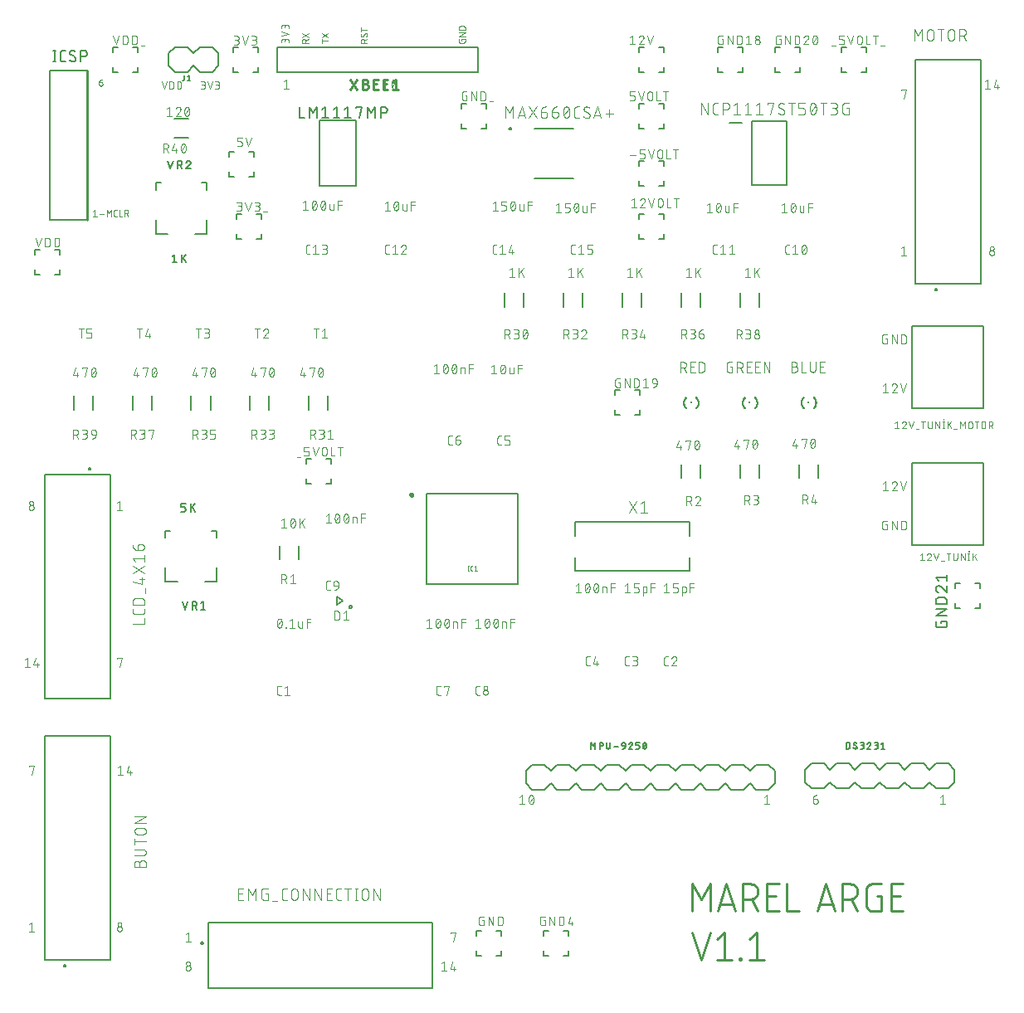
<source format=gbr>
G04 EAGLE Gerber RS-274X export*
G75*
%MOMM*%
%FSLAX34Y34*%
%LPD*%
%INSilkscreen Top*%
%IPPOS*%
%AMOC8*
5,1,8,0,0,1.08239X$1,22.5*%
G01*
%ADD10C,0.050800*%
%ADD11C,0.076200*%
%ADD12C,0.228600*%
%ADD13C,0.152400*%
%ADD14C,0.101600*%
%ADD15C,0.200000*%
%ADD16C,0.127000*%
%ADD17C,0.010159*%
%ADD18R,0.200000X0.200000*%
%ADD19R,0.250000X0.150000*%
%ADD20C,0.203200*%
%ADD21C,0.250000*%
%ADD22C,0.254000*%


D10*
X70254Y805303D02*
X72057Y806746D01*
X72057Y800254D01*
X70254Y800254D02*
X73861Y800254D01*
X76613Y802779D02*
X80941Y802779D01*
X83963Y800254D02*
X83963Y806746D01*
X86127Y803139D01*
X88291Y806746D01*
X88291Y800254D01*
X92679Y800254D02*
X94122Y800254D01*
X92679Y800254D02*
X92603Y800256D01*
X92528Y800262D01*
X92453Y800272D01*
X92379Y800286D01*
X92306Y800303D01*
X92233Y800325D01*
X92162Y800350D01*
X92092Y800379D01*
X92024Y800411D01*
X91958Y800447D01*
X91893Y800487D01*
X91831Y800530D01*
X91771Y800576D01*
X91713Y800625D01*
X91659Y800677D01*
X91607Y800731D01*
X91558Y800789D01*
X91512Y800849D01*
X91469Y800911D01*
X91429Y800976D01*
X91393Y801042D01*
X91361Y801110D01*
X91332Y801180D01*
X91307Y801251D01*
X91285Y801324D01*
X91268Y801397D01*
X91254Y801471D01*
X91244Y801546D01*
X91238Y801621D01*
X91236Y801697D01*
X91237Y801697D02*
X91237Y805303D01*
X91236Y805303D02*
X91238Y805379D01*
X91244Y805454D01*
X91254Y805529D01*
X91268Y805603D01*
X91285Y805676D01*
X91307Y805749D01*
X91332Y805820D01*
X91361Y805890D01*
X91393Y805958D01*
X91429Y806024D01*
X91469Y806089D01*
X91512Y806151D01*
X91558Y806211D01*
X91607Y806269D01*
X91659Y806323D01*
X91713Y806375D01*
X91771Y806424D01*
X91831Y806470D01*
X91893Y806513D01*
X91957Y806553D01*
X92024Y806589D01*
X92092Y806621D01*
X92162Y806650D01*
X92233Y806675D01*
X92305Y806697D01*
X92379Y806714D01*
X92453Y806728D01*
X92528Y806738D01*
X92603Y806744D01*
X92679Y806746D01*
X94122Y806746D01*
X96726Y806746D02*
X96726Y800254D01*
X99611Y800254D01*
X102213Y800254D02*
X102213Y806746D01*
X104016Y806746D01*
X104099Y806744D01*
X104182Y806738D01*
X104265Y806729D01*
X104347Y806715D01*
X104429Y806698D01*
X104509Y806677D01*
X104589Y806653D01*
X104667Y806624D01*
X104744Y806592D01*
X104820Y806557D01*
X104893Y806518D01*
X104965Y806476D01*
X105035Y806430D01*
X105103Y806382D01*
X105168Y806330D01*
X105231Y806275D01*
X105291Y806218D01*
X105348Y806158D01*
X105403Y806095D01*
X105455Y806030D01*
X105503Y805962D01*
X105549Y805892D01*
X105591Y805820D01*
X105630Y805747D01*
X105665Y805671D01*
X105697Y805594D01*
X105726Y805516D01*
X105750Y805436D01*
X105771Y805356D01*
X105788Y805274D01*
X105802Y805192D01*
X105811Y805109D01*
X105817Y805026D01*
X105819Y804943D01*
X105817Y804860D01*
X105811Y804777D01*
X105802Y804694D01*
X105788Y804612D01*
X105771Y804530D01*
X105750Y804450D01*
X105726Y804370D01*
X105697Y804292D01*
X105665Y804215D01*
X105630Y804139D01*
X105591Y804066D01*
X105549Y803994D01*
X105503Y803924D01*
X105455Y803856D01*
X105403Y803791D01*
X105348Y803728D01*
X105291Y803668D01*
X105231Y803611D01*
X105168Y803556D01*
X105103Y803504D01*
X105035Y803456D01*
X104965Y803410D01*
X104893Y803368D01*
X104820Y803329D01*
X104744Y803294D01*
X104667Y803262D01*
X104589Y803233D01*
X104509Y803209D01*
X104429Y803188D01*
X104347Y803171D01*
X104265Y803157D01*
X104182Y803148D01*
X104099Y803142D01*
X104016Y803140D01*
X104016Y803139D02*
X102213Y803139D01*
X104377Y803139D02*
X105819Y800254D01*
D11*
X142794Y930381D02*
X140381Y937619D01*
X145206Y937619D02*
X142794Y930381D01*
X148223Y930381D02*
X148223Y937619D01*
X150234Y937619D01*
X150322Y937617D01*
X150409Y937611D01*
X150496Y937602D01*
X150583Y937588D01*
X150669Y937571D01*
X150754Y937550D01*
X150839Y937526D01*
X150922Y937498D01*
X151004Y937466D01*
X151084Y937431D01*
X151163Y937392D01*
X151240Y937350D01*
X151315Y937304D01*
X151387Y937255D01*
X151458Y937203D01*
X151527Y937149D01*
X151593Y937091D01*
X151656Y937030D01*
X151717Y936967D01*
X151775Y936901D01*
X151829Y936832D01*
X151881Y936761D01*
X151930Y936689D01*
X151976Y936614D01*
X152018Y936537D01*
X152057Y936458D01*
X152092Y936378D01*
X152124Y936296D01*
X152152Y936213D01*
X152176Y936128D01*
X152197Y936043D01*
X152214Y935957D01*
X152228Y935870D01*
X152237Y935783D01*
X152243Y935696D01*
X152245Y935608D01*
X152244Y935608D02*
X152244Y932392D01*
X152245Y932392D02*
X152243Y932304D01*
X152237Y932217D01*
X152228Y932130D01*
X152214Y932043D01*
X152197Y931957D01*
X152176Y931872D01*
X152152Y931787D01*
X152124Y931704D01*
X152092Y931622D01*
X152057Y931542D01*
X152018Y931463D01*
X151976Y931386D01*
X151930Y931311D01*
X151881Y931239D01*
X151829Y931168D01*
X151775Y931099D01*
X151717Y931033D01*
X151656Y930970D01*
X151593Y930909D01*
X151527Y930851D01*
X151458Y930797D01*
X151387Y930745D01*
X151314Y930696D01*
X151239Y930650D01*
X151163Y930608D01*
X151084Y930569D01*
X151004Y930534D01*
X150922Y930502D01*
X150839Y930474D01*
X150754Y930450D01*
X150669Y930429D01*
X150583Y930412D01*
X150496Y930398D01*
X150409Y930389D01*
X150322Y930383D01*
X150234Y930381D01*
X148223Y930381D01*
X155903Y930381D02*
X155903Y937619D01*
X157914Y937619D01*
X158002Y937617D01*
X158089Y937611D01*
X158176Y937602D01*
X158263Y937588D01*
X158349Y937571D01*
X158434Y937550D01*
X158519Y937526D01*
X158602Y937498D01*
X158684Y937466D01*
X158764Y937431D01*
X158843Y937392D01*
X158920Y937350D01*
X158995Y937304D01*
X159067Y937255D01*
X159138Y937203D01*
X159207Y937149D01*
X159273Y937091D01*
X159336Y937030D01*
X159397Y936967D01*
X159455Y936901D01*
X159509Y936832D01*
X159561Y936761D01*
X159610Y936689D01*
X159656Y936614D01*
X159698Y936537D01*
X159737Y936458D01*
X159772Y936378D01*
X159804Y936296D01*
X159832Y936213D01*
X159856Y936128D01*
X159877Y936043D01*
X159894Y935957D01*
X159908Y935870D01*
X159917Y935783D01*
X159923Y935696D01*
X159925Y935608D01*
X159924Y935608D02*
X159924Y932392D01*
X159925Y932392D02*
X159923Y932304D01*
X159917Y932217D01*
X159908Y932130D01*
X159894Y932043D01*
X159877Y931957D01*
X159856Y931872D01*
X159832Y931787D01*
X159804Y931704D01*
X159772Y931622D01*
X159737Y931542D01*
X159698Y931463D01*
X159656Y931386D01*
X159610Y931311D01*
X159561Y931239D01*
X159509Y931168D01*
X159455Y931099D01*
X159397Y931033D01*
X159336Y930970D01*
X159273Y930909D01*
X159207Y930851D01*
X159138Y930797D01*
X159067Y930745D01*
X158994Y930696D01*
X158919Y930650D01*
X158843Y930608D01*
X158764Y930569D01*
X158684Y930534D01*
X158602Y930502D01*
X158519Y930474D01*
X158434Y930450D01*
X158349Y930429D01*
X158263Y930412D01*
X158176Y930398D01*
X158089Y930389D01*
X158002Y930383D01*
X157914Y930381D01*
X155903Y930381D01*
X269619Y977381D02*
X269619Y979392D01*
X269617Y979481D01*
X269611Y979570D01*
X269601Y979658D01*
X269588Y979746D01*
X269570Y979833D01*
X269549Y979920D01*
X269523Y980005D01*
X269494Y980089D01*
X269462Y980172D01*
X269425Y980253D01*
X269385Y980333D01*
X269342Y980410D01*
X269295Y980486D01*
X269245Y980560D01*
X269192Y980631D01*
X269136Y980700D01*
X269076Y980766D01*
X269014Y980830D01*
X268949Y980890D01*
X268882Y980948D01*
X268812Y981003D01*
X268739Y981055D01*
X268664Y981103D01*
X268588Y981148D01*
X268509Y981190D01*
X268429Y981228D01*
X268347Y981262D01*
X268263Y981293D01*
X268178Y981320D01*
X268093Y981344D01*
X268006Y981363D01*
X267918Y981379D01*
X267830Y981391D01*
X267741Y981399D01*
X267652Y981403D01*
X267564Y981403D01*
X267475Y981399D01*
X267386Y981391D01*
X267298Y981379D01*
X267210Y981363D01*
X267123Y981344D01*
X267038Y981320D01*
X266953Y981293D01*
X266869Y981262D01*
X266787Y981228D01*
X266707Y981190D01*
X266628Y981148D01*
X266552Y981103D01*
X266477Y981055D01*
X266404Y981003D01*
X266334Y980948D01*
X266267Y980890D01*
X266202Y980830D01*
X266140Y980766D01*
X266080Y980700D01*
X266024Y980631D01*
X265971Y980560D01*
X265921Y980486D01*
X265874Y980410D01*
X265831Y980333D01*
X265791Y980253D01*
X265754Y980172D01*
X265722Y980089D01*
X265693Y980005D01*
X265667Y979920D01*
X265646Y979833D01*
X265628Y979746D01*
X265615Y979658D01*
X265605Y979570D01*
X265599Y979481D01*
X265597Y979392D01*
X262381Y979794D02*
X262381Y977381D01*
X262381Y979794D02*
X262383Y979873D01*
X262389Y979952D01*
X262398Y980030D01*
X262412Y980108D01*
X262429Y980185D01*
X262450Y980261D01*
X262475Y980336D01*
X262503Y980409D01*
X262535Y980482D01*
X262571Y980552D01*
X262610Y980621D01*
X262652Y980687D01*
X262697Y980752D01*
X262746Y980814D01*
X262798Y980874D01*
X262852Y980931D01*
X262909Y980985D01*
X262969Y981037D01*
X263031Y981086D01*
X263096Y981131D01*
X263162Y981173D01*
X263231Y981212D01*
X263301Y981248D01*
X263374Y981280D01*
X263447Y981308D01*
X263522Y981333D01*
X263598Y981354D01*
X263675Y981371D01*
X263753Y981385D01*
X263831Y981394D01*
X263910Y981400D01*
X263989Y981402D01*
X264068Y981400D01*
X264147Y981394D01*
X264225Y981385D01*
X264303Y981371D01*
X264380Y981354D01*
X264456Y981333D01*
X264531Y981308D01*
X264604Y981280D01*
X264677Y981248D01*
X264747Y981212D01*
X264816Y981173D01*
X264882Y981131D01*
X264947Y981086D01*
X265009Y981037D01*
X265069Y980985D01*
X265126Y980931D01*
X265180Y980874D01*
X265232Y980814D01*
X265281Y980752D01*
X265326Y980687D01*
X265368Y980621D01*
X265407Y980552D01*
X265443Y980482D01*
X265475Y980409D01*
X265503Y980336D01*
X265528Y980261D01*
X265549Y980185D01*
X265566Y980108D01*
X265580Y980030D01*
X265589Y979952D01*
X265595Y979873D01*
X265597Y979794D01*
X265598Y979794D02*
X265598Y978185D01*
X262381Y984179D02*
X269619Y986592D01*
X262381Y989004D01*
X269619Y991781D02*
X269619Y993792D01*
X269617Y993881D01*
X269611Y993970D01*
X269601Y994058D01*
X269588Y994146D01*
X269570Y994233D01*
X269549Y994320D01*
X269523Y994405D01*
X269494Y994489D01*
X269462Y994572D01*
X269425Y994653D01*
X269385Y994733D01*
X269342Y994810D01*
X269295Y994886D01*
X269245Y994960D01*
X269192Y995031D01*
X269136Y995100D01*
X269076Y995166D01*
X269014Y995230D01*
X268949Y995290D01*
X268882Y995348D01*
X268812Y995403D01*
X268739Y995455D01*
X268664Y995503D01*
X268588Y995548D01*
X268509Y995590D01*
X268429Y995628D01*
X268347Y995662D01*
X268263Y995693D01*
X268178Y995720D01*
X268093Y995744D01*
X268006Y995763D01*
X267918Y995779D01*
X267830Y995791D01*
X267741Y995799D01*
X267652Y995803D01*
X267564Y995803D01*
X267475Y995799D01*
X267386Y995791D01*
X267298Y995779D01*
X267210Y995763D01*
X267123Y995744D01*
X267038Y995720D01*
X266953Y995693D01*
X266869Y995662D01*
X266787Y995628D01*
X266707Y995590D01*
X266628Y995548D01*
X266552Y995503D01*
X266477Y995455D01*
X266404Y995403D01*
X266334Y995348D01*
X266267Y995290D01*
X266202Y995230D01*
X266140Y995166D01*
X266080Y995100D01*
X266024Y995031D01*
X265971Y994960D01*
X265921Y994886D01*
X265874Y994810D01*
X265831Y994733D01*
X265791Y994653D01*
X265754Y994572D01*
X265722Y994489D01*
X265693Y994405D01*
X265667Y994320D01*
X265646Y994233D01*
X265628Y994146D01*
X265615Y994058D01*
X265605Y993970D01*
X265599Y993881D01*
X265597Y993792D01*
X262381Y994194D02*
X262381Y991781D01*
X262381Y994194D02*
X262383Y994273D01*
X262389Y994352D01*
X262398Y994430D01*
X262412Y994508D01*
X262429Y994585D01*
X262450Y994661D01*
X262475Y994736D01*
X262503Y994809D01*
X262535Y994882D01*
X262571Y994952D01*
X262610Y995021D01*
X262652Y995087D01*
X262697Y995152D01*
X262746Y995214D01*
X262798Y995274D01*
X262852Y995331D01*
X262909Y995385D01*
X262969Y995437D01*
X263031Y995486D01*
X263096Y995531D01*
X263162Y995573D01*
X263231Y995612D01*
X263301Y995648D01*
X263374Y995680D01*
X263447Y995708D01*
X263522Y995733D01*
X263598Y995754D01*
X263675Y995771D01*
X263753Y995785D01*
X263831Y995794D01*
X263910Y995800D01*
X263989Y995802D01*
X264068Y995800D01*
X264147Y995794D01*
X264225Y995785D01*
X264303Y995771D01*
X264380Y995754D01*
X264456Y995733D01*
X264531Y995708D01*
X264604Y995680D01*
X264677Y995648D01*
X264747Y995612D01*
X264816Y995573D01*
X264882Y995531D01*
X264947Y995486D01*
X265009Y995437D01*
X265069Y995385D01*
X265126Y995331D01*
X265180Y995274D01*
X265232Y995214D01*
X265281Y995152D01*
X265326Y995087D01*
X265368Y995021D01*
X265407Y994952D01*
X265443Y994882D01*
X265475Y994809D01*
X265503Y994736D01*
X265528Y994661D01*
X265549Y994585D01*
X265566Y994508D01*
X265580Y994430D01*
X265589Y994352D01*
X265595Y994273D01*
X265597Y994194D01*
X265598Y994194D02*
X265598Y992585D01*
X894487Y767566D02*
X897053Y769619D01*
X897053Y760381D01*
X894487Y760381D02*
X899619Y760381D01*
X984487Y762947D02*
X984489Y763046D01*
X984495Y763146D01*
X984504Y763245D01*
X984518Y763343D01*
X984535Y763441D01*
X984556Y763539D01*
X984581Y763635D01*
X984610Y763730D01*
X984642Y763825D01*
X984678Y763917D01*
X984717Y764009D01*
X984760Y764099D01*
X984806Y764187D01*
X984856Y764273D01*
X984909Y764357D01*
X984965Y764439D01*
X985025Y764519D01*
X985087Y764596D01*
X985153Y764671D01*
X985221Y764744D01*
X985292Y764813D01*
X985366Y764880D01*
X985442Y764944D01*
X985521Y765005D01*
X985602Y765063D01*
X985685Y765118D01*
X985770Y765169D01*
X985857Y765217D01*
X985946Y765262D01*
X986037Y765303D01*
X986129Y765341D01*
X986222Y765375D01*
X986317Y765405D01*
X986413Y765432D01*
X986510Y765455D01*
X986607Y765474D01*
X986706Y765489D01*
X986805Y765501D01*
X986904Y765509D01*
X987003Y765513D01*
X987103Y765513D01*
X987202Y765509D01*
X987301Y765501D01*
X987400Y765489D01*
X987499Y765474D01*
X987596Y765455D01*
X987693Y765432D01*
X987789Y765405D01*
X987884Y765375D01*
X987977Y765341D01*
X988069Y765303D01*
X988160Y765262D01*
X988249Y765217D01*
X988336Y765169D01*
X988421Y765118D01*
X988504Y765063D01*
X988585Y765005D01*
X988664Y764944D01*
X988740Y764880D01*
X988814Y764813D01*
X988885Y764744D01*
X988953Y764671D01*
X989019Y764596D01*
X989081Y764519D01*
X989141Y764439D01*
X989197Y764357D01*
X989250Y764273D01*
X989300Y764187D01*
X989346Y764099D01*
X989389Y764009D01*
X989428Y763917D01*
X989464Y763825D01*
X989496Y763730D01*
X989525Y763635D01*
X989550Y763539D01*
X989571Y763441D01*
X989588Y763343D01*
X989602Y763245D01*
X989611Y763146D01*
X989617Y763046D01*
X989619Y762947D01*
X989617Y762848D01*
X989611Y762748D01*
X989602Y762649D01*
X989588Y762551D01*
X989571Y762453D01*
X989550Y762355D01*
X989525Y762259D01*
X989496Y762164D01*
X989464Y762069D01*
X989428Y761977D01*
X989389Y761885D01*
X989346Y761795D01*
X989300Y761707D01*
X989250Y761621D01*
X989197Y761537D01*
X989141Y761455D01*
X989081Y761375D01*
X989019Y761298D01*
X988953Y761223D01*
X988885Y761150D01*
X988814Y761081D01*
X988740Y761014D01*
X988664Y760950D01*
X988585Y760889D01*
X988504Y760831D01*
X988421Y760776D01*
X988336Y760725D01*
X988249Y760677D01*
X988160Y760632D01*
X988069Y760591D01*
X987977Y760553D01*
X987884Y760519D01*
X987789Y760489D01*
X987693Y760462D01*
X987596Y760439D01*
X987499Y760420D01*
X987400Y760405D01*
X987301Y760393D01*
X987202Y760385D01*
X987103Y760381D01*
X987003Y760381D01*
X986904Y760385D01*
X986805Y760393D01*
X986706Y760405D01*
X986607Y760420D01*
X986510Y760439D01*
X986413Y760462D01*
X986317Y760489D01*
X986222Y760519D01*
X986129Y760553D01*
X986037Y760591D01*
X985946Y760632D01*
X985857Y760677D01*
X985770Y760725D01*
X985685Y760776D01*
X985602Y760831D01*
X985521Y760889D01*
X985442Y760950D01*
X985366Y761014D01*
X985292Y761081D01*
X985221Y761150D01*
X985153Y761223D01*
X985087Y761298D01*
X985025Y761375D01*
X984965Y761455D01*
X984909Y761537D01*
X984856Y761621D01*
X984806Y761707D01*
X984760Y761795D01*
X984717Y761885D01*
X984678Y761977D01*
X984642Y762069D01*
X984610Y762164D01*
X984581Y762259D01*
X984556Y762355D01*
X984535Y762453D01*
X984518Y762551D01*
X984504Y762649D01*
X984495Y762748D01*
X984489Y762848D01*
X984487Y762947D01*
X985000Y767566D02*
X985002Y767656D01*
X985008Y767745D01*
X985018Y767834D01*
X985031Y767922D01*
X985049Y768010D01*
X985070Y768097D01*
X985095Y768183D01*
X985124Y768268D01*
X985156Y768352D01*
X985192Y768434D01*
X985232Y768514D01*
X985275Y768593D01*
X985322Y768669D01*
X985371Y768744D01*
X985424Y768816D01*
X985480Y768886D01*
X985539Y768953D01*
X985601Y769018D01*
X985666Y769080D01*
X985733Y769139D01*
X985803Y769195D01*
X985875Y769248D01*
X985950Y769297D01*
X986027Y769344D01*
X986105Y769387D01*
X986185Y769427D01*
X986267Y769463D01*
X986351Y769495D01*
X986436Y769524D01*
X986522Y769549D01*
X986609Y769570D01*
X986697Y769588D01*
X986785Y769601D01*
X986874Y769611D01*
X986963Y769617D01*
X987053Y769619D01*
X987143Y769617D01*
X987232Y769611D01*
X987321Y769601D01*
X987409Y769588D01*
X987497Y769570D01*
X987584Y769549D01*
X987670Y769524D01*
X987755Y769495D01*
X987839Y769463D01*
X987921Y769427D01*
X988001Y769387D01*
X988080Y769344D01*
X988156Y769297D01*
X988231Y769248D01*
X988303Y769195D01*
X988373Y769139D01*
X988440Y769080D01*
X988505Y769018D01*
X988567Y768953D01*
X988626Y768886D01*
X988682Y768816D01*
X988735Y768744D01*
X988784Y768669D01*
X988831Y768593D01*
X988874Y768514D01*
X988914Y768434D01*
X988950Y768352D01*
X988982Y768268D01*
X989011Y768183D01*
X989036Y768097D01*
X989057Y768010D01*
X989075Y767922D01*
X989088Y767834D01*
X989098Y767745D01*
X989104Y767656D01*
X989106Y767566D01*
X989104Y767476D01*
X989098Y767387D01*
X989088Y767298D01*
X989075Y767210D01*
X989057Y767122D01*
X989036Y767035D01*
X989011Y766949D01*
X988982Y766864D01*
X988950Y766780D01*
X988914Y766698D01*
X988874Y766618D01*
X988831Y766540D01*
X988784Y766463D01*
X988735Y766388D01*
X988682Y766316D01*
X988626Y766246D01*
X988567Y766179D01*
X988505Y766114D01*
X988440Y766052D01*
X988373Y765993D01*
X988303Y765937D01*
X988231Y765884D01*
X988156Y765835D01*
X988080Y765788D01*
X988001Y765745D01*
X987921Y765705D01*
X987839Y765669D01*
X987755Y765637D01*
X987670Y765608D01*
X987584Y765583D01*
X987497Y765562D01*
X987409Y765544D01*
X987321Y765531D01*
X987232Y765521D01*
X987143Y765515D01*
X987053Y765513D01*
X986963Y765515D01*
X986874Y765521D01*
X986785Y765531D01*
X986697Y765544D01*
X986609Y765562D01*
X986522Y765583D01*
X986436Y765608D01*
X986351Y765637D01*
X986267Y765669D01*
X986185Y765705D01*
X986105Y765745D01*
X986027Y765788D01*
X985950Y765835D01*
X985875Y765884D01*
X985803Y765937D01*
X985733Y765993D01*
X985666Y766052D01*
X985601Y766114D01*
X985539Y766179D01*
X985480Y766246D01*
X985424Y766316D01*
X985371Y766388D01*
X985322Y766463D01*
X985275Y766540D01*
X985232Y766618D01*
X985192Y766698D01*
X985156Y766780D01*
X985124Y766864D01*
X985095Y766949D01*
X985070Y767035D01*
X985049Y767122D01*
X985031Y767210D01*
X985018Y767298D01*
X985008Y767387D01*
X985002Y767476D01*
X985000Y767566D01*
X878540Y629619D02*
X875974Y627566D01*
X878540Y629619D02*
X878540Y620381D01*
X875974Y620381D02*
X881106Y620381D01*
X890106Y627309D02*
X890104Y627402D01*
X890099Y627495D01*
X890089Y627587D01*
X890076Y627680D01*
X890059Y627771D01*
X890039Y627862D01*
X890015Y627952D01*
X889987Y628041D01*
X889956Y628128D01*
X889921Y628214D01*
X889883Y628299D01*
X889841Y628383D01*
X889797Y628464D01*
X889748Y628544D01*
X889697Y628621D01*
X889643Y628697D01*
X889585Y628770D01*
X889525Y628841D01*
X889462Y628909D01*
X889396Y628975D01*
X889328Y629038D01*
X889257Y629098D01*
X889184Y629156D01*
X889108Y629210D01*
X889031Y629261D01*
X888951Y629310D01*
X888870Y629354D01*
X888786Y629396D01*
X888701Y629434D01*
X888615Y629469D01*
X888528Y629500D01*
X888439Y629528D01*
X888349Y629552D01*
X888258Y629572D01*
X888167Y629589D01*
X888074Y629602D01*
X887982Y629612D01*
X887889Y629617D01*
X887796Y629619D01*
X887689Y629617D01*
X887583Y629611D01*
X887477Y629602D01*
X887371Y629588D01*
X887266Y629571D01*
X887161Y629550D01*
X887058Y629526D01*
X886955Y629497D01*
X886853Y629465D01*
X886753Y629430D01*
X886654Y629390D01*
X886556Y629347D01*
X886460Y629301D01*
X886366Y629251D01*
X886273Y629198D01*
X886183Y629142D01*
X886094Y629082D01*
X886008Y629020D01*
X885924Y628954D01*
X885843Y628885D01*
X885764Y628814D01*
X885687Y628739D01*
X885614Y628662D01*
X885543Y628583D01*
X885475Y628500D01*
X885410Y628416D01*
X885348Y628329D01*
X885290Y628240D01*
X885234Y628149D01*
X885182Y628056D01*
X885133Y627961D01*
X885088Y627865D01*
X885046Y627766D01*
X885008Y627667D01*
X884973Y627566D01*
X889336Y625512D02*
X889404Y625580D01*
X889469Y625650D01*
X889532Y625722D01*
X889592Y625797D01*
X889649Y625874D01*
X889702Y625953D01*
X889753Y626034D01*
X889801Y626117D01*
X889845Y626201D01*
X889886Y626288D01*
X889924Y626376D01*
X889958Y626465D01*
X889989Y626556D01*
X890016Y626647D01*
X890040Y626740D01*
X890060Y626834D01*
X890077Y626928D01*
X890089Y627023D01*
X890099Y627118D01*
X890104Y627213D01*
X890106Y627309D01*
X889336Y625513D02*
X884974Y620381D01*
X890106Y620381D01*
X896540Y620381D02*
X893460Y629619D01*
X899619Y629619D02*
X896540Y620381D01*
X878540Y529619D02*
X875974Y527566D01*
X878540Y529619D02*
X878540Y520381D01*
X875974Y520381D02*
X881106Y520381D01*
X890106Y527309D02*
X890104Y527402D01*
X890099Y527495D01*
X890089Y527587D01*
X890076Y527680D01*
X890059Y527771D01*
X890039Y527862D01*
X890015Y527952D01*
X889987Y528041D01*
X889956Y528128D01*
X889921Y528214D01*
X889883Y528299D01*
X889841Y528383D01*
X889797Y528464D01*
X889748Y528544D01*
X889697Y528621D01*
X889643Y528697D01*
X889585Y528770D01*
X889525Y528841D01*
X889462Y528909D01*
X889396Y528975D01*
X889328Y529038D01*
X889257Y529098D01*
X889184Y529156D01*
X889108Y529210D01*
X889031Y529261D01*
X888951Y529310D01*
X888870Y529354D01*
X888786Y529396D01*
X888701Y529434D01*
X888615Y529469D01*
X888528Y529500D01*
X888439Y529528D01*
X888349Y529552D01*
X888258Y529572D01*
X888167Y529589D01*
X888074Y529602D01*
X887982Y529612D01*
X887889Y529617D01*
X887796Y529619D01*
X887689Y529617D01*
X887583Y529611D01*
X887477Y529602D01*
X887371Y529588D01*
X887266Y529571D01*
X887161Y529550D01*
X887058Y529526D01*
X886955Y529497D01*
X886853Y529465D01*
X886753Y529430D01*
X886654Y529390D01*
X886556Y529347D01*
X886460Y529301D01*
X886366Y529251D01*
X886273Y529198D01*
X886183Y529142D01*
X886094Y529082D01*
X886008Y529020D01*
X885924Y528954D01*
X885843Y528885D01*
X885764Y528814D01*
X885687Y528739D01*
X885614Y528662D01*
X885543Y528583D01*
X885475Y528500D01*
X885410Y528416D01*
X885348Y528329D01*
X885290Y528240D01*
X885234Y528149D01*
X885182Y528056D01*
X885133Y527961D01*
X885088Y527865D01*
X885046Y527766D01*
X885008Y527667D01*
X884973Y527566D01*
X889336Y525512D02*
X889404Y525580D01*
X889469Y525650D01*
X889532Y525722D01*
X889592Y525797D01*
X889649Y525874D01*
X889702Y525953D01*
X889753Y526034D01*
X889801Y526117D01*
X889845Y526201D01*
X889886Y526288D01*
X889924Y526376D01*
X889958Y526465D01*
X889989Y526556D01*
X890016Y526647D01*
X890040Y526740D01*
X890060Y526834D01*
X890077Y526928D01*
X890089Y527023D01*
X890099Y527118D01*
X890104Y527213D01*
X890106Y527309D01*
X889336Y525513D02*
X884974Y520381D01*
X890106Y520381D01*
X896540Y520381D02*
X893460Y529619D01*
X899619Y529619D02*
X896540Y520381D01*
X757053Y209619D02*
X754487Y207566D01*
X757053Y209619D02*
X757053Y200381D01*
X754487Y200381D02*
X759619Y200381D01*
X934487Y207566D02*
X937053Y209619D01*
X937053Y200381D01*
X934487Y200381D02*
X939619Y200381D01*
X98053Y239619D02*
X95487Y237566D01*
X98053Y239619D02*
X98053Y230381D01*
X95487Y230381D02*
X100619Y230381D01*
X104487Y232434D02*
X106540Y239619D01*
X104487Y232434D02*
X109619Y232434D01*
X108079Y234487D02*
X108079Y230381D01*
X99619Y72947D02*
X99617Y73046D01*
X99611Y73146D01*
X99602Y73245D01*
X99588Y73343D01*
X99571Y73441D01*
X99550Y73539D01*
X99525Y73635D01*
X99496Y73730D01*
X99464Y73825D01*
X99428Y73917D01*
X99389Y74009D01*
X99346Y74099D01*
X99300Y74187D01*
X99250Y74273D01*
X99197Y74357D01*
X99141Y74439D01*
X99081Y74519D01*
X99019Y74596D01*
X98953Y74671D01*
X98885Y74744D01*
X98814Y74813D01*
X98740Y74880D01*
X98664Y74944D01*
X98585Y75005D01*
X98504Y75063D01*
X98421Y75118D01*
X98336Y75169D01*
X98249Y75217D01*
X98160Y75262D01*
X98069Y75303D01*
X97977Y75341D01*
X97884Y75375D01*
X97789Y75405D01*
X97693Y75432D01*
X97596Y75455D01*
X97499Y75474D01*
X97400Y75489D01*
X97301Y75501D01*
X97202Y75509D01*
X97103Y75513D01*
X97003Y75513D01*
X96904Y75509D01*
X96805Y75501D01*
X96706Y75489D01*
X96607Y75474D01*
X96510Y75455D01*
X96413Y75432D01*
X96317Y75405D01*
X96222Y75375D01*
X96129Y75341D01*
X96037Y75303D01*
X95946Y75262D01*
X95857Y75217D01*
X95770Y75169D01*
X95685Y75118D01*
X95602Y75063D01*
X95521Y75005D01*
X95442Y74944D01*
X95366Y74880D01*
X95292Y74813D01*
X95221Y74744D01*
X95153Y74671D01*
X95087Y74596D01*
X95025Y74519D01*
X94965Y74439D01*
X94909Y74357D01*
X94856Y74273D01*
X94806Y74187D01*
X94760Y74099D01*
X94717Y74009D01*
X94678Y73917D01*
X94642Y73825D01*
X94610Y73730D01*
X94581Y73635D01*
X94556Y73539D01*
X94535Y73441D01*
X94518Y73343D01*
X94504Y73245D01*
X94495Y73146D01*
X94489Y73046D01*
X94487Y72947D01*
X94489Y72848D01*
X94495Y72748D01*
X94504Y72649D01*
X94518Y72551D01*
X94535Y72453D01*
X94556Y72355D01*
X94581Y72259D01*
X94610Y72164D01*
X94642Y72069D01*
X94678Y71977D01*
X94717Y71885D01*
X94760Y71795D01*
X94806Y71707D01*
X94856Y71621D01*
X94909Y71537D01*
X94965Y71455D01*
X95025Y71375D01*
X95087Y71298D01*
X95153Y71223D01*
X95221Y71150D01*
X95292Y71081D01*
X95366Y71014D01*
X95442Y70950D01*
X95521Y70889D01*
X95602Y70831D01*
X95685Y70776D01*
X95770Y70725D01*
X95857Y70677D01*
X95946Y70632D01*
X96037Y70591D01*
X96129Y70553D01*
X96222Y70519D01*
X96317Y70489D01*
X96413Y70462D01*
X96510Y70439D01*
X96607Y70420D01*
X96706Y70405D01*
X96805Y70393D01*
X96904Y70385D01*
X97003Y70381D01*
X97103Y70381D01*
X97202Y70385D01*
X97301Y70393D01*
X97400Y70405D01*
X97499Y70420D01*
X97596Y70439D01*
X97693Y70462D01*
X97789Y70489D01*
X97884Y70519D01*
X97977Y70553D01*
X98069Y70591D01*
X98160Y70632D01*
X98249Y70677D01*
X98336Y70725D01*
X98421Y70776D01*
X98504Y70831D01*
X98585Y70889D01*
X98664Y70950D01*
X98740Y71014D01*
X98814Y71081D01*
X98885Y71150D01*
X98953Y71223D01*
X99019Y71298D01*
X99081Y71375D01*
X99141Y71455D01*
X99197Y71537D01*
X99250Y71621D01*
X99300Y71707D01*
X99346Y71795D01*
X99389Y71885D01*
X99428Y71977D01*
X99464Y72069D01*
X99496Y72164D01*
X99525Y72259D01*
X99550Y72355D01*
X99571Y72453D01*
X99588Y72551D01*
X99602Y72649D01*
X99611Y72748D01*
X99617Y72848D01*
X99619Y72947D01*
X99106Y77566D02*
X99104Y77656D01*
X99098Y77745D01*
X99088Y77834D01*
X99075Y77922D01*
X99057Y78010D01*
X99036Y78097D01*
X99011Y78183D01*
X98982Y78268D01*
X98950Y78352D01*
X98914Y78434D01*
X98874Y78514D01*
X98831Y78593D01*
X98784Y78669D01*
X98735Y78744D01*
X98682Y78816D01*
X98626Y78886D01*
X98567Y78953D01*
X98505Y79018D01*
X98440Y79080D01*
X98373Y79139D01*
X98303Y79195D01*
X98231Y79248D01*
X98156Y79297D01*
X98080Y79344D01*
X98001Y79387D01*
X97921Y79427D01*
X97839Y79463D01*
X97755Y79495D01*
X97670Y79524D01*
X97584Y79549D01*
X97497Y79570D01*
X97409Y79588D01*
X97321Y79601D01*
X97232Y79611D01*
X97143Y79617D01*
X97053Y79619D01*
X96963Y79617D01*
X96874Y79611D01*
X96785Y79601D01*
X96697Y79588D01*
X96609Y79570D01*
X96522Y79549D01*
X96436Y79524D01*
X96351Y79495D01*
X96267Y79463D01*
X96185Y79427D01*
X96105Y79387D01*
X96027Y79344D01*
X95950Y79297D01*
X95875Y79248D01*
X95803Y79195D01*
X95733Y79139D01*
X95666Y79080D01*
X95601Y79018D01*
X95539Y78953D01*
X95480Y78886D01*
X95424Y78816D01*
X95371Y78744D01*
X95322Y78669D01*
X95275Y78593D01*
X95232Y78514D01*
X95192Y78434D01*
X95156Y78352D01*
X95124Y78268D01*
X95095Y78183D01*
X95070Y78097D01*
X95049Y78010D01*
X95031Y77922D01*
X95018Y77834D01*
X95008Y77745D01*
X95002Y77656D01*
X95000Y77566D01*
X95002Y77476D01*
X95008Y77387D01*
X95018Y77298D01*
X95031Y77210D01*
X95049Y77122D01*
X95070Y77035D01*
X95095Y76949D01*
X95124Y76864D01*
X95156Y76780D01*
X95192Y76698D01*
X95232Y76618D01*
X95275Y76540D01*
X95322Y76463D01*
X95371Y76388D01*
X95424Y76316D01*
X95480Y76246D01*
X95539Y76179D01*
X95601Y76114D01*
X95666Y76052D01*
X95733Y75993D01*
X95803Y75937D01*
X95875Y75884D01*
X95950Y75835D01*
X96027Y75788D01*
X96105Y75745D01*
X96185Y75705D01*
X96267Y75669D01*
X96351Y75637D01*
X96436Y75608D01*
X96522Y75583D01*
X96609Y75562D01*
X96697Y75544D01*
X96785Y75531D01*
X96874Y75521D01*
X96963Y75515D01*
X97053Y75513D01*
X97143Y75515D01*
X97232Y75521D01*
X97321Y75531D01*
X97409Y75544D01*
X97497Y75562D01*
X97584Y75583D01*
X97670Y75608D01*
X97755Y75637D01*
X97839Y75669D01*
X97921Y75705D01*
X98001Y75745D01*
X98080Y75788D01*
X98156Y75835D01*
X98231Y75884D01*
X98303Y75937D01*
X98373Y75993D01*
X98440Y76052D01*
X98505Y76114D01*
X98567Y76179D01*
X98626Y76246D01*
X98682Y76316D01*
X98735Y76388D01*
X98784Y76463D01*
X98831Y76540D01*
X98874Y76618D01*
X98914Y76698D01*
X98950Y76780D01*
X98982Y76864D01*
X99011Y76949D01*
X99036Y77035D01*
X99057Y77122D01*
X99075Y77210D01*
X99088Y77298D01*
X99098Y77387D01*
X99104Y77476D01*
X99106Y77566D01*
X94487Y507566D02*
X97053Y509619D01*
X97053Y500381D01*
X94487Y500381D02*
X99619Y500381D01*
X94487Y349619D02*
X94487Y348593D01*
X94487Y349619D02*
X99619Y349619D01*
X97053Y340381D01*
X167053Y69619D02*
X164487Y67566D01*
X167053Y69619D02*
X167053Y60381D01*
X164487Y60381D02*
X169619Y60381D01*
X804487Y205513D02*
X807566Y205513D01*
X807656Y205511D01*
X807745Y205505D01*
X807834Y205495D01*
X807922Y205482D01*
X808010Y205464D01*
X808097Y205443D01*
X808183Y205418D01*
X808268Y205389D01*
X808352Y205357D01*
X808434Y205321D01*
X808514Y205281D01*
X808593Y205238D01*
X808669Y205191D01*
X808744Y205142D01*
X808816Y205089D01*
X808886Y205033D01*
X808953Y204974D01*
X809018Y204912D01*
X809080Y204847D01*
X809139Y204780D01*
X809195Y204710D01*
X809248Y204638D01*
X809297Y204563D01*
X809344Y204487D01*
X809387Y204408D01*
X809427Y204328D01*
X809463Y204246D01*
X809495Y204162D01*
X809524Y204077D01*
X809549Y203991D01*
X809570Y203904D01*
X809588Y203816D01*
X809601Y203728D01*
X809611Y203639D01*
X809617Y203550D01*
X809619Y203460D01*
X809619Y202947D01*
X809617Y202848D01*
X809611Y202748D01*
X809602Y202649D01*
X809588Y202551D01*
X809571Y202453D01*
X809550Y202355D01*
X809525Y202259D01*
X809496Y202164D01*
X809464Y202069D01*
X809428Y201977D01*
X809389Y201885D01*
X809346Y201795D01*
X809300Y201707D01*
X809250Y201621D01*
X809197Y201537D01*
X809141Y201455D01*
X809081Y201375D01*
X809019Y201298D01*
X808953Y201223D01*
X808885Y201150D01*
X808814Y201081D01*
X808740Y201014D01*
X808664Y200950D01*
X808585Y200889D01*
X808504Y200831D01*
X808421Y200776D01*
X808336Y200725D01*
X808249Y200677D01*
X808160Y200632D01*
X808069Y200591D01*
X807977Y200553D01*
X807884Y200519D01*
X807789Y200489D01*
X807693Y200462D01*
X807596Y200439D01*
X807499Y200420D01*
X807400Y200405D01*
X807301Y200393D01*
X807202Y200385D01*
X807103Y200381D01*
X807003Y200381D01*
X806904Y200385D01*
X806805Y200393D01*
X806706Y200405D01*
X806607Y200420D01*
X806510Y200439D01*
X806413Y200462D01*
X806317Y200489D01*
X806222Y200519D01*
X806129Y200553D01*
X806037Y200591D01*
X805946Y200632D01*
X805857Y200677D01*
X805770Y200725D01*
X805685Y200776D01*
X805602Y200831D01*
X805521Y200889D01*
X805442Y200950D01*
X805366Y201014D01*
X805292Y201081D01*
X805221Y201150D01*
X805153Y201223D01*
X805087Y201298D01*
X805025Y201375D01*
X804965Y201455D01*
X804909Y201537D01*
X804856Y201621D01*
X804806Y201707D01*
X804760Y201795D01*
X804717Y201885D01*
X804678Y201977D01*
X804642Y202069D01*
X804610Y202164D01*
X804581Y202259D01*
X804556Y202355D01*
X804535Y202453D01*
X804518Y202551D01*
X804504Y202649D01*
X804495Y202748D01*
X804489Y202848D01*
X804487Y202947D01*
X804487Y205513D01*
X804489Y205639D01*
X804495Y205766D01*
X804505Y205892D01*
X804518Y206018D01*
X804536Y206143D01*
X804557Y206267D01*
X804582Y206391D01*
X804611Y206515D01*
X804644Y206637D01*
X804680Y206758D01*
X804720Y206878D01*
X804764Y206996D01*
X804812Y207113D01*
X804863Y207229D01*
X804917Y207343D01*
X804976Y207456D01*
X805037Y207566D01*
X805102Y207675D01*
X805170Y207781D01*
X805242Y207885D01*
X805316Y207987D01*
X805394Y208087D01*
X805475Y208184D01*
X805559Y208279D01*
X805645Y208371D01*
X805735Y208461D01*
X805827Y208547D01*
X805922Y208631D01*
X806019Y208712D01*
X806119Y208790D01*
X806221Y208864D01*
X806325Y208936D01*
X806431Y209004D01*
X806540Y209069D01*
X806650Y209130D01*
X806763Y209189D01*
X806877Y209243D01*
X806993Y209294D01*
X807110Y209342D01*
X807228Y209386D01*
X807348Y209426D01*
X807469Y209462D01*
X807591Y209495D01*
X807715Y209524D01*
X807838Y209549D01*
X807963Y209570D01*
X808088Y209588D01*
X808214Y209601D01*
X808340Y209611D01*
X808467Y209617D01*
X808593Y209619D01*
X508053Y209619D02*
X505487Y207566D01*
X508053Y209619D02*
X508053Y200381D01*
X505487Y200381D02*
X510619Y200381D01*
X514487Y205000D02*
X514489Y205182D01*
X514496Y205363D01*
X514507Y205545D01*
X514522Y205726D01*
X514541Y205907D01*
X514565Y206087D01*
X514593Y206266D01*
X514625Y206445D01*
X514662Y206623D01*
X514703Y206800D01*
X514748Y206976D01*
X514797Y207151D01*
X514851Y207325D01*
X514908Y207497D01*
X514970Y207668D01*
X515036Y207838D01*
X515105Y208006D01*
X515179Y208172D01*
X515257Y208336D01*
X515286Y208415D01*
X515318Y208492D01*
X515354Y208569D01*
X515393Y208643D01*
X515436Y208716D01*
X515482Y208786D01*
X515530Y208855D01*
X515582Y208921D01*
X515637Y208985D01*
X515694Y209047D01*
X515754Y209105D01*
X515817Y209162D01*
X515882Y209215D01*
X515949Y209265D01*
X516019Y209313D01*
X516090Y209357D01*
X516164Y209398D01*
X516239Y209436D01*
X516316Y209470D01*
X516394Y209501D01*
X516473Y209528D01*
X516554Y209552D01*
X516636Y209573D01*
X516718Y209589D01*
X516801Y209602D01*
X516885Y209612D01*
X516969Y209617D01*
X517053Y209619D01*
X517137Y209617D01*
X517221Y209612D01*
X517305Y209602D01*
X517388Y209589D01*
X517470Y209573D01*
X517552Y209552D01*
X517633Y209528D01*
X517712Y209501D01*
X517790Y209470D01*
X517867Y209436D01*
X517942Y209398D01*
X518016Y209357D01*
X518087Y209313D01*
X518157Y209265D01*
X518224Y209215D01*
X518289Y209162D01*
X518352Y209105D01*
X518412Y209046D01*
X518469Y208985D01*
X518524Y208921D01*
X518576Y208855D01*
X518624Y208786D01*
X518670Y208716D01*
X518713Y208643D01*
X518752Y208568D01*
X518788Y208492D01*
X518820Y208415D01*
X518849Y208336D01*
X518927Y208172D01*
X519001Y208006D01*
X519070Y207838D01*
X519136Y207668D01*
X519198Y207497D01*
X519255Y207325D01*
X519309Y207151D01*
X519358Y206976D01*
X519403Y206800D01*
X519444Y206623D01*
X519481Y206445D01*
X519513Y206266D01*
X519541Y206087D01*
X519565Y205907D01*
X519584Y205726D01*
X519599Y205545D01*
X519610Y205363D01*
X519617Y205182D01*
X519619Y205000D01*
X514487Y205000D02*
X514489Y204818D01*
X514496Y204637D01*
X514507Y204455D01*
X514522Y204274D01*
X514541Y204093D01*
X514565Y203913D01*
X514593Y203734D01*
X514625Y203555D01*
X514662Y203377D01*
X514703Y203200D01*
X514748Y203024D01*
X514797Y202849D01*
X514851Y202675D01*
X514908Y202503D01*
X514970Y202332D01*
X515036Y202162D01*
X515105Y201995D01*
X515179Y201828D01*
X515257Y201664D01*
X515286Y201585D01*
X515318Y201508D01*
X515354Y201431D01*
X515393Y201357D01*
X515436Y201284D01*
X515482Y201214D01*
X515530Y201145D01*
X515582Y201079D01*
X515637Y201015D01*
X515694Y200953D01*
X515754Y200895D01*
X515817Y200838D01*
X515882Y200785D01*
X515949Y200735D01*
X516019Y200687D01*
X516090Y200643D01*
X516164Y200602D01*
X516239Y200564D01*
X516316Y200530D01*
X516394Y200499D01*
X516473Y200472D01*
X516554Y200448D01*
X516636Y200427D01*
X516718Y200411D01*
X516801Y200398D01*
X516885Y200388D01*
X516969Y200383D01*
X517053Y200381D01*
X518849Y201664D02*
X518927Y201828D01*
X519001Y201994D01*
X519070Y202162D01*
X519136Y202332D01*
X519198Y202503D01*
X519255Y202675D01*
X519309Y202849D01*
X519358Y203024D01*
X519403Y203200D01*
X519444Y203377D01*
X519481Y203555D01*
X519513Y203734D01*
X519541Y203913D01*
X519565Y204093D01*
X519584Y204274D01*
X519599Y204455D01*
X519610Y204637D01*
X519617Y204818D01*
X519619Y205000D01*
X518849Y201664D02*
X518820Y201585D01*
X518788Y201508D01*
X518752Y201431D01*
X518713Y201357D01*
X518670Y201284D01*
X518624Y201214D01*
X518576Y201145D01*
X518524Y201079D01*
X518469Y201015D01*
X518412Y200953D01*
X518352Y200895D01*
X518289Y200838D01*
X518224Y200785D01*
X518157Y200735D01*
X518087Y200687D01*
X518016Y200643D01*
X517942Y200602D01*
X517867Y200564D01*
X517790Y200530D01*
X517712Y200499D01*
X517633Y200472D01*
X517552Y200448D01*
X517470Y200427D01*
X517388Y200411D01*
X517305Y200398D01*
X517221Y200388D01*
X517137Y200383D01*
X517053Y200381D01*
X515000Y202434D02*
X519106Y207566D01*
D10*
X78303Y936861D02*
X76139Y936861D01*
X78303Y936861D02*
X78379Y936859D01*
X78454Y936853D01*
X78529Y936843D01*
X78603Y936829D01*
X78676Y936812D01*
X78749Y936790D01*
X78820Y936765D01*
X78890Y936736D01*
X78958Y936704D01*
X79025Y936668D01*
X79089Y936628D01*
X79151Y936585D01*
X79211Y936539D01*
X79269Y936490D01*
X79323Y936438D01*
X79375Y936384D01*
X79424Y936326D01*
X79470Y936266D01*
X79513Y936204D01*
X79553Y936140D01*
X79589Y936073D01*
X79621Y936005D01*
X79650Y935935D01*
X79675Y935864D01*
X79697Y935791D01*
X79714Y935718D01*
X79728Y935644D01*
X79738Y935569D01*
X79744Y935494D01*
X79746Y935418D01*
X79746Y935057D01*
X79744Y934974D01*
X79738Y934891D01*
X79729Y934808D01*
X79715Y934726D01*
X79698Y934644D01*
X79677Y934564D01*
X79653Y934484D01*
X79624Y934406D01*
X79592Y934329D01*
X79557Y934253D01*
X79518Y934180D01*
X79476Y934108D01*
X79430Y934038D01*
X79382Y933970D01*
X79330Y933905D01*
X79275Y933842D01*
X79218Y933782D01*
X79158Y933725D01*
X79095Y933670D01*
X79030Y933618D01*
X78962Y933570D01*
X78892Y933524D01*
X78820Y933482D01*
X78747Y933443D01*
X78671Y933408D01*
X78594Y933376D01*
X78516Y933347D01*
X78436Y933323D01*
X78356Y933302D01*
X78274Y933285D01*
X78192Y933271D01*
X78109Y933262D01*
X78026Y933256D01*
X77943Y933254D01*
X77860Y933256D01*
X77777Y933262D01*
X77694Y933271D01*
X77612Y933285D01*
X77530Y933302D01*
X77450Y933323D01*
X77370Y933347D01*
X77292Y933376D01*
X77215Y933408D01*
X77139Y933443D01*
X77066Y933482D01*
X76994Y933524D01*
X76924Y933570D01*
X76856Y933618D01*
X76791Y933670D01*
X76728Y933725D01*
X76668Y933782D01*
X76611Y933842D01*
X76556Y933905D01*
X76504Y933970D01*
X76456Y934038D01*
X76410Y934108D01*
X76368Y934180D01*
X76329Y934253D01*
X76294Y934329D01*
X76262Y934406D01*
X76233Y934484D01*
X76209Y934564D01*
X76188Y934644D01*
X76171Y934726D01*
X76157Y934808D01*
X76148Y934891D01*
X76142Y934974D01*
X76140Y935057D01*
X76139Y935057D02*
X76139Y936861D01*
X76140Y936861D02*
X76142Y936966D01*
X76148Y937072D01*
X76157Y937177D01*
X76171Y937281D01*
X76188Y937385D01*
X76209Y937488D01*
X76234Y937591D01*
X76262Y937692D01*
X76295Y937793D01*
X76330Y937892D01*
X76370Y937989D01*
X76413Y938086D01*
X76459Y938180D01*
X76509Y938273D01*
X76562Y938364D01*
X76619Y938453D01*
X76679Y938540D01*
X76742Y938624D01*
X76807Y938706D01*
X76876Y938786D01*
X76948Y938863D01*
X77023Y938938D01*
X77100Y939010D01*
X77180Y939079D01*
X77262Y939144D01*
X77346Y939207D01*
X77433Y939267D01*
X77522Y939324D01*
X77613Y939377D01*
X77706Y939427D01*
X77800Y939473D01*
X77897Y939516D01*
X77994Y939556D01*
X78093Y939591D01*
X78194Y939624D01*
X78295Y939652D01*
X78398Y939677D01*
X78501Y939698D01*
X78605Y939715D01*
X78709Y939729D01*
X78814Y939738D01*
X78920Y939744D01*
X79025Y939746D01*
D11*
X180381Y930381D02*
X182392Y930381D01*
X182481Y930383D01*
X182570Y930389D01*
X182658Y930399D01*
X182746Y930412D01*
X182833Y930430D01*
X182920Y930451D01*
X183005Y930477D01*
X183089Y930506D01*
X183172Y930538D01*
X183253Y930575D01*
X183333Y930615D01*
X183410Y930658D01*
X183486Y930705D01*
X183560Y930755D01*
X183631Y930808D01*
X183700Y930864D01*
X183766Y930924D01*
X183830Y930986D01*
X183890Y931051D01*
X183948Y931118D01*
X184003Y931188D01*
X184055Y931261D01*
X184103Y931336D01*
X184148Y931412D01*
X184190Y931491D01*
X184228Y931571D01*
X184262Y931653D01*
X184293Y931737D01*
X184320Y931822D01*
X184344Y931907D01*
X184363Y931994D01*
X184379Y932082D01*
X184391Y932170D01*
X184399Y932259D01*
X184403Y932348D01*
X184403Y932436D01*
X184399Y932525D01*
X184391Y932614D01*
X184379Y932702D01*
X184363Y932790D01*
X184344Y932877D01*
X184320Y932962D01*
X184293Y933047D01*
X184262Y933131D01*
X184228Y933213D01*
X184190Y933293D01*
X184148Y933372D01*
X184103Y933448D01*
X184055Y933523D01*
X184003Y933596D01*
X183948Y933666D01*
X183890Y933733D01*
X183830Y933798D01*
X183766Y933860D01*
X183700Y933920D01*
X183631Y933976D01*
X183560Y934029D01*
X183486Y934079D01*
X183410Y934126D01*
X183333Y934169D01*
X183253Y934209D01*
X183172Y934246D01*
X183089Y934278D01*
X183005Y934307D01*
X182920Y934333D01*
X182833Y934354D01*
X182746Y934372D01*
X182658Y934385D01*
X182570Y934395D01*
X182481Y934401D01*
X182392Y934403D01*
X182794Y937619D02*
X180381Y937619D01*
X182794Y937619D02*
X182873Y937617D01*
X182952Y937611D01*
X183030Y937602D01*
X183108Y937588D01*
X183185Y937571D01*
X183261Y937550D01*
X183336Y937525D01*
X183409Y937497D01*
X183482Y937465D01*
X183552Y937429D01*
X183621Y937390D01*
X183687Y937348D01*
X183752Y937303D01*
X183814Y937254D01*
X183874Y937202D01*
X183931Y937148D01*
X183985Y937091D01*
X184037Y937031D01*
X184086Y936969D01*
X184131Y936904D01*
X184173Y936838D01*
X184212Y936769D01*
X184248Y936699D01*
X184280Y936626D01*
X184308Y936553D01*
X184333Y936478D01*
X184354Y936402D01*
X184371Y936325D01*
X184385Y936247D01*
X184394Y936169D01*
X184400Y936090D01*
X184402Y936011D01*
X184400Y935932D01*
X184394Y935853D01*
X184385Y935775D01*
X184371Y935697D01*
X184354Y935620D01*
X184333Y935544D01*
X184308Y935469D01*
X184280Y935396D01*
X184248Y935323D01*
X184212Y935253D01*
X184173Y935184D01*
X184131Y935118D01*
X184086Y935053D01*
X184037Y934991D01*
X183985Y934931D01*
X183931Y934874D01*
X183874Y934820D01*
X183814Y934768D01*
X183752Y934719D01*
X183687Y934674D01*
X183621Y934632D01*
X183552Y934593D01*
X183482Y934557D01*
X183409Y934525D01*
X183336Y934497D01*
X183261Y934472D01*
X183185Y934451D01*
X183108Y934434D01*
X183030Y934420D01*
X182952Y934411D01*
X182873Y934405D01*
X182794Y934403D01*
X182794Y934402D02*
X181185Y934402D01*
X187179Y937619D02*
X189592Y930381D01*
X192004Y937619D01*
X194781Y930381D02*
X196792Y930381D01*
X196881Y930383D01*
X196970Y930389D01*
X197058Y930399D01*
X197146Y930412D01*
X197233Y930430D01*
X197320Y930451D01*
X197405Y930477D01*
X197489Y930506D01*
X197572Y930538D01*
X197653Y930575D01*
X197733Y930615D01*
X197810Y930658D01*
X197886Y930705D01*
X197960Y930755D01*
X198031Y930808D01*
X198100Y930864D01*
X198166Y930924D01*
X198230Y930986D01*
X198290Y931051D01*
X198348Y931118D01*
X198403Y931188D01*
X198455Y931261D01*
X198503Y931336D01*
X198548Y931412D01*
X198590Y931491D01*
X198628Y931571D01*
X198662Y931653D01*
X198693Y931737D01*
X198720Y931822D01*
X198744Y931907D01*
X198763Y931994D01*
X198779Y932082D01*
X198791Y932170D01*
X198799Y932259D01*
X198803Y932348D01*
X198803Y932436D01*
X198799Y932525D01*
X198791Y932614D01*
X198779Y932702D01*
X198763Y932790D01*
X198744Y932877D01*
X198720Y932962D01*
X198693Y933047D01*
X198662Y933131D01*
X198628Y933213D01*
X198590Y933293D01*
X198548Y933372D01*
X198503Y933448D01*
X198455Y933523D01*
X198403Y933596D01*
X198348Y933666D01*
X198290Y933733D01*
X198230Y933798D01*
X198166Y933860D01*
X198100Y933920D01*
X198031Y933976D01*
X197960Y934029D01*
X197886Y934079D01*
X197810Y934126D01*
X197733Y934169D01*
X197653Y934209D01*
X197572Y934246D01*
X197489Y934278D01*
X197405Y934307D01*
X197320Y934333D01*
X197233Y934354D01*
X197146Y934372D01*
X197058Y934385D01*
X196970Y934395D01*
X196881Y934401D01*
X196792Y934403D01*
X197194Y937619D02*
X194781Y937619D01*
X197194Y937619D02*
X197273Y937617D01*
X197352Y937611D01*
X197430Y937602D01*
X197508Y937588D01*
X197585Y937571D01*
X197661Y937550D01*
X197736Y937525D01*
X197809Y937497D01*
X197882Y937465D01*
X197952Y937429D01*
X198021Y937390D01*
X198087Y937348D01*
X198152Y937303D01*
X198214Y937254D01*
X198274Y937202D01*
X198331Y937148D01*
X198385Y937091D01*
X198437Y937031D01*
X198486Y936969D01*
X198531Y936904D01*
X198573Y936838D01*
X198612Y936769D01*
X198648Y936699D01*
X198680Y936626D01*
X198708Y936553D01*
X198733Y936478D01*
X198754Y936402D01*
X198771Y936325D01*
X198785Y936247D01*
X198794Y936169D01*
X198800Y936090D01*
X198802Y936011D01*
X198800Y935932D01*
X198794Y935853D01*
X198785Y935775D01*
X198771Y935697D01*
X198754Y935620D01*
X198733Y935544D01*
X198708Y935469D01*
X198680Y935396D01*
X198648Y935323D01*
X198612Y935253D01*
X198573Y935184D01*
X198531Y935118D01*
X198486Y935053D01*
X198437Y934991D01*
X198385Y934931D01*
X198331Y934874D01*
X198274Y934820D01*
X198214Y934768D01*
X198152Y934719D01*
X198087Y934674D01*
X198021Y934632D01*
X197952Y934593D01*
X197882Y934557D01*
X197809Y934525D01*
X197736Y934497D01*
X197661Y934472D01*
X197585Y934451D01*
X197508Y934434D01*
X197430Y934420D01*
X197352Y934411D01*
X197273Y934405D01*
X197194Y934403D01*
X197194Y934402D02*
X195585Y934402D01*
D10*
X446139Y979779D02*
X446139Y980861D01*
X449746Y980861D01*
X449746Y978697D01*
X449744Y978621D01*
X449738Y978546D01*
X449728Y978471D01*
X449714Y978397D01*
X449697Y978324D01*
X449675Y978251D01*
X449650Y978180D01*
X449621Y978110D01*
X449589Y978042D01*
X449553Y977976D01*
X449513Y977911D01*
X449470Y977849D01*
X449424Y977789D01*
X449375Y977731D01*
X449323Y977677D01*
X449269Y977625D01*
X449211Y977576D01*
X449151Y977530D01*
X449089Y977487D01*
X449025Y977447D01*
X448958Y977411D01*
X448890Y977379D01*
X448820Y977350D01*
X448749Y977325D01*
X448677Y977303D01*
X448603Y977286D01*
X448529Y977272D01*
X448454Y977262D01*
X448379Y977256D01*
X448303Y977254D01*
X444697Y977254D01*
X444621Y977256D01*
X444546Y977262D01*
X444471Y977272D01*
X444397Y977286D01*
X444324Y977303D01*
X444251Y977325D01*
X444180Y977350D01*
X444110Y977379D01*
X444042Y977411D01*
X443976Y977447D01*
X443911Y977487D01*
X443849Y977530D01*
X443789Y977576D01*
X443731Y977625D01*
X443677Y977677D01*
X443625Y977731D01*
X443576Y977789D01*
X443530Y977849D01*
X443487Y977911D01*
X443447Y977975D01*
X443411Y978042D01*
X443379Y978110D01*
X443350Y978180D01*
X443325Y978251D01*
X443303Y978323D01*
X443286Y978397D01*
X443272Y978471D01*
X443262Y978546D01*
X443256Y978621D01*
X443254Y978697D01*
X443254Y980861D01*
X443254Y983974D02*
X449746Y983974D01*
X449746Y987581D02*
X443254Y983974D01*
X443254Y987581D02*
X449746Y987581D01*
X449746Y990694D02*
X443254Y990694D01*
X443254Y992497D01*
X443256Y992580D01*
X443262Y992663D01*
X443271Y992746D01*
X443285Y992828D01*
X443302Y992910D01*
X443323Y992990D01*
X443347Y993070D01*
X443376Y993148D01*
X443408Y993225D01*
X443443Y993301D01*
X443482Y993374D01*
X443524Y993446D01*
X443570Y993516D01*
X443618Y993584D01*
X443670Y993649D01*
X443725Y993712D01*
X443782Y993772D01*
X443842Y993829D01*
X443905Y993884D01*
X443970Y993936D01*
X444038Y993984D01*
X444108Y994030D01*
X444180Y994072D01*
X444253Y994111D01*
X444329Y994146D01*
X444406Y994178D01*
X444484Y994207D01*
X444564Y994231D01*
X444644Y994252D01*
X444726Y994269D01*
X444808Y994283D01*
X444891Y994292D01*
X444974Y994298D01*
X445057Y994300D01*
X445057Y994301D02*
X447943Y994301D01*
X447943Y994300D02*
X448026Y994298D01*
X448109Y994292D01*
X448192Y994283D01*
X448274Y994269D01*
X448356Y994252D01*
X448436Y994231D01*
X448516Y994207D01*
X448594Y994178D01*
X448671Y994146D01*
X448747Y994111D01*
X448820Y994072D01*
X448892Y994030D01*
X448962Y993984D01*
X449030Y993936D01*
X449095Y993884D01*
X449158Y993829D01*
X449218Y993772D01*
X449275Y993712D01*
X449330Y993649D01*
X449382Y993584D01*
X449430Y993516D01*
X449476Y993446D01*
X449518Y993374D01*
X449557Y993301D01*
X449592Y993225D01*
X449624Y993148D01*
X449653Y993070D01*
X449677Y992990D01*
X449698Y992910D01*
X449715Y992828D01*
X449729Y992746D01*
X449738Y992663D01*
X449744Y992580D01*
X449746Y992497D01*
X449746Y990694D01*
D11*
X894487Y929619D02*
X894487Y928593D01*
X894487Y929619D02*
X899619Y929619D01*
X897053Y920381D01*
X980381Y937566D02*
X982947Y939619D01*
X982947Y930381D01*
X980381Y930381D02*
X985513Y930381D01*
X989381Y932434D02*
X991434Y939619D01*
X989381Y932434D02*
X994513Y932434D01*
X992974Y934487D02*
X992974Y930381D01*
X880419Y675513D02*
X878879Y675513D01*
X880419Y675513D02*
X880419Y670381D01*
X877340Y670381D01*
X877250Y670383D01*
X877161Y670389D01*
X877072Y670399D01*
X876984Y670412D01*
X876896Y670430D01*
X876809Y670451D01*
X876723Y670476D01*
X876638Y670505D01*
X876554Y670537D01*
X876472Y670573D01*
X876392Y670613D01*
X876314Y670656D01*
X876237Y670703D01*
X876162Y670752D01*
X876090Y670805D01*
X876020Y670861D01*
X875953Y670920D01*
X875888Y670982D01*
X875826Y671047D01*
X875767Y671114D01*
X875711Y671184D01*
X875658Y671256D01*
X875609Y671331D01*
X875562Y671408D01*
X875519Y671486D01*
X875479Y671566D01*
X875443Y671648D01*
X875411Y671732D01*
X875382Y671817D01*
X875357Y671903D01*
X875336Y671990D01*
X875318Y672078D01*
X875305Y672166D01*
X875295Y672255D01*
X875289Y672344D01*
X875287Y672434D01*
X875287Y677566D01*
X875289Y677656D01*
X875295Y677745D01*
X875305Y677834D01*
X875318Y677922D01*
X875336Y678010D01*
X875357Y678097D01*
X875382Y678183D01*
X875411Y678268D01*
X875443Y678352D01*
X875479Y678434D01*
X875519Y678514D01*
X875562Y678592D01*
X875609Y678669D01*
X875658Y678744D01*
X875711Y678816D01*
X875767Y678886D01*
X875826Y678953D01*
X875888Y679018D01*
X875953Y679080D01*
X876020Y679139D01*
X876090Y679195D01*
X876162Y679248D01*
X876237Y679297D01*
X876313Y679344D01*
X876392Y679387D01*
X876472Y679427D01*
X876554Y679463D01*
X876638Y679495D01*
X876723Y679524D01*
X876809Y679549D01*
X876896Y679570D01*
X876983Y679588D01*
X877072Y679601D01*
X877161Y679611D01*
X877250Y679617D01*
X877340Y679619D01*
X880419Y679619D01*
X884887Y679619D02*
X884887Y670381D01*
X890019Y670381D02*
X884887Y679619D01*
X890019Y679619D02*
X890019Y670381D01*
X894487Y670381D02*
X894487Y679619D01*
X897053Y679619D01*
X897151Y679617D01*
X897249Y679611D01*
X897347Y679602D01*
X897445Y679589D01*
X897542Y679572D01*
X897638Y679552D01*
X897733Y679527D01*
X897827Y679499D01*
X897920Y679468D01*
X898012Y679433D01*
X898103Y679394D01*
X898192Y679353D01*
X898279Y679307D01*
X898364Y679259D01*
X898448Y679207D01*
X898529Y679152D01*
X898609Y679094D01*
X898686Y679033D01*
X898760Y678969D01*
X898832Y678902D01*
X898902Y678832D01*
X898969Y678760D01*
X899033Y678686D01*
X899094Y678609D01*
X899152Y678529D01*
X899207Y678448D01*
X899259Y678364D01*
X899307Y678279D01*
X899353Y678192D01*
X899394Y678103D01*
X899433Y678012D01*
X899468Y677920D01*
X899499Y677827D01*
X899527Y677733D01*
X899552Y677638D01*
X899572Y677542D01*
X899589Y677445D01*
X899602Y677347D01*
X899611Y677249D01*
X899617Y677151D01*
X899619Y677053D01*
X899619Y672947D01*
X899617Y672849D01*
X899611Y672751D01*
X899602Y672653D01*
X899589Y672555D01*
X899572Y672458D01*
X899552Y672362D01*
X899527Y672267D01*
X899499Y672173D01*
X899468Y672080D01*
X899433Y671988D01*
X899394Y671897D01*
X899353Y671808D01*
X899307Y671721D01*
X899259Y671636D01*
X899207Y671552D01*
X899152Y671471D01*
X899094Y671391D01*
X899033Y671314D01*
X898969Y671240D01*
X898902Y671168D01*
X898832Y671098D01*
X898760Y671031D01*
X898686Y670967D01*
X898609Y670906D01*
X898529Y670848D01*
X898448Y670793D01*
X898364Y670741D01*
X898279Y670693D01*
X898192Y670647D01*
X898103Y670606D01*
X898012Y670567D01*
X897920Y670532D01*
X897827Y670501D01*
X897733Y670473D01*
X897638Y670448D01*
X897542Y670428D01*
X897445Y670411D01*
X897347Y670398D01*
X897249Y670389D01*
X897151Y670383D01*
X897053Y670381D01*
X894487Y670381D01*
X880419Y485513D02*
X878879Y485513D01*
X880419Y485513D02*
X880419Y480381D01*
X877340Y480381D01*
X877250Y480383D01*
X877161Y480389D01*
X877072Y480399D01*
X876984Y480412D01*
X876896Y480430D01*
X876809Y480451D01*
X876723Y480476D01*
X876638Y480505D01*
X876554Y480537D01*
X876472Y480573D01*
X876392Y480613D01*
X876314Y480656D01*
X876237Y480703D01*
X876162Y480752D01*
X876090Y480805D01*
X876020Y480861D01*
X875953Y480920D01*
X875888Y480982D01*
X875826Y481047D01*
X875767Y481114D01*
X875711Y481184D01*
X875658Y481256D01*
X875609Y481331D01*
X875562Y481408D01*
X875519Y481486D01*
X875479Y481566D01*
X875443Y481648D01*
X875411Y481732D01*
X875382Y481817D01*
X875357Y481903D01*
X875336Y481990D01*
X875318Y482078D01*
X875305Y482166D01*
X875295Y482255D01*
X875289Y482344D01*
X875287Y482434D01*
X875287Y487566D01*
X875289Y487656D01*
X875295Y487745D01*
X875305Y487834D01*
X875318Y487922D01*
X875336Y488010D01*
X875357Y488097D01*
X875382Y488183D01*
X875411Y488268D01*
X875443Y488352D01*
X875479Y488434D01*
X875519Y488514D01*
X875562Y488592D01*
X875609Y488669D01*
X875658Y488744D01*
X875711Y488816D01*
X875767Y488886D01*
X875826Y488953D01*
X875888Y489018D01*
X875953Y489080D01*
X876020Y489139D01*
X876090Y489195D01*
X876162Y489248D01*
X876237Y489297D01*
X876313Y489344D01*
X876392Y489387D01*
X876472Y489427D01*
X876554Y489463D01*
X876638Y489495D01*
X876723Y489524D01*
X876809Y489549D01*
X876896Y489570D01*
X876983Y489588D01*
X877072Y489601D01*
X877161Y489611D01*
X877250Y489617D01*
X877340Y489619D01*
X880419Y489619D01*
X884887Y489619D02*
X884887Y480381D01*
X890019Y480381D02*
X884887Y489619D01*
X890019Y489619D02*
X890019Y480381D01*
X894487Y480381D02*
X894487Y489619D01*
X897053Y489619D01*
X897151Y489617D01*
X897249Y489611D01*
X897347Y489602D01*
X897445Y489589D01*
X897542Y489572D01*
X897638Y489552D01*
X897733Y489527D01*
X897827Y489499D01*
X897920Y489468D01*
X898012Y489433D01*
X898103Y489394D01*
X898192Y489353D01*
X898279Y489307D01*
X898364Y489259D01*
X898448Y489207D01*
X898529Y489152D01*
X898609Y489094D01*
X898686Y489033D01*
X898760Y488969D01*
X898832Y488902D01*
X898902Y488832D01*
X898969Y488760D01*
X899033Y488686D01*
X899094Y488609D01*
X899152Y488529D01*
X899207Y488448D01*
X899259Y488364D01*
X899307Y488279D01*
X899353Y488192D01*
X899394Y488103D01*
X899433Y488012D01*
X899468Y487920D01*
X899499Y487827D01*
X899527Y487733D01*
X899552Y487638D01*
X899572Y487542D01*
X899589Y487445D01*
X899602Y487347D01*
X899611Y487249D01*
X899617Y487151D01*
X899619Y487053D01*
X899619Y482947D01*
X899617Y482849D01*
X899611Y482751D01*
X899602Y482653D01*
X899589Y482555D01*
X899572Y482458D01*
X899552Y482362D01*
X899527Y482267D01*
X899499Y482173D01*
X899468Y482080D01*
X899433Y481988D01*
X899394Y481897D01*
X899353Y481808D01*
X899307Y481721D01*
X899259Y481636D01*
X899207Y481552D01*
X899152Y481471D01*
X899094Y481391D01*
X899033Y481314D01*
X898969Y481240D01*
X898902Y481168D01*
X898832Y481098D01*
X898760Y481031D01*
X898686Y480967D01*
X898609Y480906D01*
X898529Y480848D01*
X898448Y480793D01*
X898364Y480741D01*
X898279Y480693D01*
X898192Y480647D01*
X898103Y480606D01*
X898012Y480567D01*
X897920Y480532D01*
X897827Y480501D01*
X897733Y480473D01*
X897638Y480448D01*
X897542Y480428D01*
X897445Y480411D01*
X897347Y480398D01*
X897249Y480389D01*
X897151Y480383D01*
X897053Y480381D01*
X894487Y480381D01*
D10*
X289746Y977254D02*
X283254Y977254D01*
X283254Y979057D01*
X283256Y979140D01*
X283262Y979223D01*
X283271Y979306D01*
X283285Y979388D01*
X283302Y979470D01*
X283323Y979550D01*
X283347Y979630D01*
X283376Y979708D01*
X283408Y979785D01*
X283443Y979861D01*
X283482Y979934D01*
X283524Y980006D01*
X283570Y980076D01*
X283618Y980144D01*
X283670Y980209D01*
X283725Y980272D01*
X283782Y980332D01*
X283842Y980389D01*
X283905Y980444D01*
X283970Y980496D01*
X284038Y980544D01*
X284108Y980590D01*
X284180Y980632D01*
X284253Y980671D01*
X284329Y980706D01*
X284406Y980738D01*
X284484Y980767D01*
X284564Y980791D01*
X284644Y980812D01*
X284726Y980829D01*
X284808Y980843D01*
X284891Y980852D01*
X284974Y980858D01*
X285057Y980860D01*
X285140Y980858D01*
X285223Y980852D01*
X285306Y980843D01*
X285388Y980829D01*
X285470Y980812D01*
X285550Y980791D01*
X285630Y980767D01*
X285708Y980738D01*
X285785Y980706D01*
X285861Y980671D01*
X285934Y980632D01*
X286006Y980590D01*
X286076Y980544D01*
X286144Y980496D01*
X286209Y980444D01*
X286272Y980389D01*
X286332Y980332D01*
X286389Y980272D01*
X286444Y980209D01*
X286496Y980144D01*
X286544Y980076D01*
X286590Y980006D01*
X286632Y979934D01*
X286671Y979861D01*
X286706Y979785D01*
X286738Y979708D01*
X286767Y979630D01*
X286791Y979550D01*
X286812Y979470D01*
X286829Y979388D01*
X286843Y979306D01*
X286852Y979223D01*
X286858Y979140D01*
X286860Y979057D01*
X286861Y979057D02*
X286861Y977254D01*
X286861Y979418D02*
X289746Y980861D01*
X289746Y983155D02*
X283254Y987483D01*
X283254Y983155D02*
X289746Y987483D01*
X303254Y979057D02*
X309746Y979057D01*
X303254Y977254D02*
X303254Y980861D01*
X303254Y987101D02*
X309746Y982773D01*
X309746Y987101D02*
X303254Y982773D01*
X343254Y977254D02*
X349746Y977254D01*
X343254Y977254D02*
X343254Y979057D01*
X343256Y979140D01*
X343262Y979223D01*
X343271Y979306D01*
X343285Y979388D01*
X343302Y979470D01*
X343323Y979550D01*
X343347Y979630D01*
X343376Y979708D01*
X343408Y979785D01*
X343443Y979861D01*
X343482Y979934D01*
X343524Y980006D01*
X343570Y980076D01*
X343618Y980144D01*
X343670Y980209D01*
X343725Y980272D01*
X343782Y980332D01*
X343842Y980389D01*
X343905Y980444D01*
X343970Y980496D01*
X344038Y980544D01*
X344108Y980590D01*
X344180Y980632D01*
X344253Y980671D01*
X344329Y980706D01*
X344406Y980738D01*
X344484Y980767D01*
X344564Y980791D01*
X344644Y980812D01*
X344726Y980829D01*
X344808Y980843D01*
X344891Y980852D01*
X344974Y980858D01*
X345057Y980860D01*
X345140Y980858D01*
X345223Y980852D01*
X345306Y980843D01*
X345388Y980829D01*
X345470Y980812D01*
X345550Y980791D01*
X345630Y980767D01*
X345708Y980738D01*
X345785Y980706D01*
X345861Y980671D01*
X345934Y980632D01*
X346006Y980590D01*
X346076Y980544D01*
X346144Y980496D01*
X346209Y980444D01*
X346272Y980389D01*
X346332Y980332D01*
X346389Y980272D01*
X346444Y980209D01*
X346496Y980144D01*
X346544Y980076D01*
X346590Y980006D01*
X346632Y979934D01*
X346671Y979861D01*
X346706Y979785D01*
X346738Y979708D01*
X346767Y979630D01*
X346791Y979550D01*
X346812Y979470D01*
X346829Y979388D01*
X346843Y979306D01*
X346852Y979223D01*
X346858Y979140D01*
X346860Y979057D01*
X346861Y979057D02*
X346861Y977254D01*
X346861Y979418D02*
X349746Y980861D01*
X349746Y985469D02*
X349744Y985545D01*
X349738Y985620D01*
X349728Y985695D01*
X349714Y985769D01*
X349697Y985842D01*
X349675Y985915D01*
X349650Y985986D01*
X349621Y986056D01*
X349589Y986124D01*
X349553Y986191D01*
X349513Y986255D01*
X349470Y986317D01*
X349424Y986377D01*
X349375Y986435D01*
X349323Y986489D01*
X349269Y986541D01*
X349211Y986590D01*
X349151Y986636D01*
X349089Y986679D01*
X349025Y986719D01*
X348958Y986755D01*
X348890Y986787D01*
X348820Y986816D01*
X348749Y986841D01*
X348676Y986863D01*
X348603Y986880D01*
X348529Y986894D01*
X348454Y986904D01*
X348379Y986910D01*
X348303Y986912D01*
X349746Y985469D02*
X349744Y985360D01*
X349738Y985250D01*
X349728Y985141D01*
X349715Y985033D01*
X349697Y984925D01*
X349676Y984818D01*
X349650Y984711D01*
X349621Y984606D01*
X349588Y984502D01*
X349552Y984398D01*
X349512Y984297D01*
X349468Y984197D01*
X349420Y984098D01*
X349369Y984001D01*
X349315Y983906D01*
X349257Y983813D01*
X349196Y983723D01*
X349132Y983634D01*
X349064Y983548D01*
X348994Y983464D01*
X348921Y983383D01*
X348844Y983305D01*
X344697Y983485D02*
X344621Y983487D01*
X344546Y983493D01*
X344471Y983503D01*
X344397Y983517D01*
X344324Y983534D01*
X344251Y983556D01*
X344180Y983581D01*
X344110Y983610D01*
X344042Y983642D01*
X343976Y983678D01*
X343911Y983718D01*
X343849Y983761D01*
X343789Y983807D01*
X343731Y983856D01*
X343677Y983908D01*
X343625Y983962D01*
X343576Y984020D01*
X343530Y984080D01*
X343487Y984142D01*
X343447Y984207D01*
X343411Y984273D01*
X343379Y984341D01*
X343350Y984411D01*
X343325Y984482D01*
X343303Y984555D01*
X343286Y984628D01*
X343272Y984702D01*
X343262Y984777D01*
X343256Y984852D01*
X343254Y984928D01*
X343256Y985030D01*
X343262Y985133D01*
X343271Y985235D01*
X343285Y985336D01*
X343302Y985437D01*
X343323Y985537D01*
X343348Y985636D01*
X343377Y985735D01*
X343409Y985832D01*
X343445Y985928D01*
X343485Y986022D01*
X343528Y986115D01*
X343575Y986206D01*
X343625Y986295D01*
X343678Y986383D01*
X343735Y986468D01*
X343795Y986551D01*
X345959Y984207D02*
X345919Y984143D01*
X345875Y984080D01*
X345829Y984020D01*
X345779Y983963D01*
X345726Y983908D01*
X345670Y983856D01*
X345612Y983807D01*
X345552Y983761D01*
X345489Y983718D01*
X345424Y983679D01*
X345357Y983643D01*
X345288Y983611D01*
X345218Y983582D01*
X345146Y983557D01*
X345073Y983535D01*
X344999Y983517D01*
X344924Y983504D01*
X344849Y983494D01*
X344773Y983488D01*
X344697Y983486D01*
X347041Y986191D02*
X347081Y986255D01*
X347125Y986318D01*
X347172Y986378D01*
X347221Y986435D01*
X347274Y986490D01*
X347330Y986542D01*
X347388Y986591D01*
X347448Y986637D01*
X347511Y986680D01*
X347576Y986719D01*
X347643Y986755D01*
X347712Y986787D01*
X347782Y986816D01*
X347854Y986842D01*
X347927Y986863D01*
X348001Y986881D01*
X348076Y986894D01*
X348151Y986904D01*
X348227Y986910D01*
X348303Y986912D01*
X347041Y986191D02*
X345959Y984207D01*
X343254Y990779D02*
X349746Y990779D01*
X343254Y988975D02*
X343254Y992582D01*
D11*
X267053Y939619D02*
X264487Y937566D01*
X267053Y939619D02*
X267053Y930381D01*
X264487Y930381D02*
X269619Y930381D01*
X365487Y937566D02*
X368053Y939619D01*
X368053Y930381D01*
X365487Y930381D02*
X370619Y930381D01*
X374487Y935000D02*
X374489Y935182D01*
X374496Y935363D01*
X374507Y935545D01*
X374522Y935726D01*
X374541Y935907D01*
X374565Y936087D01*
X374593Y936266D01*
X374625Y936445D01*
X374662Y936623D01*
X374703Y936800D01*
X374748Y936976D01*
X374797Y937151D01*
X374851Y937325D01*
X374908Y937497D01*
X374970Y937668D01*
X375036Y937838D01*
X375105Y938006D01*
X375179Y938172D01*
X375257Y938336D01*
X375286Y938415D01*
X375318Y938492D01*
X375354Y938569D01*
X375393Y938643D01*
X375436Y938716D01*
X375482Y938786D01*
X375530Y938855D01*
X375582Y938921D01*
X375637Y938985D01*
X375694Y939047D01*
X375754Y939105D01*
X375817Y939162D01*
X375882Y939215D01*
X375949Y939265D01*
X376019Y939313D01*
X376090Y939357D01*
X376164Y939398D01*
X376239Y939436D01*
X376316Y939470D01*
X376394Y939501D01*
X376473Y939528D01*
X376554Y939552D01*
X376636Y939573D01*
X376718Y939589D01*
X376801Y939602D01*
X376885Y939612D01*
X376969Y939617D01*
X377053Y939619D01*
X377137Y939617D01*
X377221Y939612D01*
X377305Y939602D01*
X377388Y939589D01*
X377470Y939573D01*
X377552Y939552D01*
X377633Y939528D01*
X377712Y939501D01*
X377790Y939470D01*
X377867Y939436D01*
X377942Y939398D01*
X378016Y939357D01*
X378087Y939313D01*
X378157Y939265D01*
X378224Y939215D01*
X378289Y939162D01*
X378352Y939105D01*
X378412Y939046D01*
X378469Y938985D01*
X378524Y938921D01*
X378576Y938855D01*
X378624Y938786D01*
X378670Y938716D01*
X378713Y938643D01*
X378752Y938568D01*
X378788Y938492D01*
X378820Y938415D01*
X378849Y938336D01*
X378927Y938172D01*
X379001Y938006D01*
X379070Y937838D01*
X379136Y937668D01*
X379198Y937497D01*
X379255Y937325D01*
X379309Y937151D01*
X379358Y936976D01*
X379403Y936800D01*
X379444Y936623D01*
X379481Y936445D01*
X379513Y936266D01*
X379541Y936087D01*
X379565Y935907D01*
X379584Y935726D01*
X379599Y935545D01*
X379610Y935363D01*
X379617Y935182D01*
X379619Y935000D01*
X374487Y935000D02*
X374489Y934818D01*
X374496Y934637D01*
X374507Y934455D01*
X374522Y934274D01*
X374541Y934093D01*
X374565Y933913D01*
X374593Y933734D01*
X374625Y933555D01*
X374662Y933377D01*
X374703Y933200D01*
X374748Y933024D01*
X374797Y932849D01*
X374851Y932675D01*
X374908Y932503D01*
X374970Y932332D01*
X375036Y932162D01*
X375105Y931995D01*
X375179Y931828D01*
X375257Y931664D01*
X375286Y931585D01*
X375318Y931508D01*
X375354Y931431D01*
X375393Y931357D01*
X375436Y931284D01*
X375482Y931214D01*
X375530Y931145D01*
X375582Y931079D01*
X375637Y931015D01*
X375694Y930953D01*
X375754Y930895D01*
X375817Y930838D01*
X375882Y930785D01*
X375949Y930735D01*
X376019Y930687D01*
X376090Y930643D01*
X376164Y930602D01*
X376239Y930564D01*
X376316Y930530D01*
X376394Y930499D01*
X376473Y930472D01*
X376554Y930448D01*
X376636Y930427D01*
X376718Y930411D01*
X376801Y930398D01*
X376885Y930388D01*
X376969Y930383D01*
X377053Y930381D01*
X378849Y931664D02*
X378927Y931828D01*
X379001Y931994D01*
X379070Y932162D01*
X379136Y932332D01*
X379198Y932503D01*
X379255Y932675D01*
X379309Y932849D01*
X379358Y933024D01*
X379403Y933200D01*
X379444Y933377D01*
X379481Y933555D01*
X379513Y933734D01*
X379541Y933913D01*
X379565Y934093D01*
X379584Y934274D01*
X379599Y934455D01*
X379610Y934637D01*
X379617Y934818D01*
X379619Y935000D01*
X378849Y931664D02*
X378820Y931585D01*
X378788Y931508D01*
X378752Y931431D01*
X378713Y931357D01*
X378670Y931284D01*
X378624Y931214D01*
X378576Y931145D01*
X378524Y931079D01*
X378469Y931015D01*
X378412Y930953D01*
X378352Y930895D01*
X378289Y930838D01*
X378224Y930785D01*
X378157Y930735D01*
X378087Y930687D01*
X378016Y930643D01*
X377942Y930602D01*
X377867Y930564D01*
X377790Y930530D01*
X377712Y930499D01*
X377633Y930472D01*
X377552Y930448D01*
X377470Y930427D01*
X377388Y930411D01*
X377305Y930398D01*
X377221Y930388D01*
X377137Y930383D01*
X377053Y930381D01*
X375000Y932434D02*
X379106Y937566D01*
X169619Y32947D02*
X169617Y33046D01*
X169611Y33146D01*
X169602Y33245D01*
X169588Y33343D01*
X169571Y33441D01*
X169550Y33539D01*
X169525Y33635D01*
X169496Y33730D01*
X169464Y33825D01*
X169428Y33917D01*
X169389Y34009D01*
X169346Y34099D01*
X169300Y34187D01*
X169250Y34273D01*
X169197Y34357D01*
X169141Y34439D01*
X169081Y34519D01*
X169019Y34596D01*
X168953Y34671D01*
X168885Y34744D01*
X168814Y34813D01*
X168740Y34880D01*
X168664Y34944D01*
X168585Y35005D01*
X168504Y35063D01*
X168421Y35118D01*
X168336Y35169D01*
X168249Y35217D01*
X168160Y35262D01*
X168069Y35303D01*
X167977Y35341D01*
X167884Y35375D01*
X167789Y35405D01*
X167693Y35432D01*
X167596Y35455D01*
X167499Y35474D01*
X167400Y35489D01*
X167301Y35501D01*
X167202Y35509D01*
X167103Y35513D01*
X167003Y35513D01*
X166904Y35509D01*
X166805Y35501D01*
X166706Y35489D01*
X166607Y35474D01*
X166510Y35455D01*
X166413Y35432D01*
X166317Y35405D01*
X166222Y35375D01*
X166129Y35341D01*
X166037Y35303D01*
X165946Y35262D01*
X165857Y35217D01*
X165770Y35169D01*
X165685Y35118D01*
X165602Y35063D01*
X165521Y35005D01*
X165442Y34944D01*
X165366Y34880D01*
X165292Y34813D01*
X165221Y34744D01*
X165153Y34671D01*
X165087Y34596D01*
X165025Y34519D01*
X164965Y34439D01*
X164909Y34357D01*
X164856Y34273D01*
X164806Y34187D01*
X164760Y34099D01*
X164717Y34009D01*
X164678Y33917D01*
X164642Y33825D01*
X164610Y33730D01*
X164581Y33635D01*
X164556Y33539D01*
X164535Y33441D01*
X164518Y33343D01*
X164504Y33245D01*
X164495Y33146D01*
X164489Y33046D01*
X164487Y32947D01*
X164489Y32848D01*
X164495Y32748D01*
X164504Y32649D01*
X164518Y32551D01*
X164535Y32453D01*
X164556Y32355D01*
X164581Y32259D01*
X164610Y32164D01*
X164642Y32069D01*
X164678Y31977D01*
X164717Y31885D01*
X164760Y31795D01*
X164806Y31707D01*
X164856Y31621D01*
X164909Y31537D01*
X164965Y31455D01*
X165025Y31375D01*
X165087Y31298D01*
X165153Y31223D01*
X165221Y31150D01*
X165292Y31081D01*
X165366Y31014D01*
X165442Y30950D01*
X165521Y30889D01*
X165602Y30831D01*
X165685Y30776D01*
X165770Y30725D01*
X165857Y30677D01*
X165946Y30632D01*
X166037Y30591D01*
X166129Y30553D01*
X166222Y30519D01*
X166317Y30489D01*
X166413Y30462D01*
X166510Y30439D01*
X166607Y30420D01*
X166706Y30405D01*
X166805Y30393D01*
X166904Y30385D01*
X167003Y30381D01*
X167103Y30381D01*
X167202Y30385D01*
X167301Y30393D01*
X167400Y30405D01*
X167499Y30420D01*
X167596Y30439D01*
X167693Y30462D01*
X167789Y30489D01*
X167884Y30519D01*
X167977Y30553D01*
X168069Y30591D01*
X168160Y30632D01*
X168249Y30677D01*
X168336Y30725D01*
X168421Y30776D01*
X168504Y30831D01*
X168585Y30889D01*
X168664Y30950D01*
X168740Y31014D01*
X168814Y31081D01*
X168885Y31150D01*
X168953Y31223D01*
X169019Y31298D01*
X169081Y31375D01*
X169141Y31455D01*
X169197Y31537D01*
X169250Y31621D01*
X169300Y31707D01*
X169346Y31795D01*
X169389Y31885D01*
X169428Y31977D01*
X169464Y32069D01*
X169496Y32164D01*
X169525Y32259D01*
X169550Y32355D01*
X169571Y32453D01*
X169588Y32551D01*
X169602Y32649D01*
X169611Y32748D01*
X169617Y32848D01*
X169619Y32947D01*
X169106Y37566D02*
X169104Y37656D01*
X169098Y37745D01*
X169088Y37834D01*
X169075Y37922D01*
X169057Y38010D01*
X169036Y38097D01*
X169011Y38183D01*
X168982Y38268D01*
X168950Y38352D01*
X168914Y38434D01*
X168874Y38514D01*
X168831Y38593D01*
X168784Y38669D01*
X168735Y38744D01*
X168682Y38816D01*
X168626Y38886D01*
X168567Y38953D01*
X168505Y39018D01*
X168440Y39080D01*
X168373Y39139D01*
X168303Y39195D01*
X168231Y39248D01*
X168156Y39297D01*
X168080Y39344D01*
X168001Y39387D01*
X167921Y39427D01*
X167839Y39463D01*
X167755Y39495D01*
X167670Y39524D01*
X167584Y39549D01*
X167497Y39570D01*
X167409Y39588D01*
X167321Y39601D01*
X167232Y39611D01*
X167143Y39617D01*
X167053Y39619D01*
X166963Y39617D01*
X166874Y39611D01*
X166785Y39601D01*
X166697Y39588D01*
X166609Y39570D01*
X166522Y39549D01*
X166436Y39524D01*
X166351Y39495D01*
X166267Y39463D01*
X166185Y39427D01*
X166105Y39387D01*
X166027Y39344D01*
X165950Y39297D01*
X165875Y39248D01*
X165803Y39195D01*
X165733Y39139D01*
X165666Y39080D01*
X165601Y39018D01*
X165539Y38953D01*
X165480Y38886D01*
X165424Y38816D01*
X165371Y38744D01*
X165322Y38669D01*
X165275Y38593D01*
X165232Y38514D01*
X165192Y38434D01*
X165156Y38352D01*
X165124Y38268D01*
X165095Y38183D01*
X165070Y38097D01*
X165049Y38010D01*
X165031Y37922D01*
X165018Y37834D01*
X165008Y37745D01*
X165002Y37656D01*
X165000Y37566D01*
X165002Y37476D01*
X165008Y37387D01*
X165018Y37298D01*
X165031Y37210D01*
X165049Y37122D01*
X165070Y37035D01*
X165095Y36949D01*
X165124Y36864D01*
X165156Y36780D01*
X165192Y36698D01*
X165232Y36618D01*
X165275Y36540D01*
X165322Y36463D01*
X165371Y36388D01*
X165424Y36316D01*
X165480Y36246D01*
X165539Y36179D01*
X165601Y36114D01*
X165666Y36052D01*
X165733Y35993D01*
X165803Y35937D01*
X165875Y35884D01*
X165950Y35835D01*
X166027Y35788D01*
X166105Y35745D01*
X166185Y35705D01*
X166267Y35669D01*
X166351Y35637D01*
X166436Y35608D01*
X166522Y35583D01*
X166609Y35562D01*
X166697Y35544D01*
X166785Y35531D01*
X166874Y35521D01*
X166963Y35515D01*
X167053Y35513D01*
X167143Y35515D01*
X167232Y35521D01*
X167321Y35531D01*
X167409Y35544D01*
X167497Y35562D01*
X167584Y35583D01*
X167670Y35608D01*
X167755Y35637D01*
X167839Y35669D01*
X167921Y35705D01*
X168001Y35745D01*
X168080Y35788D01*
X168156Y35835D01*
X168231Y35884D01*
X168303Y35937D01*
X168373Y35993D01*
X168440Y36052D01*
X168505Y36114D01*
X168567Y36179D01*
X168626Y36246D01*
X168682Y36316D01*
X168735Y36388D01*
X168784Y36463D01*
X168831Y36539D01*
X168874Y36618D01*
X168914Y36698D01*
X168950Y36780D01*
X168982Y36864D01*
X169011Y36949D01*
X169036Y37035D01*
X169057Y37122D01*
X169075Y37210D01*
X169088Y37298D01*
X169098Y37387D01*
X169104Y37476D01*
X169106Y37566D01*
X434487Y68593D02*
X434487Y69619D01*
X439619Y69619D01*
X437053Y60381D01*
X428053Y39619D02*
X425487Y37566D01*
X428053Y39619D02*
X428053Y30381D01*
X425487Y30381D02*
X430619Y30381D01*
X434487Y32434D02*
X436540Y39619D01*
X434487Y32434D02*
X439619Y32434D01*
X438079Y34487D02*
X438079Y30381D01*
X7053Y79619D02*
X4487Y77566D01*
X7053Y79619D02*
X7053Y70381D01*
X4487Y70381D02*
X9619Y70381D01*
X4487Y238593D02*
X4487Y239619D01*
X9619Y239619D01*
X7053Y230381D01*
X381Y347566D02*
X2947Y349619D01*
X2947Y340381D01*
X381Y340381D02*
X5513Y340381D01*
X9381Y342434D02*
X11434Y349619D01*
X9381Y342434D02*
X14513Y342434D01*
X12974Y344487D02*
X12974Y340381D01*
X9619Y502947D02*
X9617Y503046D01*
X9611Y503146D01*
X9602Y503245D01*
X9588Y503343D01*
X9571Y503441D01*
X9550Y503539D01*
X9525Y503635D01*
X9496Y503730D01*
X9464Y503825D01*
X9428Y503917D01*
X9389Y504009D01*
X9346Y504099D01*
X9300Y504187D01*
X9250Y504273D01*
X9197Y504357D01*
X9141Y504439D01*
X9081Y504519D01*
X9019Y504596D01*
X8953Y504671D01*
X8885Y504744D01*
X8814Y504813D01*
X8740Y504880D01*
X8664Y504944D01*
X8585Y505005D01*
X8504Y505063D01*
X8421Y505118D01*
X8336Y505169D01*
X8249Y505217D01*
X8160Y505262D01*
X8069Y505303D01*
X7977Y505341D01*
X7884Y505375D01*
X7789Y505405D01*
X7693Y505432D01*
X7596Y505455D01*
X7499Y505474D01*
X7400Y505489D01*
X7301Y505501D01*
X7202Y505509D01*
X7103Y505513D01*
X7003Y505513D01*
X6904Y505509D01*
X6805Y505501D01*
X6706Y505489D01*
X6607Y505474D01*
X6510Y505455D01*
X6413Y505432D01*
X6317Y505405D01*
X6222Y505375D01*
X6129Y505341D01*
X6037Y505303D01*
X5946Y505262D01*
X5857Y505217D01*
X5770Y505169D01*
X5685Y505118D01*
X5602Y505063D01*
X5521Y505005D01*
X5442Y504944D01*
X5366Y504880D01*
X5292Y504813D01*
X5221Y504744D01*
X5153Y504671D01*
X5087Y504596D01*
X5025Y504519D01*
X4965Y504439D01*
X4909Y504357D01*
X4856Y504273D01*
X4806Y504187D01*
X4760Y504099D01*
X4717Y504009D01*
X4678Y503917D01*
X4642Y503825D01*
X4610Y503730D01*
X4581Y503635D01*
X4556Y503539D01*
X4535Y503441D01*
X4518Y503343D01*
X4504Y503245D01*
X4495Y503146D01*
X4489Y503046D01*
X4487Y502947D01*
X4489Y502848D01*
X4495Y502748D01*
X4504Y502649D01*
X4518Y502551D01*
X4535Y502453D01*
X4556Y502355D01*
X4581Y502259D01*
X4610Y502164D01*
X4642Y502069D01*
X4678Y501977D01*
X4717Y501885D01*
X4760Y501795D01*
X4806Y501707D01*
X4856Y501621D01*
X4909Y501537D01*
X4965Y501455D01*
X5025Y501375D01*
X5087Y501298D01*
X5153Y501223D01*
X5221Y501150D01*
X5292Y501081D01*
X5366Y501014D01*
X5442Y500950D01*
X5521Y500889D01*
X5602Y500831D01*
X5685Y500776D01*
X5770Y500725D01*
X5857Y500677D01*
X5946Y500632D01*
X6037Y500591D01*
X6129Y500553D01*
X6222Y500519D01*
X6317Y500489D01*
X6413Y500462D01*
X6510Y500439D01*
X6607Y500420D01*
X6706Y500405D01*
X6805Y500393D01*
X6904Y500385D01*
X7003Y500381D01*
X7103Y500381D01*
X7202Y500385D01*
X7301Y500393D01*
X7400Y500405D01*
X7499Y500420D01*
X7596Y500439D01*
X7693Y500462D01*
X7789Y500489D01*
X7884Y500519D01*
X7977Y500553D01*
X8069Y500591D01*
X8160Y500632D01*
X8249Y500677D01*
X8336Y500725D01*
X8421Y500776D01*
X8504Y500831D01*
X8585Y500889D01*
X8664Y500950D01*
X8740Y501014D01*
X8814Y501081D01*
X8885Y501150D01*
X8953Y501223D01*
X9019Y501298D01*
X9081Y501375D01*
X9141Y501455D01*
X9197Y501537D01*
X9250Y501621D01*
X9300Y501707D01*
X9346Y501795D01*
X9389Y501885D01*
X9428Y501977D01*
X9464Y502069D01*
X9496Y502164D01*
X9525Y502259D01*
X9550Y502355D01*
X9571Y502453D01*
X9588Y502551D01*
X9602Y502649D01*
X9611Y502748D01*
X9617Y502848D01*
X9619Y502947D01*
X9106Y507566D02*
X9104Y507656D01*
X9098Y507745D01*
X9088Y507834D01*
X9075Y507922D01*
X9057Y508010D01*
X9036Y508097D01*
X9011Y508183D01*
X8982Y508268D01*
X8950Y508352D01*
X8914Y508434D01*
X8874Y508514D01*
X8831Y508593D01*
X8784Y508669D01*
X8735Y508744D01*
X8682Y508816D01*
X8626Y508886D01*
X8567Y508953D01*
X8505Y509018D01*
X8440Y509080D01*
X8373Y509139D01*
X8303Y509195D01*
X8231Y509248D01*
X8156Y509297D01*
X8080Y509344D01*
X8001Y509387D01*
X7921Y509427D01*
X7839Y509463D01*
X7755Y509495D01*
X7670Y509524D01*
X7584Y509549D01*
X7497Y509570D01*
X7409Y509588D01*
X7321Y509601D01*
X7232Y509611D01*
X7143Y509617D01*
X7053Y509619D01*
X6963Y509617D01*
X6874Y509611D01*
X6785Y509601D01*
X6697Y509588D01*
X6609Y509570D01*
X6522Y509549D01*
X6436Y509524D01*
X6351Y509495D01*
X6267Y509463D01*
X6185Y509427D01*
X6105Y509387D01*
X6027Y509344D01*
X5950Y509297D01*
X5875Y509248D01*
X5803Y509195D01*
X5733Y509139D01*
X5666Y509080D01*
X5601Y509018D01*
X5539Y508953D01*
X5480Y508886D01*
X5424Y508816D01*
X5371Y508744D01*
X5322Y508669D01*
X5275Y508593D01*
X5232Y508514D01*
X5192Y508434D01*
X5156Y508352D01*
X5124Y508268D01*
X5095Y508183D01*
X5070Y508097D01*
X5049Y508010D01*
X5031Y507922D01*
X5018Y507834D01*
X5008Y507745D01*
X5002Y507656D01*
X5000Y507566D01*
X5002Y507476D01*
X5008Y507387D01*
X5018Y507298D01*
X5031Y507210D01*
X5049Y507122D01*
X5070Y507035D01*
X5095Y506949D01*
X5124Y506864D01*
X5156Y506780D01*
X5192Y506698D01*
X5232Y506618D01*
X5275Y506540D01*
X5322Y506463D01*
X5371Y506388D01*
X5424Y506316D01*
X5480Y506246D01*
X5539Y506179D01*
X5601Y506114D01*
X5666Y506052D01*
X5733Y505993D01*
X5803Y505937D01*
X5875Y505884D01*
X5950Y505835D01*
X6026Y505788D01*
X6105Y505745D01*
X6185Y505705D01*
X6267Y505669D01*
X6351Y505637D01*
X6436Y505608D01*
X6522Y505583D01*
X6609Y505562D01*
X6697Y505544D01*
X6785Y505531D01*
X6874Y505521D01*
X6963Y505515D01*
X7053Y505513D01*
X7143Y505515D01*
X7232Y505521D01*
X7321Y505531D01*
X7409Y505544D01*
X7497Y505562D01*
X7584Y505583D01*
X7670Y505608D01*
X7755Y505637D01*
X7839Y505669D01*
X7921Y505705D01*
X8001Y505745D01*
X8079Y505788D01*
X8156Y505835D01*
X8231Y505884D01*
X8303Y505937D01*
X8373Y505993D01*
X8440Y506052D01*
X8505Y506114D01*
X8567Y506179D01*
X8626Y506246D01*
X8682Y506316D01*
X8735Y506388D01*
X8784Y506463D01*
X8831Y506540D01*
X8874Y506618D01*
X8914Y506698D01*
X8950Y506780D01*
X8982Y506864D01*
X9011Y506949D01*
X9036Y507035D01*
X9057Y507122D01*
X9075Y507210D01*
X9088Y507298D01*
X9098Y507387D01*
X9104Y507476D01*
X9106Y507566D01*
D12*
X681143Y118857D02*
X681143Y91143D01*
X690381Y103460D02*
X681143Y118857D01*
X690381Y103460D02*
X699619Y118857D01*
X699619Y91143D01*
X707130Y91143D02*
X716368Y118857D01*
X725606Y91143D01*
X723297Y98072D02*
X709440Y98072D01*
X733107Y91143D02*
X733107Y118857D01*
X740805Y118857D01*
X740992Y118855D01*
X741180Y118848D01*
X741367Y118836D01*
X741554Y118821D01*
X741740Y118800D01*
X741926Y118775D01*
X742111Y118745D01*
X742295Y118711D01*
X742479Y118673D01*
X742661Y118630D01*
X742843Y118582D01*
X743023Y118531D01*
X743202Y118474D01*
X743379Y118414D01*
X743555Y118349D01*
X743729Y118280D01*
X743902Y118207D01*
X744072Y118129D01*
X744241Y118048D01*
X744408Y117962D01*
X744573Y117872D01*
X744735Y117778D01*
X744895Y117681D01*
X745053Y117579D01*
X745208Y117474D01*
X745360Y117365D01*
X745510Y117252D01*
X745657Y117136D01*
X745801Y117016D01*
X745942Y116892D01*
X746080Y116765D01*
X746215Y116635D01*
X746347Y116502D01*
X746475Y116365D01*
X746600Y116226D01*
X746722Y116083D01*
X746840Y115938D01*
X746955Y115789D01*
X747066Y115638D01*
X747173Y115484D01*
X747276Y115328D01*
X747376Y115169D01*
X747472Y115008D01*
X747563Y114845D01*
X747651Y114679D01*
X747735Y114511D01*
X747814Y114341D01*
X747890Y114170D01*
X747961Y113996D01*
X748028Y113821D01*
X748091Y113645D01*
X748149Y113466D01*
X748203Y113287D01*
X748253Y113106D01*
X748298Y112924D01*
X748339Y112741D01*
X748375Y112557D01*
X748407Y112372D01*
X748434Y112187D01*
X748457Y112001D01*
X748475Y111814D01*
X748489Y111627D01*
X748498Y111440D01*
X748502Y111253D01*
X748502Y111065D01*
X748498Y110878D01*
X748489Y110691D01*
X748475Y110504D01*
X748457Y110317D01*
X748434Y110131D01*
X748407Y109946D01*
X748375Y109761D01*
X748339Y109577D01*
X748298Y109394D01*
X748253Y109212D01*
X748203Y109031D01*
X748149Y108852D01*
X748091Y108673D01*
X748028Y108497D01*
X747961Y108322D01*
X747890Y108148D01*
X747814Y107977D01*
X747735Y107807D01*
X747651Y107639D01*
X747563Y107473D01*
X747472Y107310D01*
X747376Y107149D01*
X747276Y106990D01*
X747173Y106834D01*
X747066Y106680D01*
X746955Y106529D01*
X746840Y106380D01*
X746722Y106235D01*
X746600Y106092D01*
X746475Y105953D01*
X746347Y105816D01*
X746215Y105683D01*
X746080Y105553D01*
X745942Y105426D01*
X745801Y105302D01*
X745657Y105182D01*
X745510Y105066D01*
X745360Y104953D01*
X745208Y104844D01*
X745053Y104739D01*
X744895Y104637D01*
X744735Y104540D01*
X744573Y104446D01*
X744408Y104356D01*
X744241Y104270D01*
X744072Y104189D01*
X743902Y104111D01*
X743729Y104038D01*
X743555Y103969D01*
X743379Y103904D01*
X743202Y103844D01*
X743023Y103787D01*
X742843Y103736D01*
X742661Y103688D01*
X742479Y103645D01*
X742295Y103607D01*
X742111Y103573D01*
X741926Y103543D01*
X741740Y103518D01*
X741554Y103497D01*
X741367Y103482D01*
X741180Y103470D01*
X740992Y103463D01*
X740805Y103461D01*
X740805Y103460D02*
X733107Y103460D01*
X742345Y103460D02*
X748504Y91143D01*
X757505Y91143D02*
X769823Y91143D01*
X757505Y91143D02*
X757505Y118857D01*
X769823Y118857D01*
X766743Y106540D02*
X757505Y106540D01*
X777980Y118857D02*
X777980Y91143D01*
X790298Y91143D01*
X808718Y91143D02*
X817956Y118857D01*
X827194Y91143D01*
X824884Y98072D02*
X811027Y98072D01*
X834694Y91143D02*
X834694Y118857D01*
X842393Y118857D01*
X842580Y118855D01*
X842768Y118848D01*
X842955Y118836D01*
X843142Y118821D01*
X843328Y118800D01*
X843514Y118775D01*
X843699Y118745D01*
X843883Y118711D01*
X844067Y118673D01*
X844249Y118630D01*
X844431Y118582D01*
X844611Y118531D01*
X844790Y118474D01*
X844967Y118414D01*
X845143Y118349D01*
X845317Y118280D01*
X845490Y118207D01*
X845660Y118129D01*
X845829Y118048D01*
X845996Y117962D01*
X846161Y117872D01*
X846323Y117778D01*
X846483Y117681D01*
X846641Y117579D01*
X846796Y117474D01*
X846948Y117365D01*
X847098Y117252D01*
X847245Y117136D01*
X847389Y117016D01*
X847530Y116892D01*
X847668Y116765D01*
X847803Y116635D01*
X847935Y116502D01*
X848063Y116365D01*
X848188Y116226D01*
X848310Y116083D01*
X848428Y115938D01*
X848543Y115789D01*
X848654Y115638D01*
X848761Y115484D01*
X848864Y115328D01*
X848964Y115169D01*
X849060Y115008D01*
X849151Y114845D01*
X849239Y114679D01*
X849323Y114511D01*
X849402Y114341D01*
X849478Y114170D01*
X849549Y113996D01*
X849616Y113821D01*
X849679Y113645D01*
X849737Y113466D01*
X849791Y113287D01*
X849841Y113106D01*
X849886Y112924D01*
X849927Y112741D01*
X849963Y112557D01*
X849995Y112372D01*
X850022Y112187D01*
X850045Y112001D01*
X850063Y111814D01*
X850077Y111627D01*
X850086Y111440D01*
X850090Y111253D01*
X850090Y111065D01*
X850086Y110878D01*
X850077Y110691D01*
X850063Y110504D01*
X850045Y110317D01*
X850022Y110131D01*
X849995Y109946D01*
X849963Y109761D01*
X849927Y109577D01*
X849886Y109394D01*
X849841Y109212D01*
X849791Y109031D01*
X849737Y108852D01*
X849679Y108673D01*
X849616Y108497D01*
X849549Y108322D01*
X849478Y108148D01*
X849402Y107977D01*
X849323Y107807D01*
X849239Y107639D01*
X849151Y107473D01*
X849060Y107310D01*
X848964Y107149D01*
X848864Y106990D01*
X848761Y106834D01*
X848654Y106680D01*
X848543Y106529D01*
X848428Y106380D01*
X848310Y106235D01*
X848188Y106092D01*
X848063Y105953D01*
X847935Y105816D01*
X847803Y105683D01*
X847668Y105553D01*
X847530Y105426D01*
X847389Y105302D01*
X847245Y105182D01*
X847098Y105066D01*
X846948Y104953D01*
X846796Y104844D01*
X846641Y104739D01*
X846483Y104637D01*
X846323Y104540D01*
X846161Y104446D01*
X845996Y104356D01*
X845829Y104270D01*
X845660Y104189D01*
X845490Y104111D01*
X845317Y104038D01*
X845143Y103969D01*
X844967Y103904D01*
X844790Y103844D01*
X844611Y103787D01*
X844431Y103736D01*
X844249Y103688D01*
X844067Y103645D01*
X843883Y103607D01*
X843699Y103573D01*
X843514Y103543D01*
X843328Y103518D01*
X843142Y103497D01*
X842955Y103482D01*
X842768Y103470D01*
X842580Y103463D01*
X842393Y103461D01*
X842393Y103460D02*
X834694Y103460D01*
X843932Y103460D02*
X850091Y91143D01*
X869860Y106540D02*
X874479Y106540D01*
X874479Y91143D01*
X865241Y91143D01*
X865085Y91145D01*
X864929Y91151D01*
X864773Y91161D01*
X864618Y91175D01*
X864463Y91192D01*
X864308Y91214D01*
X864154Y91240D01*
X864001Y91269D01*
X863849Y91302D01*
X863697Y91340D01*
X863547Y91381D01*
X863397Y91425D01*
X863249Y91474D01*
X863102Y91526D01*
X862956Y91582D01*
X862812Y91642D01*
X862670Y91705D01*
X862529Y91772D01*
X862389Y91843D01*
X862252Y91917D01*
X862117Y91994D01*
X861983Y92075D01*
X861852Y92159D01*
X861723Y92247D01*
X861596Y92338D01*
X861471Y92432D01*
X861349Y92529D01*
X861229Y92629D01*
X861112Y92732D01*
X860998Y92838D01*
X860886Y92947D01*
X860777Y93059D01*
X860671Y93173D01*
X860568Y93290D01*
X860468Y93410D01*
X860371Y93532D01*
X860277Y93657D01*
X860186Y93784D01*
X860098Y93913D01*
X860014Y94044D01*
X859933Y94178D01*
X859856Y94313D01*
X859782Y94450D01*
X859711Y94590D01*
X859644Y94731D01*
X859581Y94873D01*
X859521Y95017D01*
X859465Y95163D01*
X859413Y95310D01*
X859364Y95458D01*
X859320Y95608D01*
X859279Y95758D01*
X859241Y95910D01*
X859208Y96062D01*
X859179Y96215D01*
X859153Y96369D01*
X859131Y96524D01*
X859114Y96679D01*
X859100Y96834D01*
X859090Y96990D01*
X859084Y97146D01*
X859082Y97302D01*
X859082Y112698D01*
X859084Y112854D01*
X859090Y113010D01*
X859100Y113166D01*
X859114Y113321D01*
X859131Y113476D01*
X859153Y113631D01*
X859179Y113785D01*
X859208Y113938D01*
X859241Y114090D01*
X859279Y114242D01*
X859320Y114392D01*
X859364Y114542D01*
X859413Y114690D01*
X859465Y114837D01*
X859521Y114983D01*
X859581Y115127D01*
X859644Y115269D01*
X859711Y115410D01*
X859782Y115550D01*
X859856Y115687D01*
X859933Y115822D01*
X860014Y115956D01*
X860098Y116087D01*
X860186Y116216D01*
X860277Y116343D01*
X860371Y116468D01*
X860468Y116590D01*
X860568Y116710D01*
X860671Y116827D01*
X860777Y116941D01*
X860886Y117053D01*
X860998Y117162D01*
X861112Y117268D01*
X861229Y117371D01*
X861349Y117471D01*
X861471Y117568D01*
X861596Y117662D01*
X861723Y117753D01*
X861852Y117841D01*
X861983Y117925D01*
X862117Y118006D01*
X862252Y118083D01*
X862389Y118157D01*
X862529Y118228D01*
X862670Y118295D01*
X862812Y118358D01*
X862956Y118418D01*
X863102Y118474D01*
X863249Y118526D01*
X863397Y118575D01*
X863547Y118619D01*
X863697Y118660D01*
X863849Y118698D01*
X864001Y118731D01*
X864154Y118760D01*
X864308Y118786D01*
X864463Y118808D01*
X864618Y118825D01*
X864773Y118839D01*
X864929Y118849D01*
X865085Y118855D01*
X865241Y118857D01*
X874479Y118857D01*
X884292Y91143D02*
X896610Y91143D01*
X884292Y91143D02*
X884292Y118857D01*
X896610Y118857D01*
X893530Y106540D02*
X884292Y106540D01*
X690381Y41143D02*
X681143Y68857D01*
X699619Y68857D02*
X690381Y41143D01*
X706308Y62698D02*
X714006Y68857D01*
X714006Y41143D01*
X706308Y41143D02*
X721704Y41143D01*
X729774Y41143D02*
X729774Y42683D01*
X731313Y42683D01*
X731313Y41143D01*
X729774Y41143D01*
X739383Y62698D02*
X747081Y68857D01*
X747081Y41143D01*
X739383Y41143D02*
X754779Y41143D01*
D13*
X632380Y972700D02*
X627300Y972700D01*
X627300Y967620D01*
X652700Y967620D02*
X652700Y972700D01*
X647620Y972700D01*
X652700Y952380D02*
X652700Y947300D01*
X647620Y947300D01*
X632380Y947300D02*
X627300Y947300D01*
X627300Y952380D01*
D14*
X617808Y982736D02*
X620304Y984732D01*
X620304Y975748D01*
X622799Y975748D02*
X617808Y975748D01*
X629553Y984732D02*
X629646Y984730D01*
X629738Y984724D01*
X629831Y984715D01*
X629923Y984701D01*
X630014Y984684D01*
X630104Y984663D01*
X630194Y984639D01*
X630282Y984610D01*
X630369Y984578D01*
X630455Y984543D01*
X630539Y984504D01*
X630622Y984461D01*
X630703Y984415D01*
X630781Y984366D01*
X630858Y984314D01*
X630933Y984258D01*
X631005Y984200D01*
X631074Y984138D01*
X631141Y984074D01*
X631205Y984007D01*
X631267Y983938D01*
X631325Y983866D01*
X631381Y983791D01*
X631433Y983714D01*
X631482Y983636D01*
X631528Y983555D01*
X631571Y983472D01*
X631610Y983388D01*
X631645Y983302D01*
X631677Y983215D01*
X631706Y983127D01*
X631730Y983037D01*
X631751Y982947D01*
X631768Y982856D01*
X631782Y982764D01*
X631791Y982671D01*
X631797Y982579D01*
X631799Y982486D01*
X629553Y984733D02*
X629446Y984731D01*
X629340Y984725D01*
X629233Y984715D01*
X629128Y984701D01*
X629022Y984684D01*
X628918Y984662D01*
X628814Y984637D01*
X628711Y984608D01*
X628610Y984575D01*
X628510Y984538D01*
X628411Y984497D01*
X628314Y984453D01*
X628218Y984406D01*
X628124Y984355D01*
X628033Y984300D01*
X627943Y984242D01*
X627856Y984181D01*
X627770Y984117D01*
X627688Y984049D01*
X627608Y983979D01*
X627530Y983905D01*
X627455Y983829D01*
X627383Y983750D01*
X627315Y983669D01*
X627249Y983585D01*
X627186Y983498D01*
X627127Y983410D01*
X627070Y983319D01*
X627018Y983226D01*
X626968Y983131D01*
X626923Y983035D01*
X626881Y982937D01*
X626842Y982837D01*
X626807Y982736D01*
X631051Y980739D02*
X631121Y980808D01*
X631187Y980879D01*
X631251Y980953D01*
X631311Y981030D01*
X631369Y981109D01*
X631423Y981190D01*
X631473Y981274D01*
X631521Y981359D01*
X631565Y981447D01*
X631605Y981536D01*
X631642Y981626D01*
X631675Y981718D01*
X631704Y981811D01*
X631729Y981906D01*
X631751Y982001D01*
X631768Y982097D01*
X631782Y982194D01*
X631792Y982291D01*
X631798Y982388D01*
X631800Y982486D01*
X631050Y980739D02*
X626808Y975748D01*
X631799Y975748D01*
X638304Y975748D02*
X635309Y984732D01*
X641298Y984732D02*
X638304Y975748D01*
D15*
X742500Y897000D02*
X777500Y897000D01*
X777500Y832000D01*
X742500Y832000D01*
X742500Y897000D01*
X732250Y895750D02*
X719750Y895750D01*
D14*
X690936Y904158D02*
X690936Y915842D01*
X697427Y904158D01*
X697427Y915842D01*
X705310Y904158D02*
X707907Y904158D01*
X705310Y904158D02*
X705211Y904160D01*
X705111Y904166D01*
X705012Y904175D01*
X704914Y904188D01*
X704816Y904205D01*
X704718Y904226D01*
X704622Y904251D01*
X704527Y904279D01*
X704433Y904311D01*
X704340Y904346D01*
X704248Y904385D01*
X704158Y904428D01*
X704070Y904473D01*
X703983Y904523D01*
X703899Y904575D01*
X703816Y904631D01*
X703736Y904689D01*
X703658Y904751D01*
X703583Y904816D01*
X703510Y904884D01*
X703440Y904954D01*
X703372Y905027D01*
X703307Y905102D01*
X703245Y905180D01*
X703187Y905260D01*
X703131Y905343D01*
X703079Y905427D01*
X703029Y905514D01*
X702984Y905602D01*
X702941Y905692D01*
X702902Y905784D01*
X702867Y905877D01*
X702835Y905971D01*
X702807Y906066D01*
X702782Y906162D01*
X702761Y906260D01*
X702744Y906358D01*
X702731Y906456D01*
X702722Y906555D01*
X702716Y906655D01*
X702714Y906754D01*
X702714Y913246D01*
X702716Y913345D01*
X702722Y913445D01*
X702731Y913544D01*
X702744Y913642D01*
X702761Y913740D01*
X702782Y913838D01*
X702807Y913934D01*
X702835Y914029D01*
X702867Y914123D01*
X702902Y914216D01*
X702941Y914308D01*
X702984Y914398D01*
X703029Y914486D01*
X703079Y914573D01*
X703131Y914657D01*
X703187Y914740D01*
X703245Y914820D01*
X703307Y914898D01*
X703372Y914973D01*
X703440Y915046D01*
X703510Y915116D01*
X703583Y915184D01*
X703658Y915249D01*
X703736Y915311D01*
X703816Y915369D01*
X703899Y915425D01*
X703983Y915477D01*
X704070Y915527D01*
X704158Y915572D01*
X704248Y915615D01*
X704340Y915654D01*
X704432Y915689D01*
X704527Y915721D01*
X704622Y915749D01*
X704718Y915774D01*
X704816Y915795D01*
X704914Y915812D01*
X705012Y915825D01*
X705111Y915834D01*
X705211Y915840D01*
X705310Y915842D01*
X707907Y915842D01*
X712822Y915842D02*
X712822Y904158D01*
X712822Y915842D02*
X716068Y915842D01*
X716181Y915840D01*
X716294Y915834D01*
X716407Y915824D01*
X716520Y915810D01*
X716632Y915793D01*
X716743Y915771D01*
X716853Y915746D01*
X716963Y915716D01*
X717071Y915683D01*
X717178Y915646D01*
X717284Y915606D01*
X717388Y915561D01*
X717491Y915513D01*
X717592Y915462D01*
X717691Y915407D01*
X717788Y915349D01*
X717883Y915287D01*
X717976Y915222D01*
X718066Y915154D01*
X718154Y915083D01*
X718240Y915008D01*
X718323Y914931D01*
X718403Y914851D01*
X718480Y914768D01*
X718555Y914682D01*
X718626Y914594D01*
X718694Y914504D01*
X718759Y914411D01*
X718821Y914316D01*
X718879Y914219D01*
X718934Y914120D01*
X718985Y914019D01*
X719033Y913916D01*
X719078Y913812D01*
X719118Y913706D01*
X719155Y913599D01*
X719188Y913491D01*
X719218Y913381D01*
X719243Y913271D01*
X719265Y913160D01*
X719282Y913048D01*
X719296Y912935D01*
X719306Y912822D01*
X719312Y912709D01*
X719314Y912596D01*
X719312Y912483D01*
X719306Y912370D01*
X719296Y912257D01*
X719282Y912144D01*
X719265Y912032D01*
X719243Y911921D01*
X719218Y911811D01*
X719188Y911701D01*
X719155Y911593D01*
X719118Y911486D01*
X719078Y911380D01*
X719033Y911276D01*
X718985Y911173D01*
X718934Y911072D01*
X718879Y910973D01*
X718821Y910876D01*
X718759Y910781D01*
X718694Y910688D01*
X718626Y910598D01*
X718555Y910510D01*
X718480Y910424D01*
X718403Y910341D01*
X718323Y910261D01*
X718240Y910184D01*
X718154Y910109D01*
X718066Y910038D01*
X717976Y909970D01*
X717883Y909905D01*
X717788Y909843D01*
X717691Y909785D01*
X717592Y909730D01*
X717491Y909679D01*
X717388Y909631D01*
X717284Y909586D01*
X717178Y909546D01*
X717071Y909509D01*
X716963Y909476D01*
X716853Y909446D01*
X716743Y909421D01*
X716632Y909399D01*
X716520Y909382D01*
X716407Y909368D01*
X716294Y909358D01*
X716181Y909352D01*
X716068Y909350D01*
X716068Y909351D02*
X712822Y909351D01*
X723702Y913246D02*
X726948Y915842D01*
X726948Y904158D01*
X730193Y904158D02*
X723702Y904158D01*
X735132Y913246D02*
X738378Y915842D01*
X738378Y904158D01*
X741623Y904158D02*
X735132Y904158D01*
X746562Y913246D02*
X749808Y915842D01*
X749808Y904158D01*
X753053Y904158D02*
X746562Y904158D01*
X757992Y914544D02*
X757992Y915842D01*
X764483Y915842D01*
X761238Y904158D01*
X772936Y904158D02*
X773035Y904160D01*
X773135Y904166D01*
X773234Y904175D01*
X773332Y904188D01*
X773430Y904205D01*
X773528Y904226D01*
X773624Y904251D01*
X773719Y904279D01*
X773813Y904311D01*
X773906Y904346D01*
X773998Y904385D01*
X774088Y904428D01*
X774176Y904473D01*
X774263Y904523D01*
X774347Y904575D01*
X774430Y904631D01*
X774510Y904689D01*
X774588Y904751D01*
X774663Y904816D01*
X774736Y904884D01*
X774806Y904954D01*
X774874Y905027D01*
X774939Y905102D01*
X775001Y905180D01*
X775059Y905260D01*
X775115Y905343D01*
X775167Y905427D01*
X775217Y905514D01*
X775262Y905602D01*
X775305Y905692D01*
X775344Y905784D01*
X775379Y905877D01*
X775411Y905971D01*
X775439Y906066D01*
X775464Y906162D01*
X775485Y906260D01*
X775502Y906358D01*
X775515Y906456D01*
X775524Y906555D01*
X775530Y906655D01*
X775532Y906754D01*
X772936Y904158D02*
X772792Y904160D01*
X772647Y904166D01*
X772503Y904175D01*
X772360Y904188D01*
X772216Y904205D01*
X772073Y904226D01*
X771931Y904251D01*
X771790Y904279D01*
X771649Y904311D01*
X771509Y904347D01*
X771370Y904386D01*
X771232Y904429D01*
X771096Y904476D01*
X770960Y904526D01*
X770826Y904580D01*
X770694Y904637D01*
X770563Y904698D01*
X770434Y904762D01*
X770306Y904830D01*
X770180Y904900D01*
X770056Y904975D01*
X769935Y905052D01*
X769815Y905133D01*
X769697Y905216D01*
X769582Y905303D01*
X769469Y905393D01*
X769358Y905486D01*
X769250Y905581D01*
X769144Y905680D01*
X769041Y905781D01*
X769366Y913246D02*
X769368Y913345D01*
X769374Y913445D01*
X769383Y913544D01*
X769396Y913642D01*
X769413Y913740D01*
X769434Y913838D01*
X769459Y913934D01*
X769487Y914029D01*
X769519Y914123D01*
X769554Y914216D01*
X769593Y914308D01*
X769636Y914398D01*
X769681Y914486D01*
X769731Y914573D01*
X769783Y914657D01*
X769839Y914740D01*
X769897Y914820D01*
X769959Y914898D01*
X770024Y914973D01*
X770092Y915046D01*
X770162Y915116D01*
X770235Y915184D01*
X770310Y915249D01*
X770388Y915311D01*
X770468Y915369D01*
X770551Y915425D01*
X770635Y915477D01*
X770722Y915527D01*
X770810Y915572D01*
X770900Y915615D01*
X770992Y915654D01*
X771085Y915689D01*
X771179Y915721D01*
X771274Y915749D01*
X771371Y915774D01*
X771468Y915795D01*
X771566Y915812D01*
X771664Y915825D01*
X771763Y915834D01*
X771863Y915840D01*
X771962Y915842D01*
X772098Y915840D01*
X772234Y915834D01*
X772370Y915825D01*
X772506Y915812D01*
X772641Y915794D01*
X772775Y915774D01*
X772909Y915749D01*
X773043Y915721D01*
X773175Y915688D01*
X773306Y915653D01*
X773437Y915613D01*
X773566Y915570D01*
X773694Y915524D01*
X773820Y915473D01*
X773946Y915420D01*
X774069Y915362D01*
X774191Y915302D01*
X774311Y915238D01*
X774430Y915170D01*
X774546Y915100D01*
X774660Y915026D01*
X774773Y914949D01*
X774883Y914868D01*
X770663Y910974D02*
X770577Y911027D01*
X770493Y911084D01*
X770411Y911143D01*
X770331Y911206D01*
X770254Y911272D01*
X770179Y911340D01*
X770107Y911412D01*
X770038Y911486D01*
X769972Y911563D01*
X769909Y911642D01*
X769849Y911724D01*
X769792Y911808D01*
X769738Y911894D01*
X769688Y911982D01*
X769641Y912072D01*
X769597Y912163D01*
X769558Y912257D01*
X769521Y912351D01*
X769489Y912447D01*
X769460Y912545D01*
X769435Y912643D01*
X769414Y912742D01*
X769396Y912842D01*
X769383Y912942D01*
X769373Y913043D01*
X769367Y913145D01*
X769365Y913246D01*
X774234Y909026D02*
X774320Y908973D01*
X774404Y908916D01*
X774486Y908857D01*
X774566Y908794D01*
X774643Y908728D01*
X774718Y908660D01*
X774790Y908588D01*
X774859Y908514D01*
X774925Y908437D01*
X774988Y908358D01*
X775048Y908276D01*
X775105Y908192D01*
X775159Y908106D01*
X775209Y908018D01*
X775256Y907928D01*
X775300Y907837D01*
X775339Y907743D01*
X775376Y907649D01*
X775408Y907553D01*
X775437Y907455D01*
X775462Y907357D01*
X775483Y907258D01*
X775501Y907158D01*
X775514Y907058D01*
X775524Y906957D01*
X775530Y906855D01*
X775532Y906754D01*
X774234Y909026D02*
X770664Y910974D01*
X782573Y915842D02*
X782573Y904158D01*
X779328Y915842D02*
X785819Y915842D01*
X789996Y904158D02*
X793891Y904158D01*
X793990Y904160D01*
X794090Y904166D01*
X794189Y904175D01*
X794287Y904188D01*
X794385Y904205D01*
X794483Y904226D01*
X794579Y904251D01*
X794674Y904279D01*
X794768Y904311D01*
X794861Y904346D01*
X794953Y904385D01*
X795043Y904428D01*
X795131Y904473D01*
X795218Y904523D01*
X795302Y904575D01*
X795385Y904631D01*
X795465Y904689D01*
X795543Y904751D01*
X795618Y904816D01*
X795691Y904884D01*
X795761Y904954D01*
X795829Y905027D01*
X795894Y905102D01*
X795956Y905180D01*
X796014Y905260D01*
X796070Y905343D01*
X796122Y905427D01*
X796172Y905514D01*
X796217Y905602D01*
X796260Y905692D01*
X796299Y905784D01*
X796334Y905877D01*
X796366Y905971D01*
X796394Y906066D01*
X796419Y906162D01*
X796440Y906260D01*
X796457Y906358D01*
X796470Y906456D01*
X796479Y906555D01*
X796485Y906655D01*
X796487Y906754D01*
X796487Y908053D01*
X796485Y908152D01*
X796479Y908252D01*
X796470Y908351D01*
X796457Y908449D01*
X796440Y908547D01*
X796419Y908645D01*
X796394Y908741D01*
X796366Y908836D01*
X796334Y908930D01*
X796299Y909023D01*
X796260Y909115D01*
X796217Y909205D01*
X796172Y909293D01*
X796122Y909380D01*
X796070Y909464D01*
X796014Y909547D01*
X795956Y909627D01*
X795894Y909705D01*
X795829Y909780D01*
X795761Y909853D01*
X795691Y909923D01*
X795618Y909991D01*
X795543Y910056D01*
X795465Y910118D01*
X795385Y910176D01*
X795302Y910232D01*
X795218Y910284D01*
X795131Y910334D01*
X795043Y910379D01*
X794953Y910422D01*
X794861Y910461D01*
X794768Y910496D01*
X794674Y910528D01*
X794579Y910556D01*
X794483Y910581D01*
X794385Y910602D01*
X794287Y910619D01*
X794189Y910632D01*
X794090Y910641D01*
X793990Y910647D01*
X793891Y910649D01*
X789996Y910649D01*
X789996Y915842D01*
X796487Y915842D01*
X802400Y914219D02*
X802301Y914011D01*
X802208Y913801D01*
X802120Y913589D01*
X802037Y913375D01*
X801959Y913158D01*
X801886Y912940D01*
X801818Y912721D01*
X801756Y912499D01*
X801699Y912277D01*
X801647Y912053D01*
X801601Y911828D01*
X801560Y911602D01*
X801525Y911374D01*
X801495Y911147D01*
X801470Y910918D01*
X801451Y910689D01*
X801437Y910460D01*
X801429Y910230D01*
X801426Y910000D01*
X802399Y914219D02*
X802432Y914309D01*
X802468Y914398D01*
X802508Y914486D01*
X802552Y914571D01*
X802599Y914655D01*
X802649Y914737D01*
X802703Y914817D01*
X802759Y914894D01*
X802819Y914970D01*
X802882Y915043D01*
X802947Y915113D01*
X803016Y915181D01*
X803087Y915245D01*
X803160Y915307D01*
X803236Y915366D01*
X803314Y915422D01*
X803395Y915475D01*
X803477Y915524D01*
X803561Y915570D01*
X803648Y915613D01*
X803735Y915652D01*
X803825Y915688D01*
X803915Y915720D01*
X804007Y915748D01*
X804100Y915773D01*
X804194Y915794D01*
X804288Y915811D01*
X804383Y915825D01*
X804479Y915834D01*
X804575Y915840D01*
X804671Y915842D01*
X804767Y915840D01*
X804863Y915834D01*
X804959Y915825D01*
X805054Y915811D01*
X805148Y915794D01*
X805242Y915773D01*
X805335Y915748D01*
X805427Y915720D01*
X805517Y915688D01*
X805607Y915652D01*
X805694Y915613D01*
X805781Y915570D01*
X805865Y915524D01*
X805947Y915475D01*
X806028Y915422D01*
X806106Y915366D01*
X806182Y915307D01*
X806255Y915245D01*
X806326Y915181D01*
X806395Y915113D01*
X806460Y915043D01*
X806523Y914970D01*
X806583Y914894D01*
X806639Y914817D01*
X806693Y914737D01*
X806743Y914655D01*
X806790Y914571D01*
X806834Y914486D01*
X806874Y914398D01*
X806910Y914309D01*
X806943Y914219D01*
X807042Y914012D01*
X807135Y913802D01*
X807223Y913589D01*
X807306Y913375D01*
X807384Y913159D01*
X807457Y912941D01*
X807525Y912721D01*
X807587Y912500D01*
X807644Y912277D01*
X807696Y912053D01*
X807742Y911828D01*
X807783Y911602D01*
X807818Y911375D01*
X807848Y911147D01*
X807873Y910918D01*
X807892Y910689D01*
X807906Y910460D01*
X807914Y910230D01*
X807917Y910000D01*
X801426Y910000D02*
X801429Y909770D01*
X801437Y909540D01*
X801451Y909311D01*
X801470Y909082D01*
X801495Y908853D01*
X801525Y908625D01*
X801560Y908398D01*
X801601Y908172D01*
X801647Y907947D01*
X801699Y907723D01*
X801756Y907500D01*
X801818Y907279D01*
X801886Y907059D01*
X801959Y906841D01*
X802037Y906625D01*
X802120Y906411D01*
X802208Y906199D01*
X802301Y905988D01*
X802400Y905781D01*
X802399Y905781D02*
X802432Y905691D01*
X802468Y905602D01*
X802509Y905514D01*
X802552Y905429D01*
X802599Y905345D01*
X802649Y905263D01*
X802703Y905183D01*
X802759Y905106D01*
X802819Y905030D01*
X802882Y904957D01*
X802947Y904887D01*
X803016Y904819D01*
X803087Y904755D01*
X803160Y904693D01*
X803236Y904634D01*
X803314Y904578D01*
X803395Y904525D01*
X803477Y904476D01*
X803561Y904430D01*
X803648Y904387D01*
X803735Y904348D01*
X803825Y904312D01*
X803915Y904280D01*
X804007Y904252D01*
X804100Y904227D01*
X804194Y904206D01*
X804288Y904189D01*
X804383Y904175D01*
X804479Y904166D01*
X804575Y904160D01*
X804671Y904158D01*
X806943Y905781D02*
X807042Y905988D01*
X807135Y906199D01*
X807223Y906411D01*
X807306Y906625D01*
X807384Y906841D01*
X807457Y907059D01*
X807525Y907279D01*
X807587Y907500D01*
X807644Y907723D01*
X807696Y907947D01*
X807742Y908172D01*
X807783Y908398D01*
X807818Y908625D01*
X807848Y908853D01*
X807873Y909082D01*
X807892Y909311D01*
X807906Y909540D01*
X807914Y909770D01*
X807917Y910000D01*
X806943Y905781D02*
X806910Y905691D01*
X806874Y905602D01*
X806834Y905514D01*
X806790Y905429D01*
X806743Y905345D01*
X806693Y905263D01*
X806639Y905183D01*
X806583Y905106D01*
X806523Y905030D01*
X806460Y904957D01*
X806395Y904887D01*
X806326Y904819D01*
X806255Y904755D01*
X806182Y904693D01*
X806106Y904634D01*
X806028Y904578D01*
X805947Y904525D01*
X805865Y904476D01*
X805781Y904430D01*
X805694Y904387D01*
X805607Y904348D01*
X805517Y904312D01*
X805427Y904280D01*
X805335Y904252D01*
X805242Y904227D01*
X805148Y904206D01*
X805054Y904189D01*
X804959Y904175D01*
X804863Y904166D01*
X804767Y904160D01*
X804671Y904158D01*
X802075Y906754D02*
X807268Y913246D01*
X815339Y915842D02*
X815339Y904158D01*
X812094Y915842D02*
X818585Y915842D01*
X822762Y904158D02*
X826007Y904158D01*
X826120Y904160D01*
X826233Y904166D01*
X826346Y904176D01*
X826459Y904190D01*
X826571Y904207D01*
X826682Y904229D01*
X826792Y904254D01*
X826902Y904284D01*
X827010Y904317D01*
X827117Y904354D01*
X827223Y904394D01*
X827327Y904439D01*
X827430Y904487D01*
X827531Y904538D01*
X827630Y904593D01*
X827727Y904651D01*
X827822Y904713D01*
X827915Y904778D01*
X828005Y904846D01*
X828093Y904917D01*
X828179Y904992D01*
X828262Y905069D01*
X828342Y905149D01*
X828419Y905232D01*
X828494Y905318D01*
X828565Y905406D01*
X828633Y905496D01*
X828698Y905589D01*
X828760Y905684D01*
X828818Y905781D01*
X828873Y905880D01*
X828924Y905981D01*
X828972Y906084D01*
X829017Y906188D01*
X829057Y906294D01*
X829094Y906401D01*
X829127Y906509D01*
X829157Y906619D01*
X829182Y906729D01*
X829204Y906840D01*
X829221Y906952D01*
X829235Y907065D01*
X829245Y907178D01*
X829251Y907291D01*
X829253Y907404D01*
X829251Y907517D01*
X829245Y907630D01*
X829235Y907743D01*
X829221Y907856D01*
X829204Y907968D01*
X829182Y908079D01*
X829157Y908189D01*
X829127Y908299D01*
X829094Y908407D01*
X829057Y908514D01*
X829017Y908620D01*
X828972Y908724D01*
X828924Y908827D01*
X828873Y908928D01*
X828818Y909027D01*
X828760Y909124D01*
X828698Y909219D01*
X828633Y909312D01*
X828565Y909402D01*
X828494Y909490D01*
X828419Y909576D01*
X828342Y909659D01*
X828262Y909739D01*
X828179Y909816D01*
X828093Y909891D01*
X828005Y909962D01*
X827915Y910030D01*
X827822Y910095D01*
X827727Y910157D01*
X827630Y910215D01*
X827531Y910270D01*
X827430Y910321D01*
X827327Y910369D01*
X827223Y910414D01*
X827117Y910454D01*
X827010Y910491D01*
X826902Y910524D01*
X826792Y910554D01*
X826682Y910579D01*
X826571Y910601D01*
X826459Y910618D01*
X826346Y910632D01*
X826233Y910642D01*
X826120Y910648D01*
X826007Y910650D01*
X826656Y915842D02*
X822762Y915842D01*
X826656Y915842D02*
X826757Y915840D01*
X826857Y915834D01*
X826957Y915824D01*
X827057Y915811D01*
X827156Y915793D01*
X827255Y915772D01*
X827352Y915747D01*
X827449Y915718D01*
X827544Y915685D01*
X827638Y915649D01*
X827730Y915609D01*
X827821Y915566D01*
X827910Y915519D01*
X827997Y915469D01*
X828083Y915415D01*
X828166Y915358D01*
X828246Y915298D01*
X828325Y915235D01*
X828401Y915168D01*
X828474Y915099D01*
X828544Y915027D01*
X828612Y914953D01*
X828677Y914876D01*
X828738Y914796D01*
X828797Y914714D01*
X828852Y914630D01*
X828904Y914544D01*
X828953Y914456D01*
X828998Y914366D01*
X829040Y914274D01*
X829078Y914181D01*
X829112Y914086D01*
X829143Y913991D01*
X829170Y913894D01*
X829193Y913796D01*
X829213Y913697D01*
X829228Y913597D01*
X829240Y913497D01*
X829248Y913397D01*
X829252Y913296D01*
X829252Y913196D01*
X829248Y913095D01*
X829240Y912995D01*
X829228Y912895D01*
X829213Y912795D01*
X829193Y912696D01*
X829170Y912598D01*
X829143Y912501D01*
X829112Y912406D01*
X829078Y912311D01*
X829040Y912218D01*
X828998Y912126D01*
X828953Y912036D01*
X828904Y911948D01*
X828852Y911862D01*
X828797Y911778D01*
X828738Y911696D01*
X828677Y911616D01*
X828612Y911539D01*
X828544Y911465D01*
X828474Y911393D01*
X828401Y911324D01*
X828325Y911257D01*
X828246Y911194D01*
X828166Y911134D01*
X828083Y911077D01*
X827997Y911023D01*
X827910Y910973D01*
X827821Y910926D01*
X827730Y910883D01*
X827638Y910843D01*
X827544Y910807D01*
X827449Y910774D01*
X827352Y910745D01*
X827255Y910720D01*
X827156Y910699D01*
X827057Y910681D01*
X826957Y910668D01*
X826857Y910658D01*
X826757Y910652D01*
X826656Y910650D01*
X826656Y910649D02*
X824060Y910649D01*
X839117Y910649D02*
X841064Y910649D01*
X841064Y904158D01*
X837169Y904158D01*
X837070Y904160D01*
X836970Y904166D01*
X836871Y904175D01*
X836773Y904188D01*
X836675Y904205D01*
X836577Y904226D01*
X836481Y904251D01*
X836386Y904279D01*
X836292Y904311D01*
X836199Y904346D01*
X836107Y904385D01*
X836017Y904428D01*
X835929Y904473D01*
X835842Y904523D01*
X835758Y904575D01*
X835675Y904631D01*
X835595Y904689D01*
X835517Y904751D01*
X835442Y904816D01*
X835369Y904884D01*
X835299Y904954D01*
X835231Y905027D01*
X835166Y905102D01*
X835104Y905180D01*
X835046Y905260D01*
X834990Y905343D01*
X834938Y905427D01*
X834888Y905514D01*
X834843Y905602D01*
X834800Y905692D01*
X834761Y905784D01*
X834726Y905877D01*
X834694Y905971D01*
X834666Y906066D01*
X834641Y906162D01*
X834620Y906260D01*
X834603Y906358D01*
X834590Y906456D01*
X834581Y906555D01*
X834575Y906655D01*
X834573Y906754D01*
X834573Y913246D01*
X834575Y913345D01*
X834581Y913445D01*
X834590Y913544D01*
X834603Y913642D01*
X834620Y913740D01*
X834641Y913838D01*
X834666Y913934D01*
X834694Y914029D01*
X834726Y914123D01*
X834761Y914216D01*
X834800Y914308D01*
X834843Y914398D01*
X834888Y914486D01*
X834938Y914573D01*
X834990Y914657D01*
X835046Y914740D01*
X835104Y914820D01*
X835166Y914898D01*
X835231Y914973D01*
X835299Y915046D01*
X835369Y915116D01*
X835442Y915184D01*
X835517Y915249D01*
X835595Y915311D01*
X835675Y915369D01*
X835758Y915425D01*
X835842Y915477D01*
X835929Y915527D01*
X836017Y915572D01*
X836107Y915615D01*
X836199Y915654D01*
X836291Y915689D01*
X836386Y915721D01*
X836481Y915749D01*
X836577Y915774D01*
X836675Y915795D01*
X836773Y915812D01*
X836871Y915825D01*
X836970Y915834D01*
X837070Y915840D01*
X837169Y915842D01*
X841064Y915842D01*
D16*
X906000Y548900D02*
X906000Y464900D01*
X978000Y464900D01*
X978000Y548900D01*
X906000Y548900D01*
D11*
X915912Y456326D02*
X913901Y454718D01*
X915912Y456326D02*
X915912Y449088D01*
X917922Y449088D02*
X913901Y449088D01*
X923313Y456327D02*
X923397Y456325D01*
X923480Y456319D01*
X923563Y456310D01*
X923646Y456296D01*
X923727Y456279D01*
X923808Y456258D01*
X923888Y456233D01*
X923967Y456205D01*
X924044Y456173D01*
X924120Y456137D01*
X924194Y456098D01*
X924266Y456056D01*
X924336Y456010D01*
X924404Y455961D01*
X924469Y455909D01*
X924532Y455855D01*
X924593Y455797D01*
X924651Y455736D01*
X924705Y455673D01*
X924757Y455608D01*
X924806Y455540D01*
X924852Y455470D01*
X924894Y455398D01*
X924933Y455324D01*
X924969Y455248D01*
X925001Y455171D01*
X925029Y455092D01*
X925054Y455012D01*
X925075Y454931D01*
X925092Y454850D01*
X925106Y454767D01*
X925115Y454684D01*
X925121Y454601D01*
X925123Y454517D01*
X923313Y456326D02*
X923219Y456324D01*
X923125Y456318D01*
X923031Y456309D01*
X922937Y456295D01*
X922845Y456278D01*
X922753Y456257D01*
X922662Y456233D01*
X922572Y456205D01*
X922483Y456173D01*
X922395Y456137D01*
X922310Y456098D01*
X922225Y456056D01*
X922143Y456010D01*
X922062Y455961D01*
X921984Y455909D01*
X921908Y455853D01*
X921834Y455795D01*
X921762Y455733D01*
X921693Y455669D01*
X921627Y455602D01*
X921563Y455532D01*
X921503Y455460D01*
X921445Y455385D01*
X921390Y455308D01*
X921339Y455229D01*
X921291Y455148D01*
X921246Y455065D01*
X921204Y454981D01*
X921166Y454894D01*
X921132Y454806D01*
X921101Y454717D01*
X924520Y453109D02*
X924582Y453171D01*
X924641Y453235D01*
X924697Y453303D01*
X924750Y453372D01*
X924800Y453444D01*
X924847Y453518D01*
X924890Y453594D01*
X924930Y453672D01*
X924966Y453751D01*
X924998Y453832D01*
X925027Y453915D01*
X925053Y453999D01*
X925074Y454083D01*
X925092Y454169D01*
X925105Y454255D01*
X925115Y454342D01*
X925121Y454430D01*
X925123Y454517D01*
X924519Y453109D02*
X921101Y449088D01*
X925122Y449088D01*
X930312Y449088D02*
X927899Y456326D01*
X932724Y456326D02*
X930312Y449088D01*
X935183Y448284D02*
X938400Y448284D01*
X942792Y449088D02*
X942792Y456326D01*
X944802Y456326D02*
X940781Y456326D01*
X947741Y456326D02*
X947741Y451099D01*
X947743Y451010D01*
X947749Y450921D01*
X947759Y450833D01*
X947772Y450745D01*
X947790Y450658D01*
X947811Y450571D01*
X947837Y450486D01*
X947866Y450402D01*
X947898Y450319D01*
X947935Y450238D01*
X947975Y450158D01*
X948018Y450081D01*
X948065Y450005D01*
X948115Y449931D01*
X948168Y449860D01*
X948224Y449791D01*
X948284Y449725D01*
X948346Y449661D01*
X948411Y449601D01*
X948478Y449543D01*
X948548Y449488D01*
X948621Y449436D01*
X948696Y449388D01*
X948772Y449343D01*
X948851Y449301D01*
X948931Y449263D01*
X949013Y449229D01*
X949097Y449198D01*
X949182Y449171D01*
X949267Y449147D01*
X949354Y449128D01*
X949442Y449112D01*
X949530Y449100D01*
X949619Y449092D01*
X949708Y449088D01*
X949796Y449088D01*
X949885Y449092D01*
X949974Y449100D01*
X950062Y449112D01*
X950150Y449128D01*
X950237Y449147D01*
X950322Y449171D01*
X950407Y449198D01*
X950491Y449229D01*
X950573Y449263D01*
X950653Y449301D01*
X950732Y449343D01*
X950808Y449388D01*
X950883Y449436D01*
X950956Y449488D01*
X951026Y449543D01*
X951093Y449601D01*
X951158Y449661D01*
X951220Y449725D01*
X951280Y449791D01*
X951336Y449860D01*
X951389Y449931D01*
X951439Y450005D01*
X951486Y450081D01*
X951529Y450158D01*
X951569Y450238D01*
X951606Y450319D01*
X951638Y450402D01*
X951667Y450486D01*
X951693Y450571D01*
X951714Y450658D01*
X951732Y450745D01*
X951745Y450833D01*
X951755Y450921D01*
X951761Y451010D01*
X951763Y451099D01*
X951762Y451099D02*
X951762Y456326D01*
X955421Y456326D02*
X955421Y449088D01*
X959442Y449088D02*
X955421Y456326D01*
X959442Y456326D02*
X959442Y449088D01*
X963432Y449088D02*
X963432Y456326D01*
X962627Y449088D02*
X964236Y449088D01*
X964236Y456326D02*
X962627Y456326D01*
X963231Y458136D02*
X963231Y458538D01*
X963633Y458538D01*
X963633Y458136D01*
X963231Y458136D01*
X967538Y456326D02*
X967538Y449088D01*
X967538Y451903D02*
X971559Y456326D01*
X969146Y453511D02*
X971559Y449088D01*
D16*
X906000Y604600D02*
X906000Y688600D01*
X906000Y604600D02*
X978000Y604600D01*
X978000Y688600D01*
X906000Y688600D01*
D11*
X890152Y590912D02*
X888141Y589304D01*
X890152Y590912D02*
X890152Y583674D01*
X892162Y583674D02*
X888141Y583674D01*
X897553Y590913D02*
X897637Y590911D01*
X897720Y590905D01*
X897803Y590896D01*
X897886Y590882D01*
X897967Y590865D01*
X898048Y590844D01*
X898128Y590819D01*
X898207Y590791D01*
X898284Y590759D01*
X898360Y590723D01*
X898434Y590684D01*
X898506Y590642D01*
X898576Y590596D01*
X898644Y590547D01*
X898709Y590495D01*
X898772Y590441D01*
X898833Y590383D01*
X898891Y590322D01*
X898945Y590259D01*
X898997Y590194D01*
X899046Y590126D01*
X899092Y590056D01*
X899134Y589984D01*
X899173Y589910D01*
X899209Y589834D01*
X899241Y589757D01*
X899269Y589678D01*
X899294Y589598D01*
X899315Y589517D01*
X899332Y589436D01*
X899346Y589353D01*
X899355Y589270D01*
X899361Y589187D01*
X899363Y589103D01*
X897553Y590912D02*
X897459Y590910D01*
X897365Y590904D01*
X897271Y590895D01*
X897177Y590881D01*
X897085Y590864D01*
X896993Y590843D01*
X896902Y590819D01*
X896812Y590791D01*
X896723Y590759D01*
X896635Y590723D01*
X896550Y590684D01*
X896465Y590642D01*
X896383Y590596D01*
X896302Y590547D01*
X896224Y590495D01*
X896148Y590439D01*
X896074Y590381D01*
X896002Y590319D01*
X895933Y590255D01*
X895867Y590188D01*
X895803Y590118D01*
X895743Y590046D01*
X895685Y589971D01*
X895630Y589894D01*
X895579Y589815D01*
X895531Y589734D01*
X895486Y589651D01*
X895444Y589567D01*
X895406Y589480D01*
X895372Y589392D01*
X895341Y589303D01*
X898759Y587695D02*
X898821Y587757D01*
X898880Y587821D01*
X898936Y587889D01*
X898989Y587958D01*
X899039Y588030D01*
X899086Y588104D01*
X899129Y588180D01*
X899169Y588258D01*
X899205Y588337D01*
X899237Y588418D01*
X899266Y588501D01*
X899292Y588585D01*
X899313Y588669D01*
X899331Y588755D01*
X899344Y588841D01*
X899354Y588928D01*
X899360Y589016D01*
X899362Y589103D01*
X898759Y587695D02*
X895341Y583674D01*
X899362Y583674D01*
X904552Y583674D02*
X902139Y590912D01*
X906964Y590912D02*
X904552Y583674D01*
X909423Y582870D02*
X912640Y582870D01*
X917031Y583674D02*
X917031Y590912D01*
X915021Y590912D02*
X919042Y590912D01*
X921981Y590912D02*
X921981Y585685D01*
X921980Y585685D02*
X921982Y585596D01*
X921988Y585507D01*
X921998Y585419D01*
X922011Y585331D01*
X922029Y585244D01*
X922050Y585157D01*
X922076Y585072D01*
X922105Y584988D01*
X922137Y584905D01*
X922174Y584824D01*
X922214Y584744D01*
X922257Y584667D01*
X922304Y584591D01*
X922354Y584517D01*
X922407Y584446D01*
X922463Y584377D01*
X922523Y584311D01*
X922585Y584247D01*
X922650Y584187D01*
X922717Y584129D01*
X922787Y584074D01*
X922860Y584022D01*
X922935Y583974D01*
X923011Y583929D01*
X923090Y583887D01*
X923170Y583849D01*
X923252Y583815D01*
X923336Y583784D01*
X923421Y583757D01*
X923506Y583733D01*
X923593Y583714D01*
X923681Y583698D01*
X923769Y583686D01*
X923858Y583678D01*
X923947Y583674D01*
X924035Y583674D01*
X924124Y583678D01*
X924213Y583686D01*
X924301Y583698D01*
X924389Y583714D01*
X924476Y583733D01*
X924561Y583757D01*
X924646Y583784D01*
X924730Y583815D01*
X924812Y583849D01*
X924892Y583887D01*
X924971Y583929D01*
X925047Y583974D01*
X925122Y584022D01*
X925195Y584074D01*
X925265Y584129D01*
X925332Y584187D01*
X925397Y584247D01*
X925459Y584311D01*
X925519Y584377D01*
X925575Y584446D01*
X925628Y584517D01*
X925678Y584591D01*
X925725Y584667D01*
X925768Y584744D01*
X925808Y584824D01*
X925845Y584905D01*
X925877Y584988D01*
X925906Y585072D01*
X925932Y585157D01*
X925953Y585244D01*
X925971Y585331D01*
X925984Y585419D01*
X925994Y585507D01*
X926000Y585596D01*
X926002Y585685D01*
X926002Y590912D01*
X929661Y590912D02*
X929661Y583674D01*
X933682Y583674D02*
X929661Y590912D01*
X933682Y590912D02*
X933682Y583674D01*
X937671Y583674D02*
X937671Y590912D01*
X936867Y583674D02*
X938476Y583674D01*
X938476Y590912D02*
X936867Y590912D01*
X937470Y592722D02*
X937470Y593124D01*
X937872Y593124D01*
X937872Y592722D01*
X937470Y592722D01*
X941778Y590912D02*
X941778Y583674D01*
X941778Y586489D02*
X945799Y590912D01*
X943386Y588097D02*
X945799Y583674D01*
X948303Y582870D02*
X951520Y582870D01*
X954699Y583674D02*
X954699Y590912D01*
X957111Y586891D01*
X959524Y590912D01*
X959524Y583674D01*
X963021Y585685D02*
X963021Y588901D01*
X963020Y588901D02*
X963022Y588990D01*
X963028Y589079D01*
X963038Y589167D01*
X963051Y589255D01*
X963069Y589342D01*
X963090Y589429D01*
X963116Y589514D01*
X963145Y589598D01*
X963177Y589681D01*
X963214Y589762D01*
X963254Y589842D01*
X963297Y589919D01*
X963344Y589995D01*
X963394Y590069D01*
X963447Y590140D01*
X963503Y590209D01*
X963563Y590275D01*
X963625Y590339D01*
X963690Y590399D01*
X963757Y590457D01*
X963827Y590512D01*
X963900Y590564D01*
X963975Y590612D01*
X964051Y590657D01*
X964130Y590699D01*
X964210Y590737D01*
X964292Y590771D01*
X964376Y590802D01*
X964461Y590829D01*
X964546Y590853D01*
X964633Y590872D01*
X964721Y590888D01*
X964809Y590900D01*
X964898Y590908D01*
X964987Y590912D01*
X965075Y590912D01*
X965164Y590908D01*
X965253Y590900D01*
X965341Y590888D01*
X965429Y590872D01*
X965516Y590853D01*
X965601Y590829D01*
X965686Y590802D01*
X965770Y590771D01*
X965852Y590737D01*
X965932Y590699D01*
X966011Y590657D01*
X966087Y590612D01*
X966162Y590564D01*
X966235Y590512D01*
X966305Y590457D01*
X966372Y590399D01*
X966437Y590339D01*
X966499Y590275D01*
X966559Y590209D01*
X966615Y590140D01*
X966668Y590069D01*
X966718Y589995D01*
X966765Y589919D01*
X966808Y589842D01*
X966848Y589762D01*
X966885Y589681D01*
X966917Y589598D01*
X966946Y589514D01*
X966972Y589429D01*
X966993Y589342D01*
X967011Y589255D01*
X967024Y589167D01*
X967034Y589079D01*
X967040Y588990D01*
X967042Y588901D01*
X967042Y585685D01*
X967040Y585596D01*
X967034Y585507D01*
X967024Y585419D01*
X967011Y585331D01*
X966993Y585244D01*
X966972Y585157D01*
X966946Y585072D01*
X966917Y584988D01*
X966885Y584905D01*
X966848Y584824D01*
X966808Y584744D01*
X966765Y584667D01*
X966718Y584591D01*
X966668Y584517D01*
X966615Y584446D01*
X966559Y584377D01*
X966499Y584311D01*
X966437Y584247D01*
X966372Y584187D01*
X966305Y584129D01*
X966235Y584074D01*
X966162Y584022D01*
X966087Y583974D01*
X966011Y583929D01*
X965932Y583887D01*
X965852Y583849D01*
X965770Y583815D01*
X965686Y583784D01*
X965601Y583757D01*
X965516Y583733D01*
X965429Y583714D01*
X965341Y583698D01*
X965253Y583686D01*
X965164Y583678D01*
X965075Y583674D01*
X964987Y583674D01*
X964898Y583678D01*
X964809Y583686D01*
X964721Y583698D01*
X964633Y583714D01*
X964546Y583733D01*
X964461Y583757D01*
X964376Y583784D01*
X964292Y583815D01*
X964210Y583849D01*
X964130Y583887D01*
X964051Y583929D01*
X963975Y583974D01*
X963900Y584022D01*
X963827Y584074D01*
X963757Y584129D01*
X963690Y584187D01*
X963625Y584247D01*
X963563Y584311D01*
X963503Y584377D01*
X963447Y584446D01*
X963394Y584517D01*
X963344Y584591D01*
X963297Y584667D01*
X963254Y584744D01*
X963214Y584824D01*
X963177Y584905D01*
X963145Y584988D01*
X963116Y585072D01*
X963090Y585157D01*
X963069Y585244D01*
X963051Y585331D01*
X963038Y585419D01*
X963028Y585507D01*
X963022Y585596D01*
X963020Y585685D01*
X971751Y583674D02*
X971751Y590912D01*
X969741Y590912D02*
X973762Y590912D01*
X976461Y588901D02*
X976461Y585685D01*
X976460Y588901D02*
X976462Y588990D01*
X976468Y589079D01*
X976478Y589167D01*
X976491Y589255D01*
X976509Y589342D01*
X976530Y589429D01*
X976556Y589514D01*
X976585Y589598D01*
X976617Y589681D01*
X976654Y589762D01*
X976694Y589842D01*
X976737Y589919D01*
X976784Y589995D01*
X976834Y590069D01*
X976887Y590140D01*
X976943Y590209D01*
X977003Y590275D01*
X977065Y590339D01*
X977130Y590399D01*
X977197Y590457D01*
X977267Y590512D01*
X977340Y590564D01*
X977415Y590612D01*
X977491Y590657D01*
X977570Y590699D01*
X977650Y590737D01*
X977732Y590771D01*
X977816Y590802D01*
X977901Y590829D01*
X977986Y590853D01*
X978073Y590872D01*
X978161Y590888D01*
X978249Y590900D01*
X978338Y590908D01*
X978427Y590912D01*
X978515Y590912D01*
X978604Y590908D01*
X978693Y590900D01*
X978781Y590888D01*
X978869Y590872D01*
X978956Y590853D01*
X979041Y590829D01*
X979126Y590802D01*
X979210Y590771D01*
X979292Y590737D01*
X979372Y590699D01*
X979451Y590657D01*
X979527Y590612D01*
X979602Y590564D01*
X979675Y590512D01*
X979745Y590457D01*
X979812Y590399D01*
X979877Y590339D01*
X979939Y590275D01*
X979999Y590209D01*
X980055Y590140D01*
X980108Y590069D01*
X980158Y589995D01*
X980205Y589919D01*
X980248Y589842D01*
X980288Y589762D01*
X980325Y589681D01*
X980357Y589598D01*
X980386Y589514D01*
X980412Y589429D01*
X980433Y589342D01*
X980451Y589255D01*
X980464Y589167D01*
X980474Y589079D01*
X980480Y588990D01*
X980482Y588901D01*
X980482Y585685D01*
X980480Y585596D01*
X980474Y585507D01*
X980464Y585419D01*
X980451Y585331D01*
X980433Y585244D01*
X980412Y585157D01*
X980386Y585072D01*
X980357Y584988D01*
X980325Y584905D01*
X980288Y584824D01*
X980248Y584744D01*
X980205Y584667D01*
X980158Y584591D01*
X980108Y584517D01*
X980055Y584446D01*
X979999Y584377D01*
X979939Y584311D01*
X979877Y584247D01*
X979812Y584187D01*
X979745Y584129D01*
X979675Y584074D01*
X979602Y584022D01*
X979527Y583974D01*
X979451Y583929D01*
X979372Y583887D01*
X979292Y583849D01*
X979210Y583815D01*
X979126Y583784D01*
X979041Y583757D01*
X978956Y583733D01*
X978869Y583714D01*
X978781Y583698D01*
X978693Y583686D01*
X978604Y583678D01*
X978515Y583674D01*
X978427Y583674D01*
X978338Y583678D01*
X978249Y583686D01*
X978161Y583698D01*
X978073Y583714D01*
X977986Y583733D01*
X977901Y583757D01*
X977816Y583784D01*
X977732Y583815D01*
X977650Y583849D01*
X977570Y583887D01*
X977491Y583929D01*
X977415Y583974D01*
X977340Y584022D01*
X977267Y584074D01*
X977197Y584129D01*
X977130Y584187D01*
X977065Y584247D01*
X977003Y584311D01*
X976943Y584377D01*
X976887Y584446D01*
X976834Y584517D01*
X976784Y584591D01*
X976737Y584667D01*
X976694Y584744D01*
X976654Y584824D01*
X976617Y584905D01*
X976585Y584988D01*
X976556Y585072D01*
X976530Y585157D01*
X976509Y585244D01*
X976491Y585331D01*
X976478Y585419D01*
X976468Y585507D01*
X976462Y585596D01*
X976460Y585685D01*
X983952Y583674D02*
X983952Y590912D01*
X985962Y590912D01*
X986051Y590910D01*
X986140Y590904D01*
X986228Y590894D01*
X986316Y590881D01*
X986403Y590863D01*
X986490Y590842D01*
X986575Y590816D01*
X986659Y590787D01*
X986742Y590755D01*
X986823Y590718D01*
X986903Y590678D01*
X986980Y590635D01*
X987056Y590588D01*
X987130Y590538D01*
X987201Y590485D01*
X987270Y590429D01*
X987336Y590369D01*
X987400Y590307D01*
X987460Y590242D01*
X987518Y590175D01*
X987573Y590105D01*
X987625Y590032D01*
X987673Y589957D01*
X987718Y589881D01*
X987760Y589802D01*
X987798Y589722D01*
X987832Y589640D01*
X987863Y589556D01*
X987890Y589471D01*
X987914Y589386D01*
X987933Y589299D01*
X987949Y589211D01*
X987961Y589123D01*
X987969Y589034D01*
X987973Y588945D01*
X987973Y588857D01*
X987969Y588768D01*
X987961Y588679D01*
X987949Y588591D01*
X987933Y588503D01*
X987914Y588416D01*
X987890Y588331D01*
X987863Y588246D01*
X987832Y588162D01*
X987798Y588080D01*
X987760Y588000D01*
X987718Y587921D01*
X987673Y587845D01*
X987625Y587770D01*
X987573Y587697D01*
X987518Y587627D01*
X987460Y587560D01*
X987400Y587495D01*
X987336Y587433D01*
X987270Y587373D01*
X987201Y587317D01*
X987130Y587264D01*
X987056Y587214D01*
X986980Y587167D01*
X986903Y587124D01*
X986823Y587084D01*
X986742Y587047D01*
X986659Y587015D01*
X986575Y586986D01*
X986490Y586960D01*
X986403Y586939D01*
X986316Y586921D01*
X986228Y586908D01*
X986140Y586898D01*
X986051Y586892D01*
X985962Y586890D01*
X985962Y586891D02*
X983952Y586891D01*
X986364Y586891D02*
X987973Y583674D01*
D13*
X632380Y802700D02*
X627300Y802700D01*
X627300Y797620D01*
X652700Y797620D02*
X652700Y802700D01*
X647620Y802700D01*
X652700Y782380D02*
X652700Y777300D01*
X647620Y777300D01*
X632380Y777300D02*
X627300Y777300D01*
X627300Y782380D01*
D14*
X619201Y816656D02*
X621697Y818652D01*
X621697Y809668D01*
X624192Y809668D02*
X619201Y809668D01*
X630946Y818652D02*
X631039Y818650D01*
X631131Y818644D01*
X631224Y818635D01*
X631316Y818621D01*
X631407Y818604D01*
X631497Y818583D01*
X631587Y818559D01*
X631675Y818530D01*
X631762Y818498D01*
X631848Y818463D01*
X631932Y818424D01*
X632015Y818381D01*
X632096Y818335D01*
X632174Y818286D01*
X632251Y818234D01*
X632326Y818178D01*
X632398Y818120D01*
X632467Y818058D01*
X632534Y817994D01*
X632598Y817927D01*
X632660Y817858D01*
X632718Y817786D01*
X632774Y817711D01*
X632826Y817634D01*
X632875Y817556D01*
X632921Y817475D01*
X632964Y817392D01*
X633003Y817308D01*
X633038Y817222D01*
X633070Y817135D01*
X633099Y817047D01*
X633123Y816957D01*
X633144Y816867D01*
X633161Y816776D01*
X633175Y816684D01*
X633184Y816591D01*
X633190Y816499D01*
X633192Y816406D01*
X630946Y818653D02*
X630839Y818651D01*
X630733Y818645D01*
X630626Y818635D01*
X630521Y818621D01*
X630415Y818604D01*
X630311Y818582D01*
X630207Y818557D01*
X630104Y818528D01*
X630003Y818495D01*
X629903Y818458D01*
X629804Y818417D01*
X629707Y818373D01*
X629611Y818326D01*
X629517Y818275D01*
X629426Y818220D01*
X629336Y818162D01*
X629249Y818101D01*
X629163Y818037D01*
X629081Y817969D01*
X629001Y817899D01*
X628923Y817825D01*
X628848Y817749D01*
X628776Y817670D01*
X628708Y817589D01*
X628642Y817505D01*
X628579Y817418D01*
X628520Y817330D01*
X628463Y817239D01*
X628411Y817146D01*
X628361Y817051D01*
X628316Y816955D01*
X628274Y816857D01*
X628235Y816757D01*
X628200Y816656D01*
X632444Y814659D02*
X632514Y814728D01*
X632580Y814799D01*
X632644Y814873D01*
X632704Y814950D01*
X632762Y815029D01*
X632816Y815110D01*
X632866Y815194D01*
X632914Y815279D01*
X632958Y815367D01*
X632998Y815456D01*
X633035Y815546D01*
X633068Y815638D01*
X633097Y815731D01*
X633122Y815826D01*
X633144Y815921D01*
X633161Y816017D01*
X633175Y816114D01*
X633185Y816211D01*
X633191Y816308D01*
X633193Y816406D01*
X632443Y814659D02*
X628201Y809668D01*
X633192Y809668D01*
X639697Y809668D02*
X636702Y818652D01*
X642691Y818652D02*
X639697Y809668D01*
X646201Y812164D02*
X646201Y816156D01*
X646203Y816255D01*
X646209Y816354D01*
X646219Y816453D01*
X646233Y816551D01*
X646250Y816649D01*
X646272Y816746D01*
X646297Y816842D01*
X646326Y816937D01*
X646359Y817030D01*
X646396Y817123D01*
X646436Y817213D01*
X646480Y817302D01*
X646527Y817390D01*
X646578Y817475D01*
X646632Y817558D01*
X646689Y817639D01*
X646750Y817718D01*
X646814Y817794D01*
X646880Y817868D01*
X646950Y817938D01*
X647022Y818006D01*
X647097Y818072D01*
X647174Y818134D01*
X647254Y818193D01*
X647336Y818248D01*
X647420Y818301D01*
X647507Y818350D01*
X647595Y818396D01*
X647685Y818438D01*
X647776Y818476D01*
X647869Y818511D01*
X647964Y818542D01*
X648059Y818569D01*
X648155Y818593D01*
X648253Y818612D01*
X648351Y818628D01*
X648449Y818640D01*
X648548Y818648D01*
X648647Y818652D01*
X648747Y818652D01*
X648846Y818648D01*
X648945Y818640D01*
X649043Y818628D01*
X649141Y818612D01*
X649239Y818593D01*
X649335Y818569D01*
X649430Y818542D01*
X649525Y818511D01*
X649618Y818476D01*
X649709Y818438D01*
X649799Y818396D01*
X649887Y818350D01*
X649974Y818301D01*
X650058Y818248D01*
X650140Y818193D01*
X650220Y818134D01*
X650297Y818072D01*
X650372Y818006D01*
X650444Y817938D01*
X650514Y817868D01*
X650580Y817794D01*
X650644Y817718D01*
X650705Y817639D01*
X650762Y817558D01*
X650816Y817475D01*
X650867Y817390D01*
X650914Y817302D01*
X650958Y817213D01*
X650998Y817123D01*
X651035Y817030D01*
X651068Y816937D01*
X651097Y816842D01*
X651122Y816746D01*
X651144Y816649D01*
X651161Y816551D01*
X651175Y816453D01*
X651185Y816354D01*
X651191Y816255D01*
X651193Y816156D01*
X651192Y816156D02*
X651192Y812164D01*
X651193Y812164D02*
X651191Y812065D01*
X651185Y811966D01*
X651175Y811867D01*
X651161Y811769D01*
X651144Y811671D01*
X651122Y811574D01*
X651097Y811478D01*
X651068Y811383D01*
X651035Y811290D01*
X650998Y811197D01*
X650958Y811107D01*
X650914Y811018D01*
X650867Y810930D01*
X650816Y810845D01*
X650762Y810762D01*
X650705Y810681D01*
X650644Y810602D01*
X650580Y810526D01*
X650514Y810452D01*
X650444Y810382D01*
X650372Y810314D01*
X650297Y810248D01*
X650220Y810186D01*
X650140Y810127D01*
X650058Y810072D01*
X649974Y810019D01*
X649887Y809970D01*
X649799Y809924D01*
X649709Y809882D01*
X649618Y809844D01*
X649525Y809809D01*
X649430Y809778D01*
X649335Y809751D01*
X649239Y809727D01*
X649141Y809708D01*
X649043Y809692D01*
X648945Y809680D01*
X648846Y809672D01*
X648747Y809668D01*
X648647Y809668D01*
X648548Y809672D01*
X648449Y809680D01*
X648351Y809692D01*
X648253Y809708D01*
X648155Y809727D01*
X648059Y809751D01*
X647964Y809778D01*
X647869Y809809D01*
X647776Y809844D01*
X647685Y809882D01*
X647595Y809924D01*
X647507Y809970D01*
X647420Y810019D01*
X647336Y810072D01*
X647254Y810127D01*
X647174Y810186D01*
X647097Y810248D01*
X647022Y810314D01*
X646950Y810382D01*
X646880Y810452D01*
X646814Y810526D01*
X646750Y810602D01*
X646689Y810681D01*
X646632Y810762D01*
X646578Y810845D01*
X646527Y810930D01*
X646480Y811018D01*
X646436Y811107D01*
X646396Y811197D01*
X646359Y811290D01*
X646326Y811383D01*
X646297Y811478D01*
X646272Y811574D01*
X646250Y811671D01*
X646233Y811769D01*
X646219Y811867D01*
X646209Y811966D01*
X646203Y812065D01*
X646201Y812164D01*
X655521Y809668D02*
X655521Y818652D01*
X655521Y809668D02*
X659514Y809668D01*
X664896Y809668D02*
X664896Y818652D01*
X662401Y818652D02*
X667392Y818652D01*
D13*
X94980Y972700D02*
X89900Y972700D01*
X89900Y967620D01*
X115300Y967620D02*
X115300Y972700D01*
X110220Y972700D01*
X115300Y952380D02*
X115300Y947300D01*
X110220Y947300D01*
X94980Y947300D02*
X89900Y947300D01*
X89900Y952380D01*
D14*
X93403Y975748D02*
X90408Y984732D01*
X96397Y984732D02*
X93403Y975748D01*
X100207Y975748D02*
X100207Y984732D01*
X102703Y984732D01*
X102801Y984730D01*
X102899Y984724D01*
X102996Y984715D01*
X103093Y984701D01*
X103190Y984684D01*
X103286Y984663D01*
X103381Y984638D01*
X103474Y984610D01*
X103567Y984578D01*
X103658Y984542D01*
X103748Y984503D01*
X103836Y984460D01*
X103923Y984414D01*
X104007Y984364D01*
X104090Y984311D01*
X104170Y984255D01*
X104248Y984196D01*
X104324Y984134D01*
X104397Y984069D01*
X104468Y984001D01*
X104536Y983930D01*
X104601Y983857D01*
X104663Y983781D01*
X104722Y983703D01*
X104778Y983623D01*
X104831Y983540D01*
X104881Y983456D01*
X104927Y983369D01*
X104970Y983281D01*
X105009Y983191D01*
X105045Y983100D01*
X105077Y983007D01*
X105105Y982914D01*
X105130Y982819D01*
X105151Y982723D01*
X105168Y982626D01*
X105182Y982529D01*
X105191Y982432D01*
X105197Y982334D01*
X105199Y982236D01*
X105198Y982236D02*
X105198Y978244D01*
X105199Y978244D02*
X105197Y978146D01*
X105191Y978048D01*
X105182Y977951D01*
X105168Y977854D01*
X105151Y977757D01*
X105130Y977661D01*
X105105Y977566D01*
X105077Y977473D01*
X105045Y977380D01*
X105009Y977289D01*
X104970Y977199D01*
X104927Y977111D01*
X104881Y977024D01*
X104831Y976940D01*
X104778Y976857D01*
X104722Y976777D01*
X104663Y976699D01*
X104601Y976623D01*
X104536Y976550D01*
X104468Y976479D01*
X104397Y976411D01*
X104324Y976346D01*
X104248Y976284D01*
X104170Y976225D01*
X104090Y976169D01*
X104007Y976116D01*
X103923Y976066D01*
X103836Y976020D01*
X103748Y975977D01*
X103658Y975938D01*
X103567Y975902D01*
X103474Y975870D01*
X103380Y975842D01*
X103286Y975817D01*
X103190Y975796D01*
X103093Y975779D01*
X102996Y975765D01*
X102899Y975756D01*
X102801Y975750D01*
X102703Y975748D01*
X100207Y975748D01*
X109807Y975748D02*
X109807Y984732D01*
X112303Y984732D01*
X112401Y984730D01*
X112499Y984724D01*
X112596Y984715D01*
X112693Y984701D01*
X112790Y984684D01*
X112886Y984663D01*
X112981Y984638D01*
X113074Y984610D01*
X113167Y984578D01*
X113258Y984542D01*
X113348Y984503D01*
X113436Y984460D01*
X113523Y984414D01*
X113607Y984364D01*
X113690Y984311D01*
X113770Y984255D01*
X113848Y984196D01*
X113924Y984134D01*
X113997Y984069D01*
X114068Y984001D01*
X114136Y983930D01*
X114201Y983857D01*
X114263Y983781D01*
X114322Y983703D01*
X114378Y983623D01*
X114431Y983540D01*
X114481Y983456D01*
X114527Y983369D01*
X114570Y983281D01*
X114609Y983191D01*
X114645Y983100D01*
X114677Y983007D01*
X114705Y982914D01*
X114730Y982819D01*
X114751Y982723D01*
X114768Y982626D01*
X114782Y982529D01*
X114791Y982432D01*
X114797Y982334D01*
X114799Y982236D01*
X114798Y982236D02*
X114798Y978244D01*
X114799Y978244D02*
X114797Y978146D01*
X114791Y978048D01*
X114782Y977951D01*
X114768Y977854D01*
X114751Y977757D01*
X114730Y977661D01*
X114705Y977566D01*
X114677Y977473D01*
X114645Y977380D01*
X114609Y977289D01*
X114570Y977199D01*
X114527Y977111D01*
X114481Y977024D01*
X114431Y976940D01*
X114378Y976857D01*
X114322Y976777D01*
X114263Y976699D01*
X114201Y976623D01*
X114136Y976550D01*
X114068Y976479D01*
X113997Y976411D01*
X113924Y976346D01*
X113848Y976284D01*
X113770Y976225D01*
X113690Y976169D01*
X113607Y976116D01*
X113523Y976066D01*
X113436Y976020D01*
X113348Y975977D01*
X113258Y975938D01*
X113167Y975902D01*
X113074Y975870D01*
X112980Y975842D01*
X112886Y975817D01*
X112790Y975796D01*
X112693Y975779D01*
X112596Y975765D01*
X112499Y975756D01*
X112401Y975750D01*
X112303Y975748D01*
X109807Y975748D01*
X118706Y974750D02*
X122699Y974750D01*
D17*
X805345Y604197D02*
X804730Y604873D01*
X804853Y604989D01*
X804974Y605108D01*
X805091Y605231D01*
X805205Y605356D01*
X805316Y605483D01*
X805425Y605614D01*
X805529Y605747D01*
X805631Y605882D01*
X805729Y606020D01*
X805824Y606161D01*
X805916Y606303D01*
X806004Y606448D01*
X806088Y606595D01*
X806169Y606743D01*
X806247Y606894D01*
X806320Y607047D01*
X806390Y607201D01*
X806456Y607357D01*
X806518Y607515D01*
X806577Y607674D01*
X806631Y607834D01*
X806682Y607996D01*
X806729Y608159D01*
X806771Y608323D01*
X806810Y608487D01*
X806845Y608653D01*
X806875Y608820D01*
X806902Y608987D01*
X806925Y609155D01*
X806943Y609323D01*
X806957Y609492D01*
X806968Y609661D01*
X806974Y609831D01*
X806976Y610000D01*
X806974Y610169D01*
X806968Y610339D01*
X806957Y610508D01*
X806943Y610677D01*
X806925Y610845D01*
X806902Y611013D01*
X806875Y611180D01*
X806845Y611347D01*
X806810Y611513D01*
X806771Y611677D01*
X806729Y611841D01*
X806682Y612004D01*
X806631Y612166D01*
X806577Y612326D01*
X806518Y612485D01*
X806456Y612643D01*
X806390Y612799D01*
X806320Y612953D01*
X806247Y613106D01*
X806169Y613257D01*
X806088Y613405D01*
X806004Y613552D01*
X805916Y613697D01*
X805824Y613839D01*
X805729Y613980D01*
X805631Y614118D01*
X805529Y614253D01*
X805425Y614386D01*
X805316Y614517D01*
X805205Y614644D01*
X805091Y614769D01*
X804974Y614892D01*
X804853Y615011D01*
X804730Y615127D01*
X805345Y615803D01*
X805345Y615804D01*
X805485Y615672D01*
X805621Y615537D01*
X805754Y615399D01*
X805883Y615257D01*
X806009Y615113D01*
X806132Y614965D01*
X806251Y614815D01*
X806366Y614661D01*
X806477Y614505D01*
X806585Y614346D01*
X806689Y614185D01*
X806788Y614021D01*
X806884Y613855D01*
X806976Y613687D01*
X807063Y613516D01*
X807147Y613343D01*
X807226Y613169D01*
X807301Y612992D01*
X807371Y612814D01*
X807437Y612634D01*
X807499Y612452D01*
X807557Y612269D01*
X807610Y612085D01*
X807658Y611899D01*
X807702Y611712D01*
X807741Y611525D01*
X807776Y611336D01*
X807806Y611147D01*
X807832Y610957D01*
X807853Y610766D01*
X807869Y610575D01*
X807881Y610383D01*
X807888Y610192D01*
X807890Y610000D01*
X807888Y609808D01*
X807881Y609617D01*
X807869Y609425D01*
X807853Y609234D01*
X807832Y609043D01*
X807806Y608853D01*
X807776Y608664D01*
X807741Y608475D01*
X807702Y608288D01*
X807658Y608101D01*
X807610Y607915D01*
X807557Y607731D01*
X807499Y607548D01*
X807437Y607366D01*
X807371Y607186D01*
X807301Y607008D01*
X807226Y606831D01*
X807147Y606657D01*
X807063Y606484D01*
X806976Y606313D01*
X806884Y606145D01*
X806788Y605979D01*
X806689Y605815D01*
X806585Y605654D01*
X806477Y605495D01*
X806366Y605339D01*
X806251Y605185D01*
X806132Y605035D01*
X806009Y604887D01*
X805883Y604743D01*
X805754Y604601D01*
X805621Y604463D01*
X805485Y604328D01*
X805345Y604196D01*
X805280Y604267D01*
X805418Y604397D01*
X805553Y604531D01*
X805684Y604667D01*
X805812Y604807D01*
X805936Y604950D01*
X806057Y605096D01*
X806175Y605244D01*
X806289Y605396D01*
X806399Y605550D01*
X806505Y605707D01*
X806607Y605866D01*
X806706Y606028D01*
X806800Y606192D01*
X806891Y606359D01*
X806977Y606527D01*
X807060Y606698D01*
X807138Y606870D01*
X807212Y607045D01*
X807282Y607221D01*
X807347Y607399D01*
X807408Y607578D01*
X807465Y607759D01*
X807517Y607941D01*
X807565Y608124D01*
X807608Y608309D01*
X807647Y608494D01*
X807681Y608680D01*
X807711Y608867D01*
X807737Y609055D01*
X807757Y609243D01*
X807773Y609432D01*
X807785Y609621D01*
X807792Y609811D01*
X807794Y610000D01*
X807792Y610189D01*
X807785Y610379D01*
X807773Y610568D01*
X807757Y610757D01*
X807737Y610945D01*
X807711Y611133D01*
X807681Y611320D01*
X807647Y611506D01*
X807608Y611691D01*
X807565Y611876D01*
X807517Y612059D01*
X807465Y612241D01*
X807408Y612422D01*
X807347Y612601D01*
X807282Y612779D01*
X807212Y612955D01*
X807138Y613130D01*
X807060Y613302D01*
X806977Y613473D01*
X806891Y613641D01*
X806800Y613808D01*
X806706Y613972D01*
X806607Y614134D01*
X806505Y614293D01*
X806399Y614450D01*
X806289Y614604D01*
X806175Y614756D01*
X806057Y614904D01*
X805936Y615050D01*
X805812Y615193D01*
X805684Y615333D01*
X805553Y615469D01*
X805418Y615603D01*
X805280Y615733D01*
X805216Y615662D01*
X805352Y615533D01*
X805485Y615402D01*
X805614Y615267D01*
X805741Y615129D01*
X805864Y614988D01*
X805983Y614844D01*
X806099Y614697D01*
X806211Y614547D01*
X806320Y614395D01*
X806425Y614240D01*
X806526Y614083D01*
X806624Y613923D01*
X806717Y613761D01*
X806806Y613596D01*
X806892Y613430D01*
X806973Y613261D01*
X807050Y613091D01*
X807123Y612919D01*
X807192Y612745D01*
X807257Y612569D01*
X807317Y612392D01*
X807373Y612213D01*
X807425Y612034D01*
X807472Y611853D01*
X807515Y611670D01*
X807553Y611487D01*
X807587Y611303D01*
X807616Y611119D01*
X807641Y610933D01*
X807662Y610747D01*
X807678Y610561D01*
X807689Y610374D01*
X807696Y610187D01*
X807698Y610000D01*
X807696Y609813D01*
X807689Y609626D01*
X807678Y609439D01*
X807662Y609253D01*
X807641Y609067D01*
X807616Y608881D01*
X807587Y608697D01*
X807553Y608513D01*
X807515Y608330D01*
X807472Y608147D01*
X807425Y607966D01*
X807373Y607787D01*
X807317Y607608D01*
X807257Y607431D01*
X807192Y607255D01*
X807123Y607081D01*
X807050Y606909D01*
X806973Y606739D01*
X806892Y606570D01*
X806806Y606404D01*
X806717Y606239D01*
X806624Y606077D01*
X806526Y605917D01*
X806425Y605760D01*
X806320Y605605D01*
X806211Y605453D01*
X806099Y605303D01*
X805983Y605156D01*
X805864Y605012D01*
X805741Y604871D01*
X805614Y604733D01*
X805485Y604598D01*
X805352Y604467D01*
X805216Y604338D01*
X805151Y604409D01*
X805286Y604536D01*
X805417Y604666D01*
X805545Y604799D01*
X805670Y604936D01*
X805791Y605075D01*
X805909Y605217D01*
X806023Y605362D01*
X806134Y605510D01*
X806242Y605660D01*
X806345Y605813D01*
X806445Y605969D01*
X806541Y606126D01*
X806633Y606287D01*
X806722Y606449D01*
X806806Y606613D01*
X806886Y606780D01*
X806962Y606948D01*
X807035Y607118D01*
X807102Y607290D01*
X807166Y607463D01*
X807226Y607638D01*
X807281Y607814D01*
X807332Y607992D01*
X807379Y608171D01*
X807421Y608351D01*
X807459Y608531D01*
X807492Y608713D01*
X807521Y608895D01*
X807546Y609079D01*
X807566Y609262D01*
X807582Y609446D01*
X807593Y609631D01*
X807600Y609815D01*
X807602Y610000D01*
X807600Y610185D01*
X807593Y610369D01*
X807582Y610554D01*
X807566Y610738D01*
X807546Y610921D01*
X807521Y611105D01*
X807492Y611287D01*
X807459Y611469D01*
X807421Y611649D01*
X807379Y611829D01*
X807332Y612008D01*
X807281Y612186D01*
X807226Y612362D01*
X807166Y612537D01*
X807102Y612710D01*
X807035Y612882D01*
X806962Y613052D01*
X806886Y613220D01*
X806806Y613387D01*
X806722Y613551D01*
X806633Y613713D01*
X806541Y613874D01*
X806445Y614031D01*
X806345Y614187D01*
X806242Y614340D01*
X806134Y614490D01*
X806023Y614638D01*
X805909Y614783D01*
X805791Y614925D01*
X805670Y615064D01*
X805545Y615201D01*
X805417Y615334D01*
X805286Y615464D01*
X805151Y615591D01*
X805087Y615520D01*
X805219Y615394D01*
X805349Y615266D01*
X805475Y615134D01*
X805598Y615000D01*
X805718Y614862D01*
X805835Y614722D01*
X805948Y614579D01*
X806057Y614433D01*
X806163Y614284D01*
X806265Y614133D01*
X806364Y613980D01*
X806459Y613824D01*
X806550Y613666D01*
X806637Y613506D01*
X806720Y613344D01*
X806799Y613179D01*
X806875Y613013D01*
X806946Y612845D01*
X807013Y612676D01*
X807076Y612505D01*
X807135Y612332D01*
X807189Y612158D01*
X807239Y611983D01*
X807285Y611806D01*
X807327Y611628D01*
X807365Y611450D01*
X807398Y611271D01*
X807426Y611090D01*
X807451Y610910D01*
X807471Y610728D01*
X807486Y610547D01*
X807497Y610365D01*
X807504Y610182D01*
X807506Y610000D01*
X807504Y609818D01*
X807497Y609635D01*
X807486Y609453D01*
X807471Y609272D01*
X807451Y609090D01*
X807426Y608910D01*
X807398Y608729D01*
X807365Y608550D01*
X807327Y608372D01*
X807285Y608194D01*
X807239Y608017D01*
X807189Y607842D01*
X807135Y607668D01*
X807076Y607495D01*
X807013Y607324D01*
X806946Y607155D01*
X806875Y606987D01*
X806799Y606821D01*
X806720Y606656D01*
X806637Y606494D01*
X806550Y606334D01*
X806459Y606176D01*
X806364Y606020D01*
X806265Y605867D01*
X806163Y605716D01*
X806057Y605567D01*
X805948Y605421D01*
X805835Y605278D01*
X805718Y605138D01*
X805598Y605000D01*
X805475Y604866D01*
X805349Y604734D01*
X805219Y604606D01*
X805087Y604480D01*
X805022Y604551D01*
X805153Y604675D01*
X805281Y604802D01*
X805406Y604932D01*
X805527Y605065D01*
X805645Y605200D01*
X805760Y605339D01*
X805872Y605480D01*
X805980Y605624D01*
X806085Y605771D01*
X806185Y605920D01*
X806283Y606071D01*
X806376Y606225D01*
X806466Y606381D01*
X806552Y606539D01*
X806634Y606699D01*
X806713Y606862D01*
X806787Y607026D01*
X806857Y607191D01*
X806923Y607359D01*
X806985Y607528D01*
X807043Y607698D01*
X807097Y607870D01*
X807147Y608043D01*
X807192Y608217D01*
X807234Y608393D01*
X807270Y608569D01*
X807303Y608746D01*
X807331Y608924D01*
X807355Y609102D01*
X807375Y609281D01*
X807390Y609460D01*
X807401Y609640D01*
X807408Y609820D01*
X807410Y610000D01*
X807408Y610180D01*
X807401Y610360D01*
X807390Y610540D01*
X807375Y610719D01*
X807355Y610898D01*
X807331Y611076D01*
X807303Y611254D01*
X807270Y611431D01*
X807234Y611607D01*
X807192Y611783D01*
X807147Y611957D01*
X807097Y612130D01*
X807043Y612302D01*
X806985Y612472D01*
X806923Y612641D01*
X806857Y612809D01*
X806787Y612974D01*
X806713Y613138D01*
X806634Y613301D01*
X806552Y613461D01*
X806466Y613619D01*
X806376Y613775D01*
X806283Y613929D01*
X806185Y614080D01*
X806085Y614229D01*
X805980Y614376D01*
X805872Y614520D01*
X805760Y614661D01*
X805645Y614800D01*
X805527Y614935D01*
X805406Y615068D01*
X805281Y615198D01*
X805153Y615325D01*
X805022Y615449D01*
X804958Y615377D01*
X805087Y615255D01*
X805213Y615130D01*
X805336Y615002D01*
X805456Y614871D01*
X805573Y614737D01*
X805686Y614600D01*
X805796Y614461D01*
X805903Y614319D01*
X806006Y614174D01*
X806106Y614027D01*
X806202Y613877D01*
X806294Y613726D01*
X806383Y613572D01*
X806467Y613416D01*
X806549Y613257D01*
X806626Y613097D01*
X806699Y612936D01*
X806768Y612772D01*
X806834Y612607D01*
X806895Y612440D01*
X806952Y612272D01*
X807005Y612102D01*
X807054Y611931D01*
X807099Y611759D01*
X807140Y611586D01*
X807176Y611413D01*
X807208Y611238D01*
X807236Y611062D01*
X807260Y610886D01*
X807279Y610710D01*
X807295Y610533D01*
X807305Y610355D01*
X807312Y610178D01*
X807314Y610000D01*
X807312Y609822D01*
X807305Y609645D01*
X807295Y609467D01*
X807279Y609290D01*
X807260Y609114D01*
X807236Y608938D01*
X807208Y608762D01*
X807176Y608587D01*
X807140Y608414D01*
X807099Y608241D01*
X807054Y608069D01*
X807005Y607898D01*
X806952Y607728D01*
X806895Y607560D01*
X806834Y607393D01*
X806768Y607228D01*
X806699Y607064D01*
X806626Y606903D01*
X806549Y606743D01*
X806467Y606584D01*
X806383Y606428D01*
X806294Y606274D01*
X806202Y606123D01*
X806106Y605973D01*
X806006Y605826D01*
X805903Y605681D01*
X805796Y605539D01*
X805686Y605400D01*
X805573Y605263D01*
X805456Y605129D01*
X805336Y604998D01*
X805213Y604870D01*
X805087Y604745D01*
X804958Y604623D01*
X804893Y604694D01*
X805020Y604814D01*
X805145Y604937D01*
X805266Y605064D01*
X805385Y605193D01*
X805500Y605325D01*
X805612Y605460D01*
X805720Y605598D01*
X805826Y605738D01*
X805927Y605881D01*
X806026Y606026D01*
X806120Y606174D01*
X806212Y606324D01*
X806299Y606476D01*
X806383Y606630D01*
X806463Y606786D01*
X806539Y606944D01*
X806611Y607103D01*
X806680Y607265D01*
X806744Y607428D01*
X806805Y607592D01*
X806861Y607758D01*
X806914Y607926D01*
X806962Y608094D01*
X807006Y608264D01*
X807046Y608435D01*
X807082Y608606D01*
X807114Y608779D01*
X807141Y608952D01*
X807165Y609125D01*
X807184Y609300D01*
X807199Y609474D01*
X807209Y609649D01*
X807216Y609825D01*
X807218Y610000D01*
X807216Y610175D01*
X807209Y610351D01*
X807199Y610526D01*
X807184Y610700D01*
X807165Y610875D01*
X807141Y611048D01*
X807114Y611221D01*
X807082Y611394D01*
X807046Y611565D01*
X807006Y611736D01*
X806962Y611906D01*
X806914Y612074D01*
X806861Y612242D01*
X806805Y612408D01*
X806744Y612572D01*
X806680Y612735D01*
X806611Y612897D01*
X806539Y613056D01*
X806463Y613214D01*
X806383Y613370D01*
X806299Y613524D01*
X806212Y613676D01*
X806120Y613826D01*
X806026Y613974D01*
X805927Y614119D01*
X805826Y614262D01*
X805720Y614402D01*
X805612Y614540D01*
X805500Y614675D01*
X805385Y614807D01*
X805266Y614936D01*
X805145Y615063D01*
X805020Y615186D01*
X804893Y615306D01*
X804828Y615235D01*
X804954Y615117D01*
X805077Y614995D01*
X805197Y614870D01*
X805313Y614742D01*
X805427Y614612D01*
X805537Y614479D01*
X805645Y614343D01*
X805748Y614205D01*
X805849Y614064D01*
X805946Y613920D01*
X806039Y613775D01*
X806129Y613627D01*
X806215Y613477D01*
X806298Y613325D01*
X806377Y613171D01*
X806452Y613015D01*
X806523Y612858D01*
X806591Y612699D01*
X806655Y612538D01*
X806714Y612375D01*
X806770Y612212D01*
X806822Y612047D01*
X806869Y611880D01*
X806913Y611713D01*
X806953Y611544D01*
X806988Y611375D01*
X807019Y611205D01*
X807047Y611034D01*
X807070Y610863D01*
X807088Y610691D01*
X807103Y610518D01*
X807114Y610346D01*
X807120Y610173D01*
X807122Y610000D01*
X807120Y609827D01*
X807114Y609654D01*
X807103Y609482D01*
X807088Y609309D01*
X807070Y609137D01*
X807047Y608966D01*
X807019Y608795D01*
X806988Y608625D01*
X806953Y608456D01*
X806913Y608287D01*
X806869Y608120D01*
X806822Y607953D01*
X806770Y607788D01*
X806714Y607625D01*
X806655Y607462D01*
X806591Y607301D01*
X806523Y607142D01*
X806452Y606985D01*
X806377Y606829D01*
X806298Y606675D01*
X806215Y606523D01*
X806129Y606373D01*
X806039Y606225D01*
X805946Y606080D01*
X805849Y605936D01*
X805748Y605795D01*
X805645Y605657D01*
X805537Y605521D01*
X805427Y605388D01*
X805313Y605258D01*
X805197Y605130D01*
X805077Y605005D01*
X804954Y604883D01*
X804828Y604765D01*
X804764Y604836D01*
X804888Y604953D01*
X805009Y605073D01*
X805127Y605196D01*
X805242Y605322D01*
X805354Y605451D01*
X805463Y605582D01*
X805569Y605716D01*
X805671Y605853D01*
X805770Y605991D01*
X805866Y606133D01*
X805958Y606276D01*
X806047Y606422D01*
X806132Y606570D01*
X806213Y606720D01*
X806291Y606872D01*
X806365Y607025D01*
X806436Y607181D01*
X806502Y607338D01*
X806565Y607497D01*
X806624Y607657D01*
X806679Y607818D01*
X806730Y607981D01*
X806777Y608145D01*
X806820Y608310D01*
X806859Y608477D01*
X806894Y608644D01*
X806925Y608811D01*
X806952Y608980D01*
X806974Y609149D01*
X806993Y609319D01*
X807007Y609489D01*
X807018Y609659D01*
X807024Y609829D01*
X807026Y610000D01*
X807024Y610171D01*
X807018Y610341D01*
X807007Y610511D01*
X806993Y610681D01*
X806974Y610851D01*
X806952Y611020D01*
X806925Y611189D01*
X806894Y611356D01*
X806859Y611523D01*
X806820Y611690D01*
X806777Y611855D01*
X806730Y612019D01*
X806679Y612182D01*
X806624Y612343D01*
X806565Y612503D01*
X806502Y612662D01*
X806436Y612819D01*
X806365Y612975D01*
X806291Y613128D01*
X806213Y613280D01*
X806132Y613430D01*
X806047Y613578D01*
X805958Y613724D01*
X805866Y613867D01*
X805770Y614009D01*
X805671Y614147D01*
X805569Y614284D01*
X805463Y614418D01*
X805354Y614549D01*
X805242Y614678D01*
X805127Y614804D01*
X805009Y614927D01*
X804888Y615047D01*
X804764Y615164D01*
X794655Y615803D02*
X795270Y615127D01*
X795147Y615011D01*
X795026Y614892D01*
X794909Y614769D01*
X794795Y614644D01*
X794684Y614517D01*
X794575Y614386D01*
X794471Y614253D01*
X794369Y614118D01*
X794271Y613980D01*
X794176Y613839D01*
X794084Y613697D01*
X793996Y613552D01*
X793912Y613405D01*
X793831Y613257D01*
X793753Y613106D01*
X793680Y612953D01*
X793610Y612799D01*
X793544Y612643D01*
X793482Y612485D01*
X793423Y612326D01*
X793369Y612166D01*
X793318Y612004D01*
X793271Y611841D01*
X793229Y611677D01*
X793190Y611513D01*
X793155Y611347D01*
X793125Y611180D01*
X793098Y611013D01*
X793075Y610845D01*
X793057Y610677D01*
X793043Y610508D01*
X793032Y610339D01*
X793026Y610169D01*
X793024Y610000D01*
X793026Y609831D01*
X793032Y609661D01*
X793043Y609492D01*
X793057Y609323D01*
X793075Y609155D01*
X793098Y608987D01*
X793125Y608820D01*
X793155Y608653D01*
X793190Y608487D01*
X793229Y608323D01*
X793271Y608159D01*
X793318Y607996D01*
X793369Y607834D01*
X793423Y607674D01*
X793482Y607515D01*
X793544Y607357D01*
X793610Y607201D01*
X793680Y607047D01*
X793753Y606894D01*
X793831Y606743D01*
X793912Y606595D01*
X793996Y606448D01*
X794084Y606303D01*
X794176Y606161D01*
X794271Y606020D01*
X794369Y605882D01*
X794471Y605747D01*
X794575Y605614D01*
X794684Y605483D01*
X794795Y605356D01*
X794909Y605231D01*
X795026Y605108D01*
X795147Y604989D01*
X795270Y604873D01*
X794655Y604197D01*
X794655Y604196D01*
X794515Y604328D01*
X794379Y604463D01*
X794246Y604601D01*
X794117Y604743D01*
X793991Y604887D01*
X793868Y605035D01*
X793749Y605185D01*
X793634Y605339D01*
X793523Y605495D01*
X793415Y605654D01*
X793311Y605815D01*
X793212Y605979D01*
X793116Y606145D01*
X793024Y606313D01*
X792937Y606484D01*
X792853Y606657D01*
X792774Y606831D01*
X792699Y607008D01*
X792629Y607186D01*
X792563Y607366D01*
X792501Y607548D01*
X792443Y607731D01*
X792390Y607915D01*
X792342Y608101D01*
X792298Y608288D01*
X792259Y608475D01*
X792224Y608664D01*
X792194Y608853D01*
X792168Y609043D01*
X792147Y609234D01*
X792131Y609425D01*
X792119Y609617D01*
X792112Y609808D01*
X792110Y610000D01*
X792112Y610192D01*
X792119Y610383D01*
X792131Y610575D01*
X792147Y610766D01*
X792168Y610957D01*
X792194Y611147D01*
X792224Y611336D01*
X792259Y611525D01*
X792298Y611712D01*
X792342Y611899D01*
X792390Y612085D01*
X792443Y612269D01*
X792501Y612452D01*
X792563Y612634D01*
X792629Y612814D01*
X792699Y612992D01*
X792774Y613169D01*
X792853Y613343D01*
X792937Y613516D01*
X793024Y613687D01*
X793116Y613855D01*
X793212Y614021D01*
X793311Y614185D01*
X793415Y614346D01*
X793523Y614505D01*
X793634Y614661D01*
X793749Y614815D01*
X793868Y614965D01*
X793991Y615113D01*
X794117Y615257D01*
X794246Y615399D01*
X794379Y615537D01*
X794515Y615672D01*
X794655Y615804D01*
X794720Y615733D01*
X794582Y615603D01*
X794447Y615469D01*
X794316Y615333D01*
X794188Y615193D01*
X794064Y615050D01*
X793943Y614904D01*
X793825Y614756D01*
X793711Y614604D01*
X793601Y614450D01*
X793495Y614293D01*
X793393Y614134D01*
X793294Y613972D01*
X793200Y613808D01*
X793109Y613641D01*
X793023Y613473D01*
X792940Y613302D01*
X792862Y613130D01*
X792788Y612955D01*
X792718Y612779D01*
X792653Y612601D01*
X792592Y612422D01*
X792535Y612241D01*
X792483Y612059D01*
X792435Y611876D01*
X792392Y611691D01*
X792353Y611506D01*
X792319Y611320D01*
X792289Y611133D01*
X792263Y610945D01*
X792243Y610757D01*
X792227Y610568D01*
X792215Y610379D01*
X792208Y610189D01*
X792206Y610000D01*
X792208Y609811D01*
X792215Y609621D01*
X792227Y609432D01*
X792243Y609243D01*
X792263Y609055D01*
X792289Y608867D01*
X792319Y608680D01*
X792353Y608494D01*
X792392Y608309D01*
X792435Y608124D01*
X792483Y607941D01*
X792535Y607759D01*
X792592Y607578D01*
X792653Y607399D01*
X792718Y607221D01*
X792788Y607045D01*
X792862Y606870D01*
X792940Y606698D01*
X793023Y606527D01*
X793109Y606359D01*
X793200Y606192D01*
X793294Y606028D01*
X793393Y605866D01*
X793495Y605707D01*
X793601Y605550D01*
X793711Y605396D01*
X793825Y605244D01*
X793943Y605096D01*
X794064Y604950D01*
X794188Y604807D01*
X794316Y604667D01*
X794447Y604531D01*
X794582Y604397D01*
X794720Y604267D01*
X794784Y604338D01*
X794648Y604467D01*
X794515Y604598D01*
X794386Y604733D01*
X794259Y604871D01*
X794136Y605012D01*
X794017Y605156D01*
X793901Y605303D01*
X793789Y605453D01*
X793680Y605605D01*
X793575Y605760D01*
X793474Y605917D01*
X793376Y606077D01*
X793283Y606239D01*
X793194Y606404D01*
X793108Y606570D01*
X793027Y606739D01*
X792950Y606909D01*
X792877Y607081D01*
X792808Y607255D01*
X792743Y607431D01*
X792683Y607608D01*
X792627Y607787D01*
X792575Y607966D01*
X792528Y608147D01*
X792485Y608330D01*
X792447Y608513D01*
X792413Y608697D01*
X792384Y608881D01*
X792359Y609067D01*
X792338Y609253D01*
X792322Y609439D01*
X792311Y609626D01*
X792304Y609813D01*
X792302Y610000D01*
X792304Y610187D01*
X792311Y610374D01*
X792322Y610561D01*
X792338Y610747D01*
X792359Y610933D01*
X792384Y611119D01*
X792413Y611303D01*
X792447Y611487D01*
X792485Y611670D01*
X792528Y611853D01*
X792575Y612034D01*
X792627Y612213D01*
X792683Y612392D01*
X792743Y612569D01*
X792808Y612745D01*
X792877Y612919D01*
X792950Y613091D01*
X793027Y613261D01*
X793108Y613430D01*
X793194Y613596D01*
X793283Y613761D01*
X793376Y613923D01*
X793474Y614083D01*
X793575Y614240D01*
X793680Y614395D01*
X793789Y614547D01*
X793901Y614697D01*
X794017Y614844D01*
X794136Y614988D01*
X794259Y615129D01*
X794386Y615267D01*
X794515Y615402D01*
X794648Y615533D01*
X794784Y615662D01*
X794849Y615591D01*
X794714Y615464D01*
X794583Y615334D01*
X794455Y615201D01*
X794330Y615064D01*
X794209Y614925D01*
X794091Y614783D01*
X793977Y614638D01*
X793866Y614490D01*
X793758Y614340D01*
X793655Y614187D01*
X793555Y614031D01*
X793459Y613874D01*
X793367Y613713D01*
X793278Y613551D01*
X793194Y613387D01*
X793114Y613220D01*
X793038Y613052D01*
X792965Y612882D01*
X792898Y612710D01*
X792834Y612537D01*
X792774Y612362D01*
X792719Y612186D01*
X792668Y612008D01*
X792621Y611829D01*
X792579Y611649D01*
X792541Y611469D01*
X792508Y611287D01*
X792479Y611105D01*
X792454Y610921D01*
X792434Y610738D01*
X792418Y610554D01*
X792407Y610369D01*
X792400Y610185D01*
X792398Y610000D01*
X792400Y609815D01*
X792407Y609631D01*
X792418Y609446D01*
X792434Y609262D01*
X792454Y609079D01*
X792479Y608895D01*
X792508Y608713D01*
X792541Y608531D01*
X792579Y608351D01*
X792621Y608171D01*
X792668Y607992D01*
X792719Y607814D01*
X792774Y607638D01*
X792834Y607463D01*
X792898Y607290D01*
X792965Y607118D01*
X793038Y606948D01*
X793114Y606780D01*
X793194Y606613D01*
X793278Y606449D01*
X793367Y606287D01*
X793459Y606126D01*
X793555Y605969D01*
X793655Y605813D01*
X793758Y605660D01*
X793866Y605510D01*
X793977Y605362D01*
X794091Y605217D01*
X794209Y605075D01*
X794330Y604936D01*
X794455Y604799D01*
X794583Y604666D01*
X794714Y604536D01*
X794849Y604409D01*
X794913Y604480D01*
X794781Y604606D01*
X794651Y604734D01*
X794525Y604866D01*
X794402Y605000D01*
X794282Y605138D01*
X794165Y605278D01*
X794052Y605421D01*
X793943Y605567D01*
X793837Y605716D01*
X793735Y605867D01*
X793636Y606020D01*
X793541Y606176D01*
X793450Y606334D01*
X793363Y606494D01*
X793280Y606656D01*
X793201Y606821D01*
X793125Y606987D01*
X793054Y607155D01*
X792987Y607324D01*
X792924Y607495D01*
X792865Y607668D01*
X792811Y607842D01*
X792761Y608017D01*
X792715Y608194D01*
X792673Y608372D01*
X792635Y608550D01*
X792602Y608729D01*
X792574Y608910D01*
X792549Y609090D01*
X792529Y609272D01*
X792514Y609453D01*
X792503Y609635D01*
X792496Y609818D01*
X792494Y610000D01*
X792496Y610182D01*
X792503Y610365D01*
X792514Y610547D01*
X792529Y610728D01*
X792549Y610910D01*
X792574Y611090D01*
X792602Y611271D01*
X792635Y611450D01*
X792673Y611628D01*
X792715Y611806D01*
X792761Y611983D01*
X792811Y612158D01*
X792865Y612332D01*
X792924Y612505D01*
X792987Y612676D01*
X793054Y612845D01*
X793125Y613013D01*
X793201Y613179D01*
X793280Y613344D01*
X793363Y613506D01*
X793450Y613666D01*
X793541Y613824D01*
X793636Y613980D01*
X793735Y614133D01*
X793837Y614284D01*
X793943Y614433D01*
X794052Y614579D01*
X794165Y614722D01*
X794282Y614862D01*
X794402Y615000D01*
X794525Y615134D01*
X794651Y615266D01*
X794781Y615394D01*
X794913Y615520D01*
X794978Y615449D01*
X794847Y615325D01*
X794719Y615198D01*
X794594Y615068D01*
X794473Y614935D01*
X794355Y614800D01*
X794240Y614661D01*
X794128Y614520D01*
X794020Y614376D01*
X793915Y614229D01*
X793815Y614080D01*
X793717Y613929D01*
X793624Y613775D01*
X793534Y613619D01*
X793448Y613461D01*
X793366Y613301D01*
X793287Y613138D01*
X793213Y612974D01*
X793143Y612809D01*
X793077Y612641D01*
X793015Y612472D01*
X792957Y612302D01*
X792903Y612130D01*
X792853Y611957D01*
X792808Y611783D01*
X792766Y611607D01*
X792730Y611431D01*
X792697Y611254D01*
X792669Y611076D01*
X792645Y610898D01*
X792625Y610719D01*
X792610Y610540D01*
X792599Y610360D01*
X792592Y610180D01*
X792590Y610000D01*
X792592Y609820D01*
X792599Y609640D01*
X792610Y609460D01*
X792625Y609281D01*
X792645Y609102D01*
X792669Y608924D01*
X792697Y608746D01*
X792730Y608569D01*
X792766Y608393D01*
X792808Y608217D01*
X792853Y608043D01*
X792903Y607870D01*
X792957Y607698D01*
X793015Y607528D01*
X793077Y607359D01*
X793143Y607191D01*
X793213Y607026D01*
X793287Y606862D01*
X793366Y606699D01*
X793448Y606539D01*
X793534Y606381D01*
X793624Y606225D01*
X793717Y606071D01*
X793815Y605920D01*
X793915Y605771D01*
X794020Y605624D01*
X794128Y605480D01*
X794240Y605339D01*
X794355Y605200D01*
X794473Y605065D01*
X794594Y604932D01*
X794719Y604802D01*
X794847Y604675D01*
X794978Y604551D01*
X795042Y604623D01*
X794913Y604745D01*
X794787Y604870D01*
X794664Y604998D01*
X794544Y605129D01*
X794427Y605263D01*
X794314Y605400D01*
X794204Y605539D01*
X794097Y605681D01*
X793994Y605826D01*
X793894Y605973D01*
X793798Y606123D01*
X793706Y606274D01*
X793617Y606428D01*
X793533Y606584D01*
X793451Y606743D01*
X793374Y606903D01*
X793301Y607064D01*
X793232Y607228D01*
X793166Y607393D01*
X793105Y607560D01*
X793048Y607728D01*
X792995Y607898D01*
X792946Y608069D01*
X792901Y608241D01*
X792860Y608414D01*
X792824Y608587D01*
X792792Y608762D01*
X792764Y608938D01*
X792740Y609114D01*
X792721Y609290D01*
X792705Y609467D01*
X792695Y609645D01*
X792688Y609822D01*
X792686Y610000D01*
X792688Y610178D01*
X792695Y610355D01*
X792705Y610533D01*
X792721Y610710D01*
X792740Y610886D01*
X792764Y611062D01*
X792792Y611238D01*
X792824Y611413D01*
X792860Y611586D01*
X792901Y611759D01*
X792946Y611931D01*
X792995Y612102D01*
X793048Y612272D01*
X793105Y612440D01*
X793166Y612607D01*
X793232Y612772D01*
X793301Y612936D01*
X793374Y613097D01*
X793451Y613257D01*
X793533Y613416D01*
X793617Y613572D01*
X793706Y613726D01*
X793798Y613877D01*
X793894Y614027D01*
X793994Y614174D01*
X794097Y614319D01*
X794204Y614461D01*
X794314Y614600D01*
X794427Y614737D01*
X794544Y614871D01*
X794664Y615002D01*
X794787Y615130D01*
X794913Y615255D01*
X795042Y615377D01*
X795107Y615306D01*
X794980Y615186D01*
X794855Y615063D01*
X794734Y614936D01*
X794615Y614807D01*
X794500Y614675D01*
X794388Y614540D01*
X794280Y614402D01*
X794174Y614262D01*
X794073Y614119D01*
X793974Y613974D01*
X793880Y613826D01*
X793788Y613676D01*
X793701Y613524D01*
X793617Y613370D01*
X793537Y613214D01*
X793461Y613056D01*
X793389Y612897D01*
X793320Y612735D01*
X793256Y612572D01*
X793195Y612408D01*
X793139Y612242D01*
X793086Y612074D01*
X793038Y611906D01*
X792994Y611736D01*
X792954Y611565D01*
X792918Y611394D01*
X792886Y611221D01*
X792859Y611048D01*
X792835Y610875D01*
X792816Y610700D01*
X792801Y610526D01*
X792791Y610351D01*
X792784Y610175D01*
X792782Y610000D01*
X792784Y609825D01*
X792791Y609649D01*
X792801Y609474D01*
X792816Y609300D01*
X792835Y609125D01*
X792859Y608952D01*
X792886Y608779D01*
X792918Y608606D01*
X792954Y608435D01*
X792994Y608264D01*
X793038Y608094D01*
X793086Y607926D01*
X793139Y607758D01*
X793195Y607592D01*
X793256Y607428D01*
X793320Y607265D01*
X793389Y607103D01*
X793461Y606944D01*
X793537Y606786D01*
X793617Y606630D01*
X793701Y606476D01*
X793788Y606324D01*
X793880Y606174D01*
X793974Y606026D01*
X794073Y605881D01*
X794174Y605738D01*
X794280Y605598D01*
X794388Y605460D01*
X794500Y605325D01*
X794615Y605193D01*
X794734Y605064D01*
X794855Y604937D01*
X794980Y604814D01*
X795107Y604694D01*
X795172Y604765D01*
X795046Y604883D01*
X794923Y605005D01*
X794803Y605130D01*
X794687Y605258D01*
X794573Y605388D01*
X794463Y605521D01*
X794355Y605657D01*
X794252Y605795D01*
X794151Y605936D01*
X794054Y606080D01*
X793961Y606225D01*
X793871Y606373D01*
X793785Y606523D01*
X793702Y606675D01*
X793623Y606829D01*
X793548Y606985D01*
X793477Y607142D01*
X793409Y607301D01*
X793345Y607462D01*
X793286Y607625D01*
X793230Y607788D01*
X793178Y607953D01*
X793131Y608120D01*
X793087Y608287D01*
X793047Y608456D01*
X793012Y608625D01*
X792981Y608795D01*
X792953Y608966D01*
X792930Y609137D01*
X792912Y609309D01*
X792897Y609482D01*
X792886Y609654D01*
X792880Y609827D01*
X792878Y610000D01*
X792880Y610173D01*
X792886Y610346D01*
X792897Y610518D01*
X792912Y610691D01*
X792930Y610863D01*
X792953Y611034D01*
X792981Y611205D01*
X793012Y611375D01*
X793047Y611544D01*
X793087Y611713D01*
X793131Y611880D01*
X793178Y612047D01*
X793230Y612212D01*
X793286Y612375D01*
X793345Y612538D01*
X793409Y612699D01*
X793477Y612858D01*
X793548Y613015D01*
X793623Y613171D01*
X793702Y613325D01*
X793785Y613477D01*
X793871Y613627D01*
X793961Y613775D01*
X794054Y613920D01*
X794151Y614064D01*
X794252Y614205D01*
X794355Y614343D01*
X794463Y614479D01*
X794573Y614612D01*
X794687Y614742D01*
X794803Y614870D01*
X794923Y614995D01*
X795046Y615117D01*
X795172Y615235D01*
X795236Y615164D01*
X795112Y615047D01*
X794991Y614927D01*
X794873Y614804D01*
X794758Y614678D01*
X794646Y614549D01*
X794537Y614418D01*
X794431Y614284D01*
X794329Y614147D01*
X794230Y614009D01*
X794134Y613867D01*
X794042Y613724D01*
X793953Y613578D01*
X793868Y613430D01*
X793787Y613280D01*
X793709Y613128D01*
X793635Y612975D01*
X793564Y612819D01*
X793498Y612662D01*
X793435Y612503D01*
X793376Y612343D01*
X793321Y612182D01*
X793270Y612019D01*
X793223Y611855D01*
X793180Y611690D01*
X793141Y611523D01*
X793106Y611356D01*
X793075Y611189D01*
X793048Y611020D01*
X793026Y610851D01*
X793007Y610681D01*
X792993Y610511D01*
X792982Y610341D01*
X792976Y610171D01*
X792974Y610000D01*
X792976Y609829D01*
X792982Y609659D01*
X792993Y609489D01*
X793007Y609319D01*
X793026Y609149D01*
X793048Y608980D01*
X793075Y608811D01*
X793106Y608644D01*
X793141Y608477D01*
X793180Y608310D01*
X793223Y608145D01*
X793270Y607981D01*
X793321Y607818D01*
X793376Y607657D01*
X793435Y607497D01*
X793498Y607338D01*
X793564Y607181D01*
X793635Y607025D01*
X793709Y606872D01*
X793787Y606720D01*
X793868Y606570D01*
X793953Y606422D01*
X794042Y606276D01*
X794134Y606133D01*
X794230Y605991D01*
X794329Y605853D01*
X794431Y605716D01*
X794537Y605582D01*
X794646Y605451D01*
X794758Y605322D01*
X794873Y605196D01*
X794991Y605073D01*
X795112Y604953D01*
X795236Y604836D01*
D18*
X800000Y610000D03*
D19*
X805750Y615250D03*
D11*
X785925Y646869D02*
X783081Y646869D01*
X785925Y646869D02*
X786030Y646867D01*
X786135Y646861D01*
X786240Y646852D01*
X786344Y646838D01*
X786448Y646821D01*
X786551Y646799D01*
X786653Y646774D01*
X786754Y646746D01*
X786854Y646713D01*
X786952Y646677D01*
X787050Y646637D01*
X787145Y646594D01*
X787240Y646547D01*
X787332Y646497D01*
X787422Y646443D01*
X787510Y646386D01*
X787597Y646326D01*
X787681Y646263D01*
X787762Y646196D01*
X787841Y646127D01*
X787917Y646055D01*
X787991Y645980D01*
X788062Y645902D01*
X788130Y645822D01*
X788195Y645739D01*
X788256Y645654D01*
X788315Y645567D01*
X788370Y645477D01*
X788422Y645386D01*
X788471Y645293D01*
X788516Y645198D01*
X788558Y645101D01*
X788595Y645003D01*
X788630Y644904D01*
X788660Y644803D01*
X788687Y644702D01*
X788710Y644599D01*
X788730Y644496D01*
X788745Y644392D01*
X788757Y644287D01*
X788765Y644183D01*
X788769Y644078D01*
X788769Y643972D01*
X788765Y643867D01*
X788757Y643763D01*
X788745Y643658D01*
X788730Y643554D01*
X788710Y643451D01*
X788687Y643348D01*
X788660Y643247D01*
X788630Y643146D01*
X788595Y643047D01*
X788558Y642949D01*
X788516Y642852D01*
X788471Y642757D01*
X788422Y642664D01*
X788370Y642573D01*
X788315Y642483D01*
X788256Y642396D01*
X788195Y642311D01*
X788130Y642228D01*
X788062Y642148D01*
X787991Y642070D01*
X787917Y641995D01*
X787841Y641923D01*
X787762Y641854D01*
X787681Y641787D01*
X787597Y641724D01*
X787510Y641664D01*
X787422Y641607D01*
X787332Y641553D01*
X787240Y641503D01*
X787145Y641456D01*
X787050Y641413D01*
X786952Y641373D01*
X786854Y641337D01*
X786754Y641304D01*
X786653Y641276D01*
X786551Y641251D01*
X786448Y641229D01*
X786344Y641212D01*
X786240Y641198D01*
X786135Y641189D01*
X786030Y641183D01*
X785925Y641181D01*
X783081Y641181D01*
X783081Y651419D01*
X785925Y651419D01*
X786019Y651417D01*
X786113Y651411D01*
X786206Y651402D01*
X786299Y651388D01*
X786392Y651371D01*
X786483Y651349D01*
X786574Y651324D01*
X786664Y651296D01*
X786752Y651263D01*
X786839Y651227D01*
X786924Y651188D01*
X787008Y651145D01*
X787090Y651098D01*
X787169Y651049D01*
X787247Y650996D01*
X787322Y650939D01*
X787395Y650880D01*
X787466Y650818D01*
X787534Y650753D01*
X787599Y650685D01*
X787661Y650614D01*
X787720Y650541D01*
X787777Y650466D01*
X787830Y650388D01*
X787879Y650309D01*
X787926Y650227D01*
X787969Y650143D01*
X788008Y650058D01*
X788044Y649971D01*
X788077Y649883D01*
X788105Y649793D01*
X788130Y649702D01*
X788152Y649611D01*
X788169Y649518D01*
X788183Y649425D01*
X788192Y649332D01*
X788198Y649238D01*
X788200Y649144D01*
X788198Y649050D01*
X788192Y648956D01*
X788183Y648863D01*
X788169Y648770D01*
X788152Y648677D01*
X788130Y648586D01*
X788105Y648495D01*
X788077Y648405D01*
X788044Y648317D01*
X788008Y648230D01*
X787969Y648145D01*
X787926Y648061D01*
X787879Y647979D01*
X787830Y647900D01*
X787777Y647822D01*
X787720Y647747D01*
X787661Y647674D01*
X787599Y647603D01*
X787534Y647535D01*
X787466Y647470D01*
X787395Y647408D01*
X787322Y647349D01*
X787247Y647292D01*
X787169Y647239D01*
X787090Y647190D01*
X787008Y647143D01*
X786924Y647100D01*
X786839Y647061D01*
X786752Y647025D01*
X786664Y646992D01*
X786574Y646964D01*
X786483Y646939D01*
X786392Y646917D01*
X786299Y646900D01*
X786206Y646886D01*
X786113Y646877D01*
X786019Y646871D01*
X785925Y646869D01*
X792862Y651419D02*
X792862Y641181D01*
X797413Y641181D01*
X801424Y644025D02*
X801424Y651419D01*
X801424Y644025D02*
X801426Y643920D01*
X801432Y643815D01*
X801441Y643710D01*
X801455Y643606D01*
X801472Y643502D01*
X801494Y643399D01*
X801519Y643297D01*
X801547Y643196D01*
X801580Y643096D01*
X801616Y642998D01*
X801656Y642900D01*
X801699Y642805D01*
X801746Y642710D01*
X801796Y642618D01*
X801850Y642528D01*
X801907Y642440D01*
X801967Y642353D01*
X802030Y642269D01*
X802097Y642188D01*
X802166Y642109D01*
X802238Y642033D01*
X802313Y641959D01*
X802391Y641888D01*
X802471Y641820D01*
X802554Y641755D01*
X802639Y641694D01*
X802726Y641635D01*
X802816Y641580D01*
X802907Y641528D01*
X803000Y641479D01*
X803095Y641434D01*
X803192Y641392D01*
X803290Y641355D01*
X803389Y641320D01*
X803490Y641290D01*
X803591Y641263D01*
X803694Y641240D01*
X803797Y641220D01*
X803901Y641205D01*
X804006Y641193D01*
X804110Y641185D01*
X804215Y641181D01*
X804321Y641181D01*
X804426Y641185D01*
X804530Y641193D01*
X804635Y641205D01*
X804739Y641220D01*
X804842Y641240D01*
X804945Y641263D01*
X805046Y641290D01*
X805147Y641320D01*
X805246Y641355D01*
X805344Y641392D01*
X805441Y641434D01*
X805536Y641479D01*
X805629Y641528D01*
X805720Y641580D01*
X805810Y641635D01*
X805897Y641694D01*
X805982Y641755D01*
X806065Y641820D01*
X806145Y641888D01*
X806223Y641959D01*
X806298Y642033D01*
X806370Y642109D01*
X806439Y642188D01*
X806506Y642269D01*
X806569Y642353D01*
X806629Y642440D01*
X806686Y642528D01*
X806740Y642618D01*
X806790Y642710D01*
X806837Y642805D01*
X806880Y642900D01*
X806920Y642998D01*
X806956Y643096D01*
X806989Y643196D01*
X807017Y643297D01*
X807042Y643399D01*
X807064Y643502D01*
X807081Y643606D01*
X807095Y643710D01*
X807104Y643815D01*
X807110Y643920D01*
X807112Y644025D01*
X807112Y651419D01*
X812002Y641181D02*
X816553Y641181D01*
X812002Y641181D02*
X812002Y651419D01*
X816553Y651419D01*
X815415Y646869D02*
X812002Y646869D01*
D16*
X87600Y41700D02*
X20600Y41700D01*
X20600Y270300D02*
X87600Y270300D01*
X20600Y270300D02*
X20600Y41700D01*
X87600Y41700D02*
X87600Y270300D01*
D15*
X40400Y35200D02*
X40402Y35263D01*
X40408Y35325D01*
X40418Y35387D01*
X40431Y35449D01*
X40449Y35509D01*
X40470Y35568D01*
X40495Y35626D01*
X40524Y35682D01*
X40556Y35736D01*
X40591Y35788D01*
X40629Y35837D01*
X40671Y35885D01*
X40715Y35929D01*
X40763Y35971D01*
X40812Y36009D01*
X40864Y36044D01*
X40918Y36076D01*
X40974Y36105D01*
X41032Y36130D01*
X41091Y36151D01*
X41151Y36169D01*
X41213Y36182D01*
X41275Y36192D01*
X41337Y36198D01*
X41400Y36200D01*
X41463Y36198D01*
X41525Y36192D01*
X41587Y36182D01*
X41649Y36169D01*
X41709Y36151D01*
X41768Y36130D01*
X41826Y36105D01*
X41882Y36076D01*
X41936Y36044D01*
X41988Y36009D01*
X42037Y35971D01*
X42085Y35929D01*
X42129Y35885D01*
X42171Y35837D01*
X42209Y35788D01*
X42244Y35736D01*
X42276Y35682D01*
X42305Y35626D01*
X42330Y35568D01*
X42351Y35509D01*
X42369Y35449D01*
X42382Y35387D01*
X42392Y35325D01*
X42398Y35263D01*
X42400Y35200D01*
X42398Y35137D01*
X42392Y35075D01*
X42382Y35013D01*
X42369Y34951D01*
X42351Y34891D01*
X42330Y34832D01*
X42305Y34774D01*
X42276Y34718D01*
X42244Y34664D01*
X42209Y34612D01*
X42171Y34563D01*
X42129Y34515D01*
X42085Y34471D01*
X42037Y34429D01*
X41988Y34391D01*
X41936Y34356D01*
X41882Y34324D01*
X41826Y34295D01*
X41768Y34270D01*
X41709Y34249D01*
X41649Y34231D01*
X41587Y34218D01*
X41525Y34208D01*
X41463Y34202D01*
X41400Y34200D01*
X41337Y34202D01*
X41275Y34208D01*
X41213Y34218D01*
X41151Y34231D01*
X41091Y34249D01*
X41032Y34270D01*
X40974Y34295D01*
X40918Y34324D01*
X40864Y34356D01*
X40812Y34391D01*
X40763Y34429D01*
X40715Y34471D01*
X40671Y34515D01*
X40629Y34563D01*
X40591Y34612D01*
X40556Y34664D01*
X40524Y34718D01*
X40495Y34774D01*
X40470Y34832D01*
X40449Y34891D01*
X40431Y34951D01*
X40418Y35013D01*
X40408Y35075D01*
X40402Y35137D01*
X40400Y35200D01*
D14*
X117601Y136512D02*
X117601Y139758D01*
X117600Y139758D02*
X117602Y139871D01*
X117608Y139984D01*
X117618Y140097D01*
X117632Y140210D01*
X117649Y140322D01*
X117671Y140433D01*
X117696Y140543D01*
X117726Y140653D01*
X117759Y140761D01*
X117796Y140868D01*
X117836Y140974D01*
X117881Y141078D01*
X117929Y141181D01*
X117980Y141282D01*
X118035Y141381D01*
X118093Y141478D01*
X118155Y141573D01*
X118220Y141666D01*
X118288Y141756D01*
X118359Y141844D01*
X118434Y141930D01*
X118511Y142013D01*
X118591Y142093D01*
X118674Y142170D01*
X118760Y142245D01*
X118848Y142316D01*
X118938Y142384D01*
X119031Y142449D01*
X119126Y142511D01*
X119223Y142569D01*
X119322Y142624D01*
X119423Y142675D01*
X119526Y142723D01*
X119630Y142768D01*
X119736Y142808D01*
X119843Y142845D01*
X119951Y142878D01*
X120061Y142908D01*
X120171Y142933D01*
X120282Y142955D01*
X120394Y142972D01*
X120507Y142986D01*
X120620Y142996D01*
X120733Y143002D01*
X120846Y143004D01*
X120959Y143002D01*
X121072Y142996D01*
X121185Y142986D01*
X121298Y142972D01*
X121410Y142955D01*
X121521Y142933D01*
X121631Y142908D01*
X121741Y142878D01*
X121849Y142845D01*
X121956Y142808D01*
X122062Y142768D01*
X122166Y142723D01*
X122269Y142675D01*
X122370Y142624D01*
X122469Y142569D01*
X122566Y142511D01*
X122661Y142449D01*
X122754Y142384D01*
X122844Y142316D01*
X122932Y142245D01*
X123018Y142170D01*
X123101Y142093D01*
X123181Y142013D01*
X123258Y141930D01*
X123333Y141844D01*
X123404Y141756D01*
X123472Y141666D01*
X123537Y141573D01*
X123599Y141478D01*
X123657Y141381D01*
X123712Y141282D01*
X123763Y141181D01*
X123811Y141078D01*
X123856Y140974D01*
X123896Y140868D01*
X123933Y140761D01*
X123966Y140653D01*
X123996Y140543D01*
X124021Y140433D01*
X124043Y140322D01*
X124060Y140210D01*
X124074Y140097D01*
X124084Y139984D01*
X124090Y139871D01*
X124092Y139758D01*
X124092Y136512D01*
X112408Y136512D01*
X112408Y139758D01*
X112410Y139859D01*
X112416Y139959D01*
X112426Y140059D01*
X112439Y140159D01*
X112457Y140258D01*
X112478Y140357D01*
X112503Y140454D01*
X112532Y140551D01*
X112565Y140646D01*
X112601Y140740D01*
X112641Y140832D01*
X112684Y140923D01*
X112731Y141012D01*
X112781Y141099D01*
X112835Y141185D01*
X112892Y141268D01*
X112952Y141348D01*
X113015Y141427D01*
X113082Y141503D01*
X113151Y141576D01*
X113223Y141646D01*
X113297Y141714D01*
X113374Y141779D01*
X113454Y141840D01*
X113536Y141899D01*
X113620Y141954D01*
X113706Y142006D01*
X113794Y142055D01*
X113884Y142100D01*
X113976Y142142D01*
X114069Y142180D01*
X114164Y142214D01*
X114259Y142245D01*
X114356Y142272D01*
X114454Y142295D01*
X114553Y142315D01*
X114653Y142330D01*
X114753Y142342D01*
X114853Y142350D01*
X114954Y142354D01*
X115054Y142354D01*
X115155Y142350D01*
X115255Y142342D01*
X115355Y142330D01*
X115455Y142315D01*
X115554Y142295D01*
X115652Y142272D01*
X115749Y142245D01*
X115844Y142214D01*
X115939Y142180D01*
X116032Y142142D01*
X116124Y142100D01*
X116214Y142055D01*
X116302Y142006D01*
X116388Y141954D01*
X116472Y141899D01*
X116554Y141840D01*
X116634Y141779D01*
X116711Y141714D01*
X116785Y141646D01*
X116857Y141576D01*
X116926Y141503D01*
X116993Y141427D01*
X117056Y141348D01*
X117116Y141268D01*
X117173Y141185D01*
X117227Y141099D01*
X117277Y141012D01*
X117324Y140923D01*
X117367Y140832D01*
X117407Y140740D01*
X117443Y140646D01*
X117476Y140551D01*
X117505Y140454D01*
X117530Y140357D01*
X117551Y140258D01*
X117569Y140159D01*
X117582Y140059D01*
X117592Y139959D01*
X117598Y139859D01*
X117600Y139758D01*
X120846Y147773D02*
X112408Y147773D01*
X120846Y147773D02*
X120959Y147775D01*
X121072Y147781D01*
X121185Y147791D01*
X121298Y147805D01*
X121410Y147822D01*
X121521Y147844D01*
X121631Y147869D01*
X121741Y147899D01*
X121849Y147932D01*
X121956Y147969D01*
X122062Y148009D01*
X122166Y148054D01*
X122269Y148102D01*
X122370Y148153D01*
X122469Y148208D01*
X122566Y148266D01*
X122661Y148328D01*
X122754Y148393D01*
X122844Y148461D01*
X122932Y148532D01*
X123018Y148607D01*
X123101Y148684D01*
X123181Y148764D01*
X123258Y148847D01*
X123333Y148933D01*
X123404Y149021D01*
X123472Y149111D01*
X123537Y149204D01*
X123599Y149299D01*
X123657Y149396D01*
X123712Y149495D01*
X123763Y149596D01*
X123811Y149699D01*
X123856Y149803D01*
X123896Y149909D01*
X123933Y150016D01*
X123966Y150124D01*
X123996Y150234D01*
X124021Y150344D01*
X124043Y150455D01*
X124060Y150567D01*
X124074Y150680D01*
X124084Y150793D01*
X124090Y150906D01*
X124092Y151019D01*
X124090Y151132D01*
X124084Y151245D01*
X124074Y151358D01*
X124060Y151471D01*
X124043Y151583D01*
X124021Y151694D01*
X123996Y151804D01*
X123966Y151914D01*
X123933Y152022D01*
X123896Y152129D01*
X123856Y152235D01*
X123811Y152339D01*
X123763Y152442D01*
X123712Y152543D01*
X123657Y152642D01*
X123599Y152739D01*
X123537Y152834D01*
X123472Y152927D01*
X123404Y153017D01*
X123333Y153105D01*
X123258Y153191D01*
X123181Y153274D01*
X123101Y153354D01*
X123018Y153431D01*
X122932Y153506D01*
X122844Y153577D01*
X122754Y153645D01*
X122661Y153710D01*
X122566Y153772D01*
X122469Y153830D01*
X122370Y153885D01*
X122269Y153936D01*
X122166Y153984D01*
X122062Y154029D01*
X121956Y154069D01*
X121849Y154106D01*
X121741Y154139D01*
X121631Y154169D01*
X121521Y154194D01*
X121410Y154216D01*
X121298Y154233D01*
X121185Y154247D01*
X121072Y154257D01*
X120959Y154263D01*
X120846Y154265D01*
X120846Y154264D02*
X112408Y154264D01*
X112408Y162068D02*
X124092Y162068D01*
X112408Y158822D02*
X112408Y165313D01*
X115654Y169490D02*
X120846Y169490D01*
X115654Y169489D02*
X115541Y169491D01*
X115428Y169497D01*
X115315Y169507D01*
X115202Y169521D01*
X115090Y169538D01*
X114979Y169560D01*
X114869Y169585D01*
X114759Y169615D01*
X114651Y169648D01*
X114544Y169685D01*
X114438Y169725D01*
X114334Y169770D01*
X114231Y169818D01*
X114130Y169869D01*
X114031Y169924D01*
X113934Y169982D01*
X113839Y170044D01*
X113746Y170109D01*
X113656Y170177D01*
X113568Y170248D01*
X113482Y170323D01*
X113399Y170400D01*
X113319Y170480D01*
X113242Y170563D01*
X113167Y170649D01*
X113096Y170737D01*
X113028Y170827D01*
X112963Y170920D01*
X112901Y171015D01*
X112843Y171112D01*
X112788Y171211D01*
X112737Y171312D01*
X112689Y171415D01*
X112644Y171519D01*
X112604Y171625D01*
X112567Y171732D01*
X112534Y171840D01*
X112504Y171950D01*
X112479Y172060D01*
X112457Y172171D01*
X112440Y172283D01*
X112426Y172396D01*
X112416Y172509D01*
X112410Y172622D01*
X112408Y172735D01*
X112410Y172848D01*
X112416Y172961D01*
X112426Y173074D01*
X112440Y173187D01*
X112457Y173299D01*
X112479Y173410D01*
X112504Y173520D01*
X112534Y173630D01*
X112567Y173738D01*
X112604Y173845D01*
X112644Y173951D01*
X112689Y174055D01*
X112737Y174158D01*
X112788Y174259D01*
X112843Y174358D01*
X112901Y174455D01*
X112963Y174550D01*
X113028Y174643D01*
X113096Y174733D01*
X113167Y174821D01*
X113242Y174907D01*
X113319Y174990D01*
X113399Y175070D01*
X113482Y175147D01*
X113568Y175222D01*
X113656Y175293D01*
X113746Y175361D01*
X113839Y175426D01*
X113934Y175488D01*
X114031Y175546D01*
X114130Y175601D01*
X114231Y175652D01*
X114334Y175700D01*
X114438Y175745D01*
X114544Y175785D01*
X114651Y175822D01*
X114759Y175855D01*
X114869Y175885D01*
X114979Y175910D01*
X115090Y175932D01*
X115202Y175949D01*
X115315Y175963D01*
X115428Y175973D01*
X115541Y175979D01*
X115654Y175981D01*
X120846Y175981D01*
X120959Y175979D01*
X121072Y175973D01*
X121185Y175963D01*
X121298Y175949D01*
X121410Y175932D01*
X121521Y175910D01*
X121631Y175885D01*
X121741Y175855D01*
X121849Y175822D01*
X121956Y175785D01*
X122062Y175745D01*
X122166Y175700D01*
X122269Y175652D01*
X122370Y175601D01*
X122469Y175546D01*
X122566Y175488D01*
X122661Y175426D01*
X122754Y175361D01*
X122844Y175293D01*
X122932Y175222D01*
X123018Y175147D01*
X123101Y175070D01*
X123181Y174990D01*
X123258Y174907D01*
X123333Y174821D01*
X123404Y174733D01*
X123472Y174643D01*
X123537Y174550D01*
X123599Y174455D01*
X123657Y174358D01*
X123712Y174259D01*
X123763Y174158D01*
X123811Y174055D01*
X123856Y173951D01*
X123896Y173845D01*
X123933Y173738D01*
X123966Y173630D01*
X123996Y173520D01*
X124021Y173410D01*
X124043Y173299D01*
X124060Y173187D01*
X124074Y173074D01*
X124084Y172961D01*
X124090Y172848D01*
X124092Y172735D01*
X124090Y172622D01*
X124084Y172509D01*
X124074Y172396D01*
X124060Y172283D01*
X124043Y172171D01*
X124021Y172060D01*
X123996Y171950D01*
X123966Y171840D01*
X123933Y171732D01*
X123896Y171625D01*
X123856Y171519D01*
X123811Y171415D01*
X123763Y171312D01*
X123712Y171211D01*
X123657Y171112D01*
X123599Y171015D01*
X123537Y170920D01*
X123472Y170827D01*
X123404Y170737D01*
X123333Y170649D01*
X123258Y170563D01*
X123181Y170480D01*
X123101Y170400D01*
X123018Y170323D01*
X122932Y170248D01*
X122844Y170177D01*
X122754Y170109D01*
X122661Y170044D01*
X122566Y169982D01*
X122469Y169924D01*
X122370Y169869D01*
X122269Y169818D01*
X122166Y169770D01*
X122062Y169725D01*
X121956Y169685D01*
X121849Y169648D01*
X121741Y169615D01*
X121631Y169585D01*
X121521Y169560D01*
X121410Y169538D01*
X121298Y169521D01*
X121185Y169507D01*
X121072Y169497D01*
X120959Y169491D01*
X120846Y169489D01*
X124092Y181301D02*
X112408Y181301D01*
X124092Y187792D01*
X112408Y187792D01*
D11*
X259734Y311811D02*
X261787Y311811D01*
X259734Y311811D02*
X259644Y311813D01*
X259555Y311819D01*
X259466Y311829D01*
X259378Y311842D01*
X259290Y311860D01*
X259203Y311881D01*
X259117Y311906D01*
X259032Y311935D01*
X258948Y311967D01*
X258866Y312003D01*
X258786Y312043D01*
X258708Y312086D01*
X258631Y312133D01*
X258556Y312182D01*
X258484Y312235D01*
X258414Y312291D01*
X258347Y312350D01*
X258282Y312412D01*
X258220Y312477D01*
X258161Y312544D01*
X258105Y312614D01*
X258052Y312686D01*
X258003Y312761D01*
X257956Y312838D01*
X257913Y312916D01*
X257873Y312996D01*
X257837Y313078D01*
X257805Y313162D01*
X257776Y313247D01*
X257751Y313333D01*
X257730Y313420D01*
X257712Y313508D01*
X257699Y313596D01*
X257689Y313685D01*
X257683Y313774D01*
X257681Y313864D01*
X257681Y318996D01*
X257683Y319086D01*
X257689Y319175D01*
X257699Y319264D01*
X257712Y319352D01*
X257730Y319440D01*
X257751Y319527D01*
X257776Y319613D01*
X257805Y319698D01*
X257837Y319782D01*
X257873Y319864D01*
X257913Y319944D01*
X257956Y320022D01*
X258003Y320099D01*
X258052Y320174D01*
X258105Y320246D01*
X258161Y320316D01*
X258220Y320383D01*
X258282Y320448D01*
X258347Y320510D01*
X258414Y320569D01*
X258484Y320625D01*
X258556Y320678D01*
X258631Y320727D01*
X258707Y320774D01*
X258786Y320817D01*
X258866Y320857D01*
X258948Y320893D01*
X259032Y320925D01*
X259117Y320954D01*
X259203Y320979D01*
X259290Y321000D01*
X259377Y321018D01*
X259466Y321031D01*
X259555Y321041D01*
X259644Y321047D01*
X259734Y321049D01*
X261787Y321049D01*
X265206Y318996D02*
X267773Y321049D01*
X267773Y311811D01*
X270339Y311811D02*
X265206Y311811D01*
X257681Y385000D02*
X257683Y385182D01*
X257690Y385363D01*
X257701Y385545D01*
X257716Y385726D01*
X257735Y385907D01*
X257759Y386087D01*
X257787Y386266D01*
X257819Y386445D01*
X257856Y386623D01*
X257897Y386800D01*
X257942Y386976D01*
X257991Y387151D01*
X258045Y387325D01*
X258102Y387497D01*
X258164Y387668D01*
X258230Y387838D01*
X258299Y388006D01*
X258373Y388172D01*
X258451Y388336D01*
X258480Y388415D01*
X258512Y388492D01*
X258548Y388569D01*
X258587Y388643D01*
X258630Y388716D01*
X258676Y388786D01*
X258724Y388855D01*
X258776Y388921D01*
X258831Y388985D01*
X258888Y389047D01*
X258948Y389105D01*
X259011Y389162D01*
X259076Y389215D01*
X259143Y389265D01*
X259213Y389313D01*
X259284Y389357D01*
X259358Y389398D01*
X259433Y389436D01*
X259510Y389470D01*
X259588Y389501D01*
X259667Y389528D01*
X259748Y389552D01*
X259830Y389573D01*
X259912Y389589D01*
X259995Y389602D01*
X260079Y389612D01*
X260163Y389617D01*
X260247Y389619D01*
X260331Y389617D01*
X260415Y389612D01*
X260499Y389602D01*
X260582Y389589D01*
X260664Y389573D01*
X260746Y389552D01*
X260827Y389528D01*
X260906Y389501D01*
X260984Y389470D01*
X261061Y389436D01*
X261136Y389398D01*
X261210Y389357D01*
X261281Y389313D01*
X261351Y389265D01*
X261418Y389215D01*
X261483Y389162D01*
X261546Y389105D01*
X261606Y389046D01*
X261663Y388985D01*
X261718Y388921D01*
X261770Y388855D01*
X261818Y388786D01*
X261864Y388716D01*
X261907Y388643D01*
X261946Y388568D01*
X261982Y388492D01*
X262014Y388415D01*
X262043Y388336D01*
X262044Y388336D02*
X262122Y388172D01*
X262196Y388006D01*
X262265Y387838D01*
X262331Y387668D01*
X262393Y387497D01*
X262450Y387325D01*
X262504Y387151D01*
X262553Y386976D01*
X262598Y386800D01*
X262639Y386623D01*
X262676Y386445D01*
X262708Y386266D01*
X262736Y386087D01*
X262760Y385907D01*
X262779Y385726D01*
X262794Y385545D01*
X262805Y385363D01*
X262812Y385182D01*
X262814Y385000D01*
X257681Y385000D02*
X257683Y384818D01*
X257690Y384637D01*
X257701Y384455D01*
X257716Y384274D01*
X257735Y384093D01*
X257759Y383913D01*
X257787Y383734D01*
X257819Y383555D01*
X257856Y383377D01*
X257897Y383200D01*
X257942Y383024D01*
X257991Y382849D01*
X258045Y382675D01*
X258102Y382503D01*
X258164Y382332D01*
X258230Y382162D01*
X258299Y381995D01*
X258373Y381828D01*
X258451Y381664D01*
X258480Y381585D01*
X258512Y381508D01*
X258548Y381431D01*
X258587Y381357D01*
X258630Y381284D01*
X258676Y381214D01*
X258724Y381145D01*
X258776Y381079D01*
X258831Y381015D01*
X258888Y380953D01*
X258948Y380895D01*
X259011Y380838D01*
X259076Y380785D01*
X259143Y380735D01*
X259213Y380687D01*
X259284Y380643D01*
X259358Y380602D01*
X259433Y380564D01*
X259510Y380530D01*
X259588Y380499D01*
X259667Y380472D01*
X259748Y380448D01*
X259830Y380427D01*
X259912Y380411D01*
X259995Y380398D01*
X260079Y380388D01*
X260163Y380383D01*
X260247Y380381D01*
X262043Y381664D02*
X262121Y381828D01*
X262195Y381994D01*
X262264Y382162D01*
X262330Y382332D01*
X262392Y382503D01*
X262449Y382675D01*
X262503Y382849D01*
X262552Y383024D01*
X262597Y383200D01*
X262638Y383377D01*
X262675Y383555D01*
X262707Y383734D01*
X262735Y383913D01*
X262759Y384093D01*
X262778Y384274D01*
X262793Y384455D01*
X262804Y384637D01*
X262811Y384818D01*
X262813Y385000D01*
X262043Y381664D02*
X262014Y381585D01*
X261982Y381508D01*
X261946Y381431D01*
X261907Y381357D01*
X261864Y381284D01*
X261818Y381214D01*
X261770Y381145D01*
X261718Y381079D01*
X261663Y381015D01*
X261606Y380953D01*
X261546Y380895D01*
X261483Y380838D01*
X261418Y380785D01*
X261351Y380735D01*
X261281Y380687D01*
X261210Y380643D01*
X261136Y380602D01*
X261061Y380564D01*
X260984Y380530D01*
X260906Y380499D01*
X260827Y380472D01*
X260746Y380448D01*
X260664Y380427D01*
X260582Y380411D01*
X260499Y380398D01*
X260415Y380388D01*
X260331Y380383D01*
X260247Y380381D01*
X258194Y382434D02*
X262300Y387566D01*
X266290Y380894D02*
X266290Y380381D01*
X266290Y380894D02*
X266804Y380894D01*
X266804Y380381D01*
X266290Y380381D01*
X270281Y387566D02*
X272847Y389619D01*
X272847Y380381D01*
X270281Y380381D02*
X275413Y380381D01*
X279494Y381921D02*
X279494Y386540D01*
X279494Y381921D02*
X279496Y381845D01*
X279501Y381770D01*
X279511Y381695D01*
X279524Y381621D01*
X279540Y381547D01*
X279560Y381474D01*
X279584Y381402D01*
X279611Y381332D01*
X279642Y381263D01*
X279676Y381195D01*
X279713Y381129D01*
X279754Y381065D01*
X279797Y381004D01*
X279844Y380944D01*
X279893Y380887D01*
X279945Y380832D01*
X280000Y380780D01*
X280057Y380731D01*
X280117Y380684D01*
X280178Y380641D01*
X280242Y380600D01*
X280308Y380563D01*
X280376Y380529D01*
X280445Y380498D01*
X280515Y380471D01*
X280587Y380447D01*
X280660Y380427D01*
X280734Y380411D01*
X280808Y380398D01*
X280883Y380388D01*
X280958Y380383D01*
X281034Y380381D01*
X283600Y380381D01*
X283600Y386540D01*
X287998Y389619D02*
X287998Y380381D01*
X287998Y389619D02*
X292104Y389619D01*
X292104Y385513D02*
X287998Y385513D01*
X778434Y761811D02*
X780487Y761811D01*
X778434Y761811D02*
X778344Y761813D01*
X778255Y761819D01*
X778166Y761829D01*
X778078Y761842D01*
X777990Y761860D01*
X777903Y761881D01*
X777817Y761906D01*
X777732Y761935D01*
X777648Y761967D01*
X777566Y762003D01*
X777486Y762043D01*
X777408Y762086D01*
X777331Y762133D01*
X777256Y762182D01*
X777184Y762235D01*
X777114Y762291D01*
X777047Y762350D01*
X776982Y762412D01*
X776920Y762477D01*
X776861Y762544D01*
X776805Y762614D01*
X776752Y762686D01*
X776703Y762761D01*
X776656Y762838D01*
X776613Y762916D01*
X776573Y762996D01*
X776537Y763078D01*
X776505Y763162D01*
X776476Y763247D01*
X776451Y763333D01*
X776430Y763420D01*
X776412Y763508D01*
X776399Y763596D01*
X776389Y763685D01*
X776383Y763774D01*
X776381Y763864D01*
X776381Y768996D01*
X776383Y769086D01*
X776389Y769175D01*
X776399Y769264D01*
X776412Y769352D01*
X776430Y769440D01*
X776451Y769527D01*
X776476Y769613D01*
X776505Y769698D01*
X776537Y769782D01*
X776573Y769864D01*
X776613Y769944D01*
X776656Y770022D01*
X776703Y770099D01*
X776752Y770174D01*
X776805Y770246D01*
X776861Y770316D01*
X776920Y770383D01*
X776982Y770448D01*
X777047Y770510D01*
X777114Y770569D01*
X777184Y770625D01*
X777256Y770678D01*
X777331Y770727D01*
X777407Y770774D01*
X777486Y770817D01*
X777566Y770857D01*
X777648Y770893D01*
X777732Y770925D01*
X777817Y770954D01*
X777903Y770979D01*
X777990Y771000D01*
X778077Y771018D01*
X778166Y771031D01*
X778255Y771041D01*
X778344Y771047D01*
X778434Y771049D01*
X780487Y771049D01*
X783906Y768996D02*
X786473Y771049D01*
X786473Y761811D01*
X789039Y761811D02*
X783906Y761811D01*
X792906Y766430D02*
X792908Y766612D01*
X792915Y766793D01*
X792926Y766975D01*
X792941Y767156D01*
X792960Y767337D01*
X792984Y767517D01*
X793012Y767696D01*
X793044Y767875D01*
X793081Y768053D01*
X793122Y768230D01*
X793167Y768406D01*
X793216Y768581D01*
X793270Y768755D01*
X793327Y768927D01*
X793389Y769098D01*
X793455Y769268D01*
X793524Y769436D01*
X793598Y769602D01*
X793676Y769766D01*
X793677Y769766D02*
X793706Y769845D01*
X793738Y769922D01*
X793774Y769999D01*
X793813Y770073D01*
X793856Y770146D01*
X793902Y770216D01*
X793950Y770285D01*
X794002Y770351D01*
X794057Y770415D01*
X794114Y770477D01*
X794174Y770535D01*
X794237Y770592D01*
X794302Y770645D01*
X794369Y770695D01*
X794439Y770743D01*
X794510Y770787D01*
X794584Y770828D01*
X794659Y770866D01*
X794736Y770900D01*
X794814Y770931D01*
X794893Y770958D01*
X794974Y770982D01*
X795056Y771003D01*
X795138Y771019D01*
X795221Y771032D01*
X795305Y771042D01*
X795389Y771047D01*
X795473Y771049D01*
X795557Y771047D01*
X795641Y771042D01*
X795725Y771032D01*
X795808Y771019D01*
X795890Y771003D01*
X795972Y770982D01*
X796053Y770958D01*
X796132Y770931D01*
X796210Y770900D01*
X796287Y770866D01*
X796362Y770828D01*
X796436Y770787D01*
X796507Y770743D01*
X796577Y770695D01*
X796644Y770645D01*
X796709Y770592D01*
X796772Y770535D01*
X796832Y770476D01*
X796889Y770415D01*
X796944Y770351D01*
X796996Y770285D01*
X797044Y770216D01*
X797090Y770146D01*
X797133Y770073D01*
X797172Y769998D01*
X797208Y769922D01*
X797240Y769845D01*
X797269Y769766D01*
X797347Y769602D01*
X797421Y769436D01*
X797490Y769268D01*
X797556Y769098D01*
X797618Y768927D01*
X797675Y768755D01*
X797729Y768581D01*
X797778Y768406D01*
X797823Y768230D01*
X797864Y768053D01*
X797901Y767875D01*
X797933Y767696D01*
X797961Y767517D01*
X797985Y767337D01*
X798004Y767156D01*
X798019Y766975D01*
X798030Y766793D01*
X798037Y766612D01*
X798039Y766430D01*
X792907Y766430D02*
X792909Y766248D01*
X792916Y766067D01*
X792927Y765885D01*
X792942Y765704D01*
X792961Y765523D01*
X792985Y765343D01*
X793013Y765164D01*
X793045Y764985D01*
X793082Y764807D01*
X793123Y764630D01*
X793168Y764454D01*
X793217Y764279D01*
X793271Y764105D01*
X793328Y763933D01*
X793390Y763762D01*
X793456Y763592D01*
X793525Y763425D01*
X793599Y763258D01*
X793677Y763094D01*
X793706Y763015D01*
X793738Y762938D01*
X793774Y762861D01*
X793813Y762787D01*
X793856Y762714D01*
X793902Y762644D01*
X793950Y762575D01*
X794002Y762509D01*
X794057Y762445D01*
X794114Y762383D01*
X794174Y762325D01*
X794237Y762268D01*
X794302Y762215D01*
X794369Y762165D01*
X794439Y762117D01*
X794510Y762073D01*
X794584Y762032D01*
X794659Y761994D01*
X794736Y761960D01*
X794814Y761929D01*
X794893Y761902D01*
X794974Y761878D01*
X795056Y761857D01*
X795138Y761841D01*
X795221Y761828D01*
X795305Y761818D01*
X795389Y761813D01*
X795473Y761811D01*
X797269Y763094D02*
X797347Y763258D01*
X797421Y763424D01*
X797490Y763592D01*
X797556Y763762D01*
X797618Y763933D01*
X797675Y764105D01*
X797729Y764279D01*
X797778Y764454D01*
X797823Y764630D01*
X797864Y764807D01*
X797901Y764985D01*
X797933Y765164D01*
X797961Y765343D01*
X797985Y765523D01*
X798004Y765704D01*
X798019Y765885D01*
X798030Y766067D01*
X798037Y766248D01*
X798039Y766430D01*
X797269Y763094D02*
X797240Y763015D01*
X797208Y762938D01*
X797172Y762861D01*
X797133Y762787D01*
X797090Y762714D01*
X797044Y762644D01*
X796996Y762575D01*
X796944Y762509D01*
X796889Y762445D01*
X796832Y762383D01*
X796772Y762325D01*
X796709Y762268D01*
X796644Y762215D01*
X796577Y762165D01*
X796507Y762117D01*
X796436Y762073D01*
X796362Y762032D01*
X796287Y761994D01*
X796210Y761960D01*
X796132Y761929D01*
X796053Y761902D01*
X795972Y761878D01*
X795890Y761857D01*
X795808Y761841D01*
X795725Y761828D01*
X795641Y761818D01*
X795557Y761813D01*
X795473Y761811D01*
X793420Y763864D02*
X797525Y768996D01*
X772796Y811696D02*
X775362Y813749D01*
X775362Y804511D01*
X772796Y804511D02*
X777928Y804511D01*
X781796Y809130D02*
X781798Y809312D01*
X781805Y809493D01*
X781816Y809675D01*
X781831Y809856D01*
X781850Y810037D01*
X781874Y810217D01*
X781902Y810396D01*
X781934Y810575D01*
X781971Y810753D01*
X782012Y810930D01*
X782057Y811106D01*
X782106Y811281D01*
X782160Y811455D01*
X782217Y811627D01*
X782279Y811798D01*
X782345Y811968D01*
X782414Y812136D01*
X782488Y812302D01*
X782566Y812466D01*
X782595Y812545D01*
X782627Y812622D01*
X782663Y812699D01*
X782702Y812773D01*
X782745Y812846D01*
X782791Y812916D01*
X782839Y812985D01*
X782891Y813051D01*
X782946Y813115D01*
X783003Y813177D01*
X783063Y813235D01*
X783126Y813292D01*
X783191Y813345D01*
X783258Y813395D01*
X783328Y813443D01*
X783399Y813487D01*
X783473Y813528D01*
X783548Y813566D01*
X783625Y813600D01*
X783703Y813631D01*
X783782Y813658D01*
X783863Y813682D01*
X783945Y813703D01*
X784027Y813719D01*
X784110Y813732D01*
X784194Y813742D01*
X784278Y813747D01*
X784362Y813749D01*
X784446Y813747D01*
X784530Y813742D01*
X784614Y813732D01*
X784697Y813719D01*
X784779Y813703D01*
X784861Y813682D01*
X784942Y813658D01*
X785021Y813631D01*
X785099Y813600D01*
X785176Y813566D01*
X785251Y813528D01*
X785325Y813487D01*
X785396Y813443D01*
X785466Y813395D01*
X785533Y813345D01*
X785598Y813292D01*
X785661Y813235D01*
X785721Y813176D01*
X785778Y813115D01*
X785833Y813051D01*
X785885Y812985D01*
X785933Y812916D01*
X785979Y812846D01*
X786022Y812773D01*
X786061Y812698D01*
X786097Y812622D01*
X786129Y812545D01*
X786158Y812466D01*
X786236Y812302D01*
X786310Y812136D01*
X786379Y811968D01*
X786445Y811798D01*
X786507Y811627D01*
X786564Y811455D01*
X786618Y811281D01*
X786667Y811106D01*
X786712Y810930D01*
X786753Y810753D01*
X786790Y810575D01*
X786822Y810396D01*
X786850Y810217D01*
X786874Y810037D01*
X786893Y809856D01*
X786908Y809675D01*
X786919Y809493D01*
X786926Y809312D01*
X786928Y809130D01*
X781796Y809130D02*
X781798Y808948D01*
X781805Y808767D01*
X781816Y808585D01*
X781831Y808404D01*
X781850Y808223D01*
X781874Y808043D01*
X781902Y807864D01*
X781934Y807685D01*
X781971Y807507D01*
X782012Y807330D01*
X782057Y807154D01*
X782106Y806979D01*
X782160Y806805D01*
X782217Y806633D01*
X782279Y806462D01*
X782345Y806292D01*
X782414Y806125D01*
X782488Y805958D01*
X782566Y805794D01*
X782595Y805715D01*
X782627Y805638D01*
X782663Y805561D01*
X782702Y805487D01*
X782745Y805414D01*
X782791Y805344D01*
X782839Y805275D01*
X782891Y805209D01*
X782946Y805145D01*
X783003Y805083D01*
X783063Y805025D01*
X783126Y804968D01*
X783191Y804915D01*
X783258Y804865D01*
X783328Y804817D01*
X783399Y804773D01*
X783473Y804732D01*
X783548Y804694D01*
X783625Y804660D01*
X783703Y804629D01*
X783782Y804602D01*
X783863Y804578D01*
X783945Y804557D01*
X784027Y804541D01*
X784110Y804528D01*
X784194Y804518D01*
X784278Y804513D01*
X784362Y804511D01*
X786158Y805794D02*
X786236Y805958D01*
X786310Y806124D01*
X786379Y806292D01*
X786445Y806462D01*
X786507Y806633D01*
X786564Y806805D01*
X786618Y806979D01*
X786667Y807154D01*
X786712Y807330D01*
X786753Y807507D01*
X786790Y807685D01*
X786822Y807864D01*
X786850Y808043D01*
X786874Y808223D01*
X786893Y808404D01*
X786908Y808585D01*
X786919Y808767D01*
X786926Y808948D01*
X786928Y809130D01*
X786158Y805794D02*
X786129Y805715D01*
X786097Y805638D01*
X786061Y805561D01*
X786022Y805487D01*
X785979Y805414D01*
X785933Y805344D01*
X785885Y805275D01*
X785833Y805209D01*
X785778Y805145D01*
X785721Y805083D01*
X785661Y805025D01*
X785598Y804968D01*
X785533Y804915D01*
X785466Y804865D01*
X785396Y804817D01*
X785325Y804773D01*
X785251Y804732D01*
X785176Y804694D01*
X785099Y804660D01*
X785021Y804629D01*
X784942Y804602D01*
X784861Y804578D01*
X784779Y804557D01*
X784697Y804541D01*
X784614Y804528D01*
X784530Y804518D01*
X784446Y804513D01*
X784362Y804511D01*
X782309Y806564D02*
X786415Y811696D01*
X791009Y810670D02*
X791009Y806051D01*
X791011Y805975D01*
X791016Y805900D01*
X791026Y805825D01*
X791039Y805751D01*
X791055Y805677D01*
X791075Y805604D01*
X791099Y805532D01*
X791126Y805462D01*
X791157Y805393D01*
X791191Y805325D01*
X791228Y805259D01*
X791269Y805195D01*
X791312Y805134D01*
X791359Y805074D01*
X791408Y805017D01*
X791460Y804962D01*
X791515Y804910D01*
X791572Y804861D01*
X791632Y804814D01*
X791693Y804771D01*
X791757Y804730D01*
X791823Y804693D01*
X791891Y804659D01*
X791960Y804628D01*
X792030Y804601D01*
X792102Y804577D01*
X792175Y804557D01*
X792249Y804541D01*
X792323Y804528D01*
X792398Y804518D01*
X792473Y804513D01*
X792549Y804511D01*
X795115Y804511D01*
X795115Y810670D01*
X799513Y813749D02*
X799513Y804511D01*
X799513Y813749D02*
X803619Y813749D01*
X803619Y809643D02*
X799513Y809643D01*
X706687Y761811D02*
X704634Y761811D01*
X704544Y761813D01*
X704455Y761819D01*
X704366Y761829D01*
X704278Y761842D01*
X704190Y761860D01*
X704103Y761881D01*
X704017Y761906D01*
X703932Y761935D01*
X703848Y761967D01*
X703766Y762003D01*
X703686Y762043D01*
X703608Y762086D01*
X703531Y762133D01*
X703456Y762182D01*
X703384Y762235D01*
X703314Y762291D01*
X703247Y762350D01*
X703182Y762412D01*
X703120Y762477D01*
X703061Y762544D01*
X703005Y762614D01*
X702952Y762686D01*
X702903Y762761D01*
X702856Y762838D01*
X702813Y762916D01*
X702773Y762996D01*
X702737Y763078D01*
X702705Y763162D01*
X702676Y763247D01*
X702651Y763333D01*
X702630Y763420D01*
X702612Y763508D01*
X702599Y763596D01*
X702589Y763685D01*
X702583Y763774D01*
X702581Y763864D01*
X702581Y768996D01*
X702583Y769086D01*
X702589Y769175D01*
X702599Y769264D01*
X702612Y769352D01*
X702630Y769440D01*
X702651Y769527D01*
X702676Y769613D01*
X702705Y769698D01*
X702737Y769782D01*
X702773Y769864D01*
X702813Y769944D01*
X702856Y770022D01*
X702903Y770099D01*
X702952Y770174D01*
X703005Y770246D01*
X703061Y770316D01*
X703120Y770383D01*
X703182Y770448D01*
X703247Y770510D01*
X703314Y770569D01*
X703384Y770625D01*
X703456Y770678D01*
X703531Y770727D01*
X703607Y770774D01*
X703686Y770817D01*
X703766Y770857D01*
X703848Y770893D01*
X703932Y770925D01*
X704017Y770954D01*
X704103Y770979D01*
X704190Y771000D01*
X704277Y771018D01*
X704366Y771031D01*
X704455Y771041D01*
X704544Y771047D01*
X704634Y771049D01*
X706687Y771049D01*
X710106Y768996D02*
X712673Y771049D01*
X712673Y761811D01*
X715239Y761811D02*
X710106Y761811D01*
X719106Y768996D02*
X721673Y771049D01*
X721673Y761811D01*
X724239Y761811D02*
X719106Y761811D01*
X696596Y811696D02*
X699162Y813749D01*
X699162Y804511D01*
X696596Y804511D02*
X701728Y804511D01*
X705596Y809130D02*
X705598Y809312D01*
X705605Y809493D01*
X705616Y809675D01*
X705631Y809856D01*
X705650Y810037D01*
X705674Y810217D01*
X705702Y810396D01*
X705734Y810575D01*
X705771Y810753D01*
X705812Y810930D01*
X705857Y811106D01*
X705906Y811281D01*
X705960Y811455D01*
X706017Y811627D01*
X706079Y811798D01*
X706145Y811968D01*
X706214Y812136D01*
X706288Y812302D01*
X706366Y812466D01*
X706395Y812545D01*
X706427Y812622D01*
X706463Y812699D01*
X706502Y812773D01*
X706545Y812846D01*
X706591Y812916D01*
X706639Y812985D01*
X706691Y813051D01*
X706746Y813115D01*
X706803Y813177D01*
X706863Y813235D01*
X706926Y813292D01*
X706991Y813345D01*
X707058Y813395D01*
X707128Y813443D01*
X707199Y813487D01*
X707273Y813528D01*
X707348Y813566D01*
X707425Y813600D01*
X707503Y813631D01*
X707582Y813658D01*
X707663Y813682D01*
X707745Y813703D01*
X707827Y813719D01*
X707910Y813732D01*
X707994Y813742D01*
X708078Y813747D01*
X708162Y813749D01*
X708246Y813747D01*
X708330Y813742D01*
X708414Y813732D01*
X708497Y813719D01*
X708579Y813703D01*
X708661Y813682D01*
X708742Y813658D01*
X708821Y813631D01*
X708899Y813600D01*
X708976Y813566D01*
X709051Y813528D01*
X709125Y813487D01*
X709196Y813443D01*
X709266Y813395D01*
X709333Y813345D01*
X709398Y813292D01*
X709461Y813235D01*
X709521Y813176D01*
X709578Y813115D01*
X709633Y813051D01*
X709685Y812985D01*
X709733Y812916D01*
X709779Y812846D01*
X709822Y812773D01*
X709861Y812698D01*
X709897Y812622D01*
X709929Y812545D01*
X709958Y812466D01*
X710036Y812302D01*
X710110Y812136D01*
X710179Y811968D01*
X710245Y811798D01*
X710307Y811627D01*
X710364Y811455D01*
X710418Y811281D01*
X710467Y811106D01*
X710512Y810930D01*
X710553Y810753D01*
X710590Y810575D01*
X710622Y810396D01*
X710650Y810217D01*
X710674Y810037D01*
X710693Y809856D01*
X710708Y809675D01*
X710719Y809493D01*
X710726Y809312D01*
X710728Y809130D01*
X705596Y809130D02*
X705598Y808948D01*
X705605Y808767D01*
X705616Y808585D01*
X705631Y808404D01*
X705650Y808223D01*
X705674Y808043D01*
X705702Y807864D01*
X705734Y807685D01*
X705771Y807507D01*
X705812Y807330D01*
X705857Y807154D01*
X705906Y806979D01*
X705960Y806805D01*
X706017Y806633D01*
X706079Y806462D01*
X706145Y806292D01*
X706214Y806125D01*
X706288Y805958D01*
X706366Y805794D01*
X706395Y805715D01*
X706427Y805638D01*
X706463Y805561D01*
X706502Y805487D01*
X706545Y805414D01*
X706591Y805344D01*
X706639Y805275D01*
X706691Y805209D01*
X706746Y805145D01*
X706803Y805083D01*
X706863Y805025D01*
X706926Y804968D01*
X706991Y804915D01*
X707058Y804865D01*
X707128Y804817D01*
X707199Y804773D01*
X707273Y804732D01*
X707348Y804694D01*
X707425Y804660D01*
X707503Y804629D01*
X707582Y804602D01*
X707663Y804578D01*
X707745Y804557D01*
X707827Y804541D01*
X707910Y804528D01*
X707994Y804518D01*
X708078Y804513D01*
X708162Y804511D01*
X709958Y805794D02*
X710036Y805958D01*
X710110Y806124D01*
X710179Y806292D01*
X710245Y806462D01*
X710307Y806633D01*
X710364Y806805D01*
X710418Y806979D01*
X710467Y807154D01*
X710512Y807330D01*
X710553Y807507D01*
X710590Y807685D01*
X710622Y807864D01*
X710650Y808043D01*
X710674Y808223D01*
X710693Y808404D01*
X710708Y808585D01*
X710719Y808767D01*
X710726Y808948D01*
X710728Y809130D01*
X709958Y805794D02*
X709929Y805715D01*
X709897Y805638D01*
X709861Y805561D01*
X709822Y805487D01*
X709779Y805414D01*
X709733Y805344D01*
X709685Y805275D01*
X709633Y805209D01*
X709578Y805145D01*
X709521Y805083D01*
X709461Y805025D01*
X709398Y804968D01*
X709333Y804915D01*
X709266Y804865D01*
X709196Y804817D01*
X709125Y804773D01*
X709051Y804732D01*
X708976Y804694D01*
X708899Y804660D01*
X708821Y804629D01*
X708742Y804602D01*
X708661Y804578D01*
X708579Y804557D01*
X708497Y804541D01*
X708414Y804528D01*
X708330Y804518D01*
X708246Y804513D01*
X708162Y804511D01*
X706109Y806564D02*
X710215Y811696D01*
X714809Y810670D02*
X714809Y806051D01*
X714811Y805975D01*
X714816Y805900D01*
X714826Y805825D01*
X714839Y805751D01*
X714855Y805677D01*
X714875Y805604D01*
X714899Y805532D01*
X714926Y805462D01*
X714957Y805393D01*
X714991Y805325D01*
X715028Y805259D01*
X715069Y805195D01*
X715112Y805134D01*
X715159Y805074D01*
X715208Y805017D01*
X715260Y804962D01*
X715315Y804910D01*
X715372Y804861D01*
X715432Y804814D01*
X715493Y804771D01*
X715557Y804730D01*
X715623Y804693D01*
X715691Y804659D01*
X715760Y804628D01*
X715830Y804601D01*
X715902Y804577D01*
X715975Y804557D01*
X716049Y804541D01*
X716123Y804528D01*
X716198Y804518D01*
X716273Y804513D01*
X716349Y804511D01*
X718915Y804511D01*
X718915Y810670D01*
X723313Y813749D02*
X723313Y804511D01*
X723313Y813749D02*
X727419Y813749D01*
X727419Y809643D02*
X723313Y809643D01*
X371787Y761811D02*
X369734Y761811D01*
X369644Y761813D01*
X369555Y761819D01*
X369466Y761829D01*
X369378Y761842D01*
X369290Y761860D01*
X369203Y761881D01*
X369117Y761906D01*
X369032Y761935D01*
X368948Y761967D01*
X368866Y762003D01*
X368786Y762043D01*
X368708Y762086D01*
X368631Y762133D01*
X368556Y762182D01*
X368484Y762235D01*
X368414Y762291D01*
X368347Y762350D01*
X368282Y762412D01*
X368220Y762477D01*
X368161Y762544D01*
X368105Y762614D01*
X368052Y762686D01*
X368003Y762761D01*
X367956Y762838D01*
X367913Y762916D01*
X367873Y762996D01*
X367837Y763078D01*
X367805Y763162D01*
X367776Y763247D01*
X367751Y763333D01*
X367730Y763420D01*
X367712Y763508D01*
X367699Y763596D01*
X367689Y763685D01*
X367683Y763774D01*
X367681Y763864D01*
X367681Y768996D01*
X367683Y769086D01*
X367689Y769175D01*
X367699Y769264D01*
X367712Y769352D01*
X367730Y769440D01*
X367751Y769527D01*
X367776Y769613D01*
X367805Y769698D01*
X367837Y769782D01*
X367873Y769864D01*
X367913Y769944D01*
X367956Y770022D01*
X368003Y770099D01*
X368052Y770174D01*
X368105Y770246D01*
X368161Y770316D01*
X368220Y770383D01*
X368282Y770448D01*
X368347Y770510D01*
X368414Y770569D01*
X368484Y770625D01*
X368556Y770678D01*
X368631Y770727D01*
X368707Y770774D01*
X368786Y770817D01*
X368866Y770857D01*
X368948Y770893D01*
X369032Y770925D01*
X369117Y770954D01*
X369203Y770979D01*
X369290Y771000D01*
X369377Y771018D01*
X369466Y771031D01*
X369555Y771041D01*
X369644Y771047D01*
X369734Y771049D01*
X371787Y771049D01*
X375206Y768996D02*
X377773Y771049D01*
X377773Y761811D01*
X380339Y761811D02*
X375206Y761811D01*
X387029Y771049D02*
X387122Y771047D01*
X387215Y771042D01*
X387307Y771032D01*
X387400Y771019D01*
X387491Y771002D01*
X387582Y770982D01*
X387672Y770958D01*
X387761Y770930D01*
X387848Y770899D01*
X387934Y770864D01*
X388019Y770826D01*
X388103Y770784D01*
X388184Y770740D01*
X388264Y770691D01*
X388341Y770640D01*
X388417Y770586D01*
X388490Y770528D01*
X388561Y770468D01*
X388629Y770405D01*
X388695Y770339D01*
X388758Y770271D01*
X388818Y770200D01*
X388876Y770127D01*
X388930Y770051D01*
X388981Y769974D01*
X389030Y769894D01*
X389074Y769813D01*
X389116Y769729D01*
X389154Y769644D01*
X389189Y769558D01*
X389220Y769471D01*
X389248Y769382D01*
X389272Y769292D01*
X389292Y769201D01*
X389309Y769110D01*
X389322Y769017D01*
X389332Y768925D01*
X389337Y768832D01*
X389339Y768739D01*
X387029Y771049D02*
X386922Y771047D01*
X386816Y771041D01*
X386710Y771032D01*
X386604Y771018D01*
X386499Y771001D01*
X386394Y770980D01*
X386291Y770956D01*
X386188Y770927D01*
X386086Y770895D01*
X385986Y770860D01*
X385887Y770820D01*
X385789Y770777D01*
X385693Y770731D01*
X385599Y770681D01*
X385506Y770628D01*
X385416Y770572D01*
X385327Y770512D01*
X385241Y770450D01*
X385157Y770384D01*
X385076Y770315D01*
X384997Y770244D01*
X384920Y770169D01*
X384847Y770092D01*
X384776Y770013D01*
X384708Y769930D01*
X384643Y769846D01*
X384581Y769759D01*
X384523Y769670D01*
X384467Y769579D01*
X384415Y769486D01*
X384366Y769391D01*
X384321Y769295D01*
X384279Y769196D01*
X384241Y769097D01*
X384206Y768996D01*
X388569Y766942D02*
X388637Y767010D01*
X388702Y767080D01*
X388765Y767152D01*
X388825Y767227D01*
X388882Y767304D01*
X388935Y767383D01*
X388986Y767464D01*
X389034Y767547D01*
X389078Y767631D01*
X389119Y767718D01*
X389157Y767806D01*
X389191Y767895D01*
X389222Y767986D01*
X389249Y768077D01*
X389273Y768170D01*
X389293Y768264D01*
X389310Y768358D01*
X389322Y768453D01*
X389332Y768548D01*
X389337Y768643D01*
X389339Y768739D01*
X388569Y766943D02*
X384206Y761811D01*
X389339Y761811D01*
X367681Y813436D02*
X370247Y815489D01*
X370247Y806251D01*
X367681Y806251D02*
X372813Y806251D01*
X376681Y810870D02*
X376683Y811052D01*
X376690Y811233D01*
X376701Y811415D01*
X376716Y811596D01*
X376735Y811777D01*
X376759Y811957D01*
X376787Y812136D01*
X376819Y812315D01*
X376856Y812493D01*
X376897Y812670D01*
X376942Y812846D01*
X376991Y813021D01*
X377045Y813195D01*
X377102Y813367D01*
X377164Y813538D01*
X377230Y813708D01*
X377299Y813876D01*
X377373Y814042D01*
X377451Y814206D01*
X377480Y814285D01*
X377512Y814362D01*
X377548Y814439D01*
X377587Y814513D01*
X377630Y814586D01*
X377676Y814656D01*
X377724Y814725D01*
X377776Y814791D01*
X377831Y814855D01*
X377888Y814917D01*
X377948Y814975D01*
X378011Y815032D01*
X378076Y815085D01*
X378143Y815135D01*
X378213Y815183D01*
X378284Y815227D01*
X378358Y815268D01*
X378433Y815306D01*
X378510Y815340D01*
X378588Y815371D01*
X378667Y815398D01*
X378748Y815422D01*
X378830Y815443D01*
X378912Y815459D01*
X378995Y815472D01*
X379079Y815482D01*
X379163Y815487D01*
X379247Y815489D01*
X379331Y815487D01*
X379415Y815482D01*
X379499Y815472D01*
X379582Y815459D01*
X379664Y815443D01*
X379746Y815422D01*
X379827Y815398D01*
X379906Y815371D01*
X379984Y815340D01*
X380061Y815306D01*
X380136Y815268D01*
X380210Y815227D01*
X380281Y815183D01*
X380351Y815135D01*
X380418Y815085D01*
X380483Y815032D01*
X380546Y814975D01*
X380606Y814916D01*
X380663Y814855D01*
X380718Y814791D01*
X380770Y814725D01*
X380818Y814656D01*
X380864Y814586D01*
X380907Y814513D01*
X380946Y814438D01*
X380982Y814362D01*
X381014Y814285D01*
X381043Y814206D01*
X381044Y814206D02*
X381122Y814042D01*
X381196Y813876D01*
X381265Y813708D01*
X381331Y813538D01*
X381393Y813367D01*
X3814
... [506178 chars truncated]
</source>
